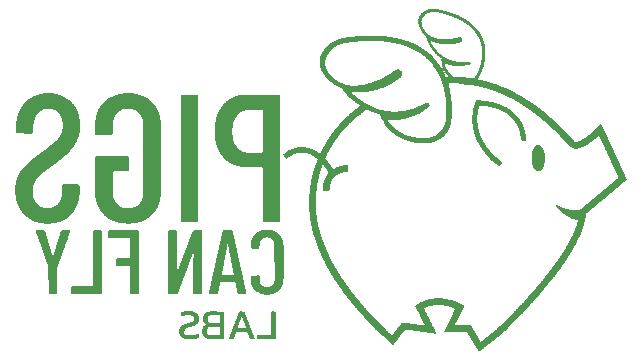
<source format=gbo>
G04 Layer_Color=32896*
%FSLAX25Y25*%
%MOIN*%
G70*
G01*
G75*
G36*
X105740Y182288D02*
X105986Y182200D01*
X106065Y182121D01*
X106095Y182013D01*
X106154Y181718D01*
X106222Y181491D01*
X106262Y181334D01*
X106291Y181088D01*
X106331Y180931D01*
X106380Y180803D01*
X106409Y180675D01*
X106429Y180596D01*
X106449Y180498D01*
X106468Y180341D01*
X106508Y180124D01*
X106576Y179898D01*
X106596Y179820D01*
X106635Y179584D01*
X106655Y179505D01*
X106685Y179318D01*
X106704Y179239D01*
X106754Y179072D01*
X106793Y178934D01*
X106813Y178856D01*
X106862Y178531D01*
X106881Y178433D01*
X106921Y178276D01*
X106990Y178049D01*
X107029Y177774D01*
X107058Y177646D01*
X107078Y177548D01*
X107127Y177381D01*
X107167Y177243D01*
X107186Y177164D01*
X107206Y176968D01*
X107226Y176889D01*
X107245Y176731D01*
X107284Y176633D01*
X107343Y176436D01*
X107363Y176358D01*
X107403Y176082D01*
X107422Y176004D01*
X107452Y175856D01*
X107521Y175630D01*
X107540Y175551D01*
X107570Y175384D01*
X107609Y175128D01*
X107629Y175050D01*
X107658Y174942D01*
X107698Y174804D01*
X107727Y174676D01*
X107747Y174597D01*
X107766Y174440D01*
X107786Y174322D01*
X107796Y174253D01*
X107806Y174243D01*
X107845Y174086D01*
X107875Y173978D01*
X107914Y173820D01*
X107934Y173683D01*
X107953Y173604D01*
X108002Y173358D01*
X108042Y173201D01*
X108071Y173093D01*
X108091Y173014D01*
X108111Y172876D01*
X108130Y172798D01*
X108160Y172630D01*
X108179Y172532D01*
X108199Y172453D01*
X108229Y172345D01*
X108288Y172109D01*
X108317Y171942D01*
X108337Y171824D01*
X108356Y171745D01*
X108376Y171647D01*
X108396Y171568D01*
X108425Y171460D01*
X108445Y171381D01*
X108484Y171145D01*
X108504Y171067D01*
X108573Y170742D01*
X108593Y170663D01*
X108622Y170555D01*
X108661Y170398D01*
X108691Y170211D01*
X108730Y170014D01*
X108750Y169936D01*
X108779Y169827D01*
X108848Y169503D01*
X108868Y169385D01*
X108888Y169287D01*
X108947Y169051D01*
X108976Y168942D01*
X109015Y168706D01*
X109065Y168480D01*
X109104Y168323D01*
X109143Y168126D01*
X109173Y168018D01*
X109202Y167831D01*
X109222Y167733D01*
X109242Y167654D01*
X109271Y167546D01*
X109310Y167408D01*
X109340Y167241D01*
X109360Y167123D01*
X109379Y167044D01*
X109399Y166926D01*
X109458Y166690D01*
X109478Y166592D01*
X109497Y166513D01*
X109537Y166316D01*
X109556Y166199D01*
X109635Y165884D01*
X109674Y165687D01*
X109694Y165608D01*
X109714Y165510D01*
X109753Y165274D01*
X109773Y165195D01*
X109802Y165087D01*
X109842Y164930D01*
X109871Y164822D01*
X109891Y164723D01*
X109910Y164605D01*
X109950Y164389D01*
X109969Y164310D01*
X110019Y164143D01*
X110048Y164015D01*
X110087Y163760D01*
X110107Y163661D01*
X110127Y163543D01*
X110166Y163386D01*
X110235Y163160D01*
X110255Y163081D01*
X110274Y162884D01*
X110294Y162805D01*
X110324Y162678D01*
X110343Y162599D01*
X110373Y162491D01*
X110402Y162363D01*
X110422Y162265D01*
X110442Y162186D01*
X110461Y162029D01*
X110481Y161911D01*
X110501Y161832D01*
X110569Y161606D01*
X110589Y161527D01*
X110569Y161271D01*
X110422Y161124D01*
X110284Y161084D01*
X107825Y161104D01*
X107786Y161144D01*
X107757Y161153D01*
X107737Y161193D01*
X107698Y161232D01*
X107639Y161370D01*
X107599Y161507D01*
X107580Y161586D01*
X107530Y162009D01*
X107511Y162107D01*
X107471Y162265D01*
X107442Y162373D01*
X107422Y162452D01*
X107403Y162648D01*
X107383Y162727D01*
X107353Y162953D01*
X107334Y163051D01*
X107294Y163209D01*
X107275Y163327D01*
X107255Y163425D01*
X107216Y163583D01*
X107196Y163700D01*
X107176Y163917D01*
X107157Y164074D01*
X107137Y164153D01*
X107068Y164379D01*
X107048Y164458D01*
X107019Y164684D01*
X106999Y164763D01*
X106960Y164861D01*
X106881Y164940D01*
X106537Y164950D01*
X106449Y164940D01*
X106390Y164959D01*
X105298Y164950D01*
X104796Y164959D01*
X104737Y164940D01*
X104128Y164959D01*
X103587Y164950D01*
X102357Y164959D01*
X102298Y164940D01*
X102082Y164959D01*
X102023Y164940D01*
X101984Y164920D01*
X101895Y164831D01*
X101856Y164733D01*
X101816Y164595D01*
X101758Y164379D01*
X101738Y164241D01*
X101718Y164163D01*
X101689Y163877D01*
X101669Y163760D01*
X101630Y163661D01*
X101590Y163504D01*
X101571Y163406D01*
X101551Y163287D01*
X101512Y162973D01*
X101492Y162874D01*
X101472Y162796D01*
X101443Y162707D01*
X101423Y162628D01*
X101403Y162491D01*
X101384Y162412D01*
X101315Y161970D01*
X101276Y161812D01*
X101216Y161517D01*
X101157Y161281D01*
X101089Y161173D01*
X101059Y161144D01*
X100961Y161104D01*
X100823Y161084D01*
X98325Y161104D01*
X98217Y161173D01*
X98197Y161212D01*
X98158Y161311D01*
X98178Y161704D01*
X98197Y161763D01*
X98227Y161891D01*
X98305Y162206D01*
X98335Y162314D01*
X98365Y162501D01*
X98384Y162619D01*
X98404Y162697D01*
X98453Y162865D01*
X98512Y163101D01*
X98551Y163337D01*
X98601Y163622D01*
X98669Y163848D01*
X98689Y163927D01*
X98709Y164064D01*
X98728Y164143D01*
X98758Y164310D01*
X98778Y164409D01*
X98807Y164517D01*
X98866Y164714D01*
X98886Y164792D01*
X98925Y165068D01*
X98945Y165146D01*
X98974Y165294D01*
X98994Y165372D01*
X99043Y165500D01*
X99082Y165736D01*
X99102Y165815D01*
X99132Y166002D01*
X99151Y166080D01*
X99220Y166307D01*
X99260Y166444D01*
X99289Y166690D01*
X99328Y166926D01*
X99358Y167034D01*
X99397Y167133D01*
X99456Y167369D01*
X99505Y167693D01*
X99525Y167772D01*
X99574Y167939D01*
X99633Y168136D01*
X99653Y168333D01*
X99673Y168411D01*
X99702Y168579D01*
X99741Y168736D01*
X99781Y168834D01*
X99810Y168942D01*
X99830Y169021D01*
X99849Y169159D01*
X99869Y169355D01*
X99909Y169454D01*
X99948Y169591D01*
X99987Y169749D01*
X100027Y169985D01*
X100076Y170290D01*
X100154Y170486D01*
X100184Y170595D01*
X100204Y170732D01*
X100223Y170811D01*
X100253Y171037D01*
X100272Y171135D01*
X100331Y171293D01*
X100371Y171450D01*
X100390Y171568D01*
X100450Y171942D01*
X100508Y172099D01*
X100558Y172266D01*
X100577Y172404D01*
X100627Y172729D01*
X100666Y172886D01*
X100735Y173112D01*
X100754Y173191D01*
X100803Y173515D01*
X100843Y173673D01*
X100872Y173781D01*
X100931Y173978D01*
X100951Y174056D01*
X100980Y174302D01*
X101000Y174401D01*
X101040Y174558D01*
X101108Y174784D01*
X101128Y174863D01*
X101148Y175059D01*
X101167Y175138D01*
X101197Y175266D01*
X101236Y175423D01*
X101266Y175532D01*
X101285Y175610D01*
X101374Y176112D01*
X101394Y176190D01*
X101462Y176417D01*
X101492Y176545D01*
X101512Y176643D01*
X101551Y176879D01*
X101571Y176977D01*
X101590Y177056D01*
X101620Y177164D01*
X101659Y177302D01*
X101679Y177381D01*
X101708Y177567D01*
X101728Y177685D01*
X101748Y177784D01*
X101787Y177941D01*
X101816Y178049D01*
X101856Y178187D01*
X101875Y178325D01*
X101895Y178403D01*
X101915Y178541D01*
X101964Y178767D01*
X102013Y178934D01*
X102033Y179013D01*
X102052Y179151D01*
X102072Y179229D01*
X102102Y179397D01*
X102121Y179495D01*
X102141Y179574D01*
X102171Y179682D01*
X102210Y179820D01*
X102229Y179898D01*
X102259Y180085D01*
X102318Y180380D01*
X102338Y180459D01*
X102387Y180626D01*
X102426Y180862D01*
X102466Y181019D01*
X102495Y181186D01*
X102515Y181265D01*
X102544Y181373D01*
X102564Y181452D01*
X102623Y181786D01*
X102643Y181865D01*
X102692Y182072D01*
X102741Y182141D01*
X102790Y182190D01*
X102967Y182268D01*
X103095Y182298D01*
X105682Y182308D01*
X105740Y182288D01*
D02*
G37*
G36*
X74466D02*
X74604Y182229D01*
X74702Y182170D01*
X74752Y182121D01*
X74791Y181964D01*
X74771Y161291D01*
X74673Y161153D01*
X74565Y161104D01*
X74427Y161084D01*
X71988Y161104D01*
X71899Y161193D01*
X71860Y161291D01*
X71840Y161370D01*
X71821Y161507D01*
Y168352D01*
Y168372D01*
X71801Y170260D01*
X71713Y170368D01*
X71673Y170408D01*
X71516Y170447D01*
X67425Y170467D01*
X67317Y170555D01*
X67277Y170654D01*
X67297Y172778D01*
X67395Y172916D01*
X67523Y172965D01*
X71634Y172984D01*
X71772Y173083D01*
X71821Y173211D01*
X71831Y179436D01*
X71811Y179515D01*
X71762Y179584D01*
X71693Y179652D01*
X71555Y179692D01*
X64828Y179711D01*
X64720Y179800D01*
X64641Y179977D01*
X64622Y180115D01*
X64641Y182003D01*
X64740Y182180D01*
X64769Y182209D01*
X64907Y182268D01*
X65045Y182308D01*
X74466Y182288D01*
D02*
G37*
G36*
X118053Y182524D02*
X118289Y182485D01*
X118526Y182465D01*
X118585Y182445D01*
X118663Y182426D01*
X118958Y182406D01*
X119017Y182386D01*
X119185Y182357D01*
X119283Y182317D01*
X119391Y182268D01*
X119529Y182229D01*
X119735Y182180D01*
X119834Y182141D01*
X119961Y182072D01*
X120060Y182032D01*
X120188Y181983D01*
X120306Y181904D01*
X120620Y181747D01*
X120669Y181698D01*
X120807Y181619D01*
X121053Y181432D01*
X121122Y181383D01*
X121220Y181285D01*
X121260Y181265D01*
X121761Y180764D01*
X121781Y180724D01*
X121820Y180685D01*
X121840Y180646D01*
X121938Y180547D01*
X121958Y180508D01*
X121997Y180469D01*
X122017Y180429D01*
X122105Y180321D01*
X122194Y180174D01*
X122214Y180134D01*
X122292Y180016D01*
X122312Y179977D01*
X122548Y179485D01*
X122597Y179357D01*
X122686Y179151D01*
X122705Y179072D01*
X122755Y178846D01*
X122813Y178689D01*
X122863Y178521D01*
X122882Y178443D01*
X122932Y177961D01*
X122951Y177803D01*
X122971Y177528D01*
X122991Y177449D01*
X123010Y177351D01*
X123020Y166031D01*
X123000Y165972D01*
X122961Y165815D01*
X122941Y165402D01*
X122922Y165343D01*
X122902Y165087D01*
X122882Y164950D01*
X122853Y164822D01*
X122794Y164664D01*
X122764Y164556D01*
X122725Y164399D01*
X122696Y164271D01*
X122676Y164192D01*
X122568Y163966D01*
X122509Y163769D01*
X122391Y163553D01*
X122253Y163297D01*
X122174Y163179D01*
X122096Y163042D01*
X121860Y162727D01*
X121771Y162619D01*
X121741Y162589D01*
X121722Y162550D01*
X121604Y162432D01*
X121584Y162392D01*
X121358Y162166D01*
X121319Y162147D01*
X121220Y162048D01*
X121181Y162029D01*
X121122Y161970D01*
X121083Y161950D01*
X120984Y161852D01*
X120945Y161832D01*
X120689Y161655D01*
X120650Y161635D01*
X120492Y161537D01*
X120453Y161517D01*
X120237Y161399D01*
X120020Y161301D01*
X119922Y161261D01*
X119647Y161144D01*
X119509Y161104D01*
X119430Y161084D01*
X119322Y161055D01*
X119037Y160967D01*
X118801Y160927D01*
X118575Y160898D01*
X118476Y160878D01*
X118319Y160858D01*
X118044Y160839D01*
X117945Y160819D01*
X117109Y160809D01*
X117050Y160829D01*
X116972Y160848D01*
X116834Y160868D01*
X116500Y160888D01*
X116441Y160907D01*
X116214Y160937D01*
X116096Y160957D01*
X115998Y160976D01*
X115841Y161016D01*
X115673Y161065D01*
X115595Y161084D01*
X115290Y161193D01*
X115024Y161301D01*
X114493Y161576D01*
X114336Y161675D01*
X114297Y161694D01*
X114257Y161734D01*
X114218Y161753D01*
X114179Y161793D01*
X114139Y161812D01*
X114002Y161911D01*
X113893Y161999D01*
X113775Y162098D01*
X113766Y162127D01*
X113726Y162147D01*
X113598Y162275D01*
X113579Y162314D01*
X113549Y162343D01*
X113510Y162363D01*
X113402Y162471D01*
X113382Y162511D01*
X113313Y162560D01*
X113284Y162589D01*
X113264Y162628D01*
X113225Y162668D01*
X113205Y162707D01*
X113087Y162825D01*
X113067Y162865D01*
X112940Y163051D01*
X112910Y163081D01*
X112772Y163337D01*
X112713Y163396D01*
X112674Y163494D01*
X112625Y163622D01*
X112595Y163651D01*
X112576Y163691D01*
X112536Y163730D01*
X112497Y163868D01*
X112477Y163946D01*
X112428Y164074D01*
X112399Y164104D01*
X112379Y164143D01*
X112320Y164281D01*
X112271Y164566D01*
X112212Y164723D01*
X112162Y164891D01*
X112143Y165028D01*
X112123Y165107D01*
X112094Y165471D01*
X112064Y165854D01*
X112084Y165913D01*
X112035Y166277D01*
X112015Y166395D01*
X112005Y166700D01*
X112025Y166759D01*
X112094Y166946D01*
X112162Y167054D01*
X112212Y167103D01*
X112349Y167123D01*
X112605Y167143D01*
X112664Y167162D01*
X113530Y167182D01*
X113589Y167202D01*
X114375Y167221D01*
X114434Y167241D01*
X114769Y167221D01*
X114906Y167143D01*
X114975Y167074D01*
X115015Y166936D01*
X115034Y165677D01*
X115054Y165618D01*
X115083Y165392D01*
X115103Y165313D01*
X115172Y165087D01*
X115211Y164950D01*
X115260Y164822D01*
X115457Y164487D01*
X115536Y164369D01*
X115585Y164300D01*
X115624Y164261D01*
X115644Y164222D01*
X115929Y163936D01*
X115969Y163917D01*
X116077Y163828D01*
X116205Y163740D01*
X116303Y163700D01*
X116441Y163622D01*
X116578Y163563D01*
X116736Y163523D01*
X116981Y163474D01*
X117139Y163455D01*
X117237Y163415D01*
X117345Y163386D01*
X117798Y163406D01*
X117896Y163445D01*
X118132Y163464D01*
X118230Y163504D01*
X118535Y163573D01*
X118653Y163651D01*
X118683Y163681D01*
X118781Y163720D01*
X118958Y163819D01*
X119017Y163877D01*
X119057Y163897D01*
X119165Y163986D01*
X119460Y164281D01*
X119480Y164320D01*
X119519Y164359D01*
X119538Y164399D01*
X119578Y164438D01*
X119597Y164477D01*
X119696Y164655D01*
X119775Y164772D01*
X119814Y164871D01*
X119843Y164999D01*
X119893Y165107D01*
X119932Y165245D01*
X119971Y165402D01*
X120011Y165677D01*
X119991Y177872D01*
X119971Y177931D01*
X119942Y178079D01*
X119863Y178295D01*
X119834Y178403D01*
X119794Y178502D01*
X119696Y178718D01*
X119686Y178728D01*
X119657Y178757D01*
X119578Y178895D01*
X119489Y179003D01*
X119440Y179072D01*
X119244Y179269D01*
X119224Y179308D01*
X119155Y179357D01*
X119116Y179397D01*
X119076Y179416D01*
X118998Y179495D01*
X118958Y179515D01*
X118919Y179554D01*
X118663Y179692D01*
X118526Y179751D01*
X118368Y179790D01*
X118270Y179829D01*
X118162Y179859D01*
X117926Y179918D01*
X117208Y179928D01*
X117149Y179908D01*
X116962Y179878D01*
X116864Y179839D01*
X116696Y179790D01*
X116569Y179761D01*
X116470Y179721D01*
X116303Y179633D01*
X116087Y179515D01*
X116008Y179436D01*
X115969Y179416D01*
X115860Y179328D01*
X115742Y179229D01*
X115624Y179111D01*
X115605Y179072D01*
X115565Y179033D01*
X115546Y178993D01*
X115447Y178856D01*
X115428Y178816D01*
X115329Y178639D01*
X115211Y178384D01*
X115133Y178128D01*
X115093Y177990D01*
X115074Y177853D01*
X115054Y177774D01*
X115015Y177341D01*
X114995Y176299D01*
X114906Y176190D01*
X114808Y176151D01*
X114670Y176131D01*
X113884Y176151D01*
X113421Y176181D01*
X113117Y176190D01*
X113057Y176171D01*
X112920Y176190D01*
X112664Y176210D01*
X112605Y176230D01*
X112231Y176250D01*
X112123Y176338D01*
X112103Y176377D01*
X112045Y176515D01*
X112005Y176672D01*
X112025Y177066D01*
X112045Y177125D01*
X112064Y177204D01*
X112084Y177420D01*
X112064Y177479D01*
X112084Y177538D01*
X112103Y178089D01*
X112123Y178148D01*
X112143Y178443D01*
X112162Y178502D01*
X112212Y178630D01*
X112241Y178718D01*
X112280Y178856D01*
X112310Y179043D01*
X112330Y179121D01*
X112438Y179328D01*
X112477Y179465D01*
X112546Y179652D01*
X112576Y179682D01*
X112595Y179721D01*
X112753Y180016D01*
X112792Y180055D01*
X112812Y180095D01*
X112910Y180272D01*
X112969Y180331D01*
X112989Y180370D01*
X113117Y180557D01*
X113205Y180646D01*
X113225Y180685D01*
X113264Y180724D01*
X113284Y180764D01*
X113421Y180901D01*
X113441Y180941D01*
X113726Y181226D01*
X113766Y181246D01*
X113805Y181285D01*
X113844Y181305D01*
X113943Y181403D01*
X113982Y181423D01*
X114041Y181482D01*
X114139Y181541D01*
X114248Y181629D01*
X114444Y181747D01*
X114493Y181796D01*
X114788Y181954D01*
X114926Y182013D01*
X115113Y182081D01*
X115260Y182170D01*
X115398Y182209D01*
X115605Y182258D01*
X115762Y182317D01*
X115929Y182367D01*
X116008Y182386D01*
X116205Y182406D01*
X116342Y182426D01*
X116509Y182455D01*
X116628Y182475D01*
X116864Y182494D01*
X116981Y182514D01*
X117060Y182534D01*
X117994Y182544D01*
X118053Y182524D01*
D02*
G37*
G36*
X51552Y182288D02*
X51679Y182258D01*
X51778Y182219D01*
X51847Y182170D01*
X51876Y182141D01*
X51896Y182062D01*
X51876Y181845D01*
X51797Y181708D01*
X51758Y181609D01*
X51728Y181482D01*
X51689Y181324D01*
X51650Y181226D01*
X51542Y181000D01*
X51512Y180852D01*
X51453Y180695D01*
X51365Y180488D01*
X51315Y180282D01*
X51217Y180065D01*
X51168Y179898D01*
X51099Y179711D01*
X51030Y179544D01*
X51011Y179465D01*
X50902Y179161D01*
X50853Y179033D01*
X50814Y178934D01*
X50784Y178826D01*
X50706Y178630D01*
X50617Y178344D01*
X50568Y178217D01*
X50499Y178049D01*
X50460Y177951D01*
X50430Y177843D01*
X50371Y177685D01*
X50322Y177558D01*
X50283Y177420D01*
X50194Y177174D01*
X50155Y177076D01*
X50096Y176918D01*
X50067Y176810D01*
X50027Y176712D01*
X49929Y176456D01*
X49870Y176259D01*
X49781Y176014D01*
X49732Y175886D01*
X49644Y175640D01*
X49594Y175512D01*
X49565Y175384D01*
X49506Y175227D01*
X49457Y175138D01*
X49398Y174942D01*
X49368Y174833D01*
X49270Y174617D01*
X49221Y174450D01*
X49181Y174292D01*
X49063Y174037D01*
X49034Y173928D01*
X49014Y173850D01*
X48955Y173693D01*
X48867Y173486D01*
X48808Y173250D01*
X48690Y172994D01*
X48650Y172837D01*
X48601Y172709D01*
X48552Y172601D01*
X48513Y172503D01*
X48454Y172286D01*
X48375Y172109D01*
X48336Y172011D01*
X48316Y171932D01*
X48208Y171627D01*
X48139Y171460D01*
X48099Y171303D01*
X48041Y171145D01*
X47942Y170929D01*
X47893Y170722D01*
X47785Y170516D01*
X47745Y170378D01*
X47696Y170152D01*
X47657Y169995D01*
X47647Y168116D01*
Y168097D01*
X47627Y161350D01*
X47529Y161173D01*
X47480Y161124D01*
X47323Y161084D01*
X44903Y161104D01*
X44766Y161203D01*
X44736Y161232D01*
X44677Y161429D01*
X44657Y170142D01*
X44618Y170241D01*
X44559Y170437D01*
X44451Y170742D01*
X44392Y170899D01*
X44362Y171008D01*
X44313Y171135D01*
X44234Y171332D01*
X44215Y171411D01*
X44136Y171627D01*
X44087Y171755D01*
X43959Y172119D01*
X43900Y172276D01*
X43881Y172355D01*
X43802Y172571D01*
X43762Y172670D01*
X43713Y172798D01*
X43694Y172876D01*
X43605Y173122D01*
X43536Y173289D01*
X43497Y173427D01*
X43408Y173673D01*
X43359Y173801D01*
X43300Y173997D01*
X43261Y174096D01*
X43202Y174233D01*
X43143Y174430D01*
X43025Y174725D01*
X42985Y174863D01*
X42897Y175109D01*
X42848Y175237D01*
X42789Y175433D01*
X42720Y175620D01*
X42612Y175866D01*
X42582Y176014D01*
X42563Y176092D01*
X42474Y176240D01*
X42435Y176377D01*
X42386Y176584D01*
X42258Y176869D01*
X42218Y177026D01*
X42169Y177154D01*
X42061Y177400D01*
X42032Y177528D01*
X42012Y177607D01*
X41973Y177705D01*
X41943Y177735D01*
X41894Y177862D01*
X41835Y178098D01*
X41796Y178197D01*
X41707Y178403D01*
X41668Y178561D01*
X41628Y178659D01*
X41530Y178875D01*
X41510Y178954D01*
X41471Y179092D01*
X41422Y179220D01*
X41333Y179426D01*
X41304Y179554D01*
X41245Y179711D01*
X41137Y179957D01*
X41087Y180164D01*
X41048Y180262D01*
X41019Y180292D01*
X40999Y180331D01*
X40960Y180429D01*
X40940Y180508D01*
X40891Y180714D01*
X40763Y180960D01*
X40733Y181128D01*
X40714Y181206D01*
X40615Y181364D01*
X40586Y181472D01*
X40566Y181550D01*
X40537Y181678D01*
X40429Y181944D01*
X40409Y182062D01*
X40468Y182160D01*
X40517Y182209D01*
X40655Y182268D01*
X40783Y182298D01*
X43035Y182308D01*
X43094Y182288D01*
X43222Y182258D01*
X43300Y182239D01*
X43399Y182200D01*
X43467Y182150D01*
X43517Y182101D01*
X43566Y181973D01*
X43585Y181895D01*
X43625Y181796D01*
X43694Y181570D01*
X43733Y181413D01*
X43861Y181049D01*
X43881Y180970D01*
X43910Y180862D01*
X43949Y180705D01*
X44018Y180518D01*
X44067Y180351D01*
X44107Y180193D01*
X44146Y180055D01*
X44185Y179957D01*
X44264Y179701D01*
X44284Y179623D01*
X44402Y179249D01*
X44441Y179092D01*
X44490Y178964D01*
X44510Y178885D01*
X44549Y178787D01*
X44589Y178630D01*
X44618Y178521D01*
X44775Y178030D01*
X44815Y177872D01*
X44952Y177439D01*
X44972Y177361D01*
X45080Y177056D01*
X45100Y176977D01*
X45129Y176869D01*
X45159Y176741D01*
X45189Y176633D01*
X45248Y176495D01*
X45307Y176299D01*
X45336Y176171D01*
X45356Y176092D01*
X45454Y175817D01*
X45503Y175650D01*
X45533Y175522D01*
X45552Y175443D01*
X45592Y175345D01*
X45651Y175187D01*
X45729Y174873D01*
X45788Y174715D01*
X45838Y174588D01*
X45857Y174509D01*
X45906Y174283D01*
X45946Y174184D01*
X45995Y174056D01*
X46034Y173899D01*
X46083Y173771D01*
X46123Y173732D01*
X46182Y173751D01*
X46211Y173781D01*
X46310Y173997D01*
X46349Y174096D01*
X46388Y174233D01*
X46437Y174460D01*
X46496Y174617D01*
X46546Y174725D01*
X46585Y174863D01*
X46605Y174942D01*
X46634Y175089D01*
X46674Y175187D01*
X46723Y175296D01*
X46762Y175433D01*
X46811Y175659D01*
X46850Y175758D01*
X46939Y175964D01*
X46959Y176102D01*
X46978Y176181D01*
X47008Y176309D01*
X47116Y176535D01*
X47136Y176613D01*
X47205Y176918D01*
X47244Y177017D01*
X47293Y177125D01*
X47332Y177262D01*
X47382Y177489D01*
X47460Y177685D01*
X47510Y177813D01*
X47539Y177980D01*
X47559Y178059D01*
X47637Y178256D01*
X47667Y178344D01*
X47706Y178482D01*
X47736Y178630D01*
X47814Y178846D01*
X47864Y178974D01*
X47903Y179131D01*
X47932Y179259D01*
X47952Y179338D01*
X47991Y179436D01*
X48041Y179544D01*
X48080Y179682D01*
X48129Y179908D01*
X48208Y180105D01*
X48257Y180272D01*
X48286Y180380D01*
X48306Y180459D01*
X48365Y180616D01*
X48414Y180783D01*
X48454Y180941D01*
X48483Y181049D01*
X48542Y181206D01*
X48611Y181432D01*
X48670Y181668D01*
X48739Y181855D01*
X48808Y182023D01*
X48886Y182160D01*
X48935Y182209D01*
X49132Y182268D01*
X49260Y182298D01*
X51493Y182308D01*
X51552Y182288D01*
D02*
G37*
G36*
X95631D02*
X95768Y182229D01*
X95867Y182170D01*
X95916Y182121D01*
X95935Y182042D01*
X95955Y181845D01*
X95935Y161291D01*
X95837Y161153D01*
X95807Y161124D01*
X95670Y161084D01*
X93172Y161104D01*
X93064Y161173D01*
X93044Y161212D01*
X92985Y161350D01*
X92975Y172807D01*
X92995Y173063D01*
X93024Y173329D01*
X93005Y174961D01*
X92975Y174991D01*
X92916Y174971D01*
X92887Y174942D01*
X92729Y174607D01*
X92700Y174479D01*
X92651Y174351D01*
X92592Y174214D01*
X92542Y174086D01*
X92503Y173928D01*
X92405Y173712D01*
X92356Y173584D01*
X92326Y173476D01*
X92267Y173319D01*
X92159Y173053D01*
X92129Y172945D01*
X92051Y172748D01*
X92001Y172620D01*
X91893Y172316D01*
X91825Y172149D01*
X91697Y171785D01*
X91638Y171627D01*
X91520Y171293D01*
X91470Y171185D01*
X91362Y170880D01*
X91313Y170752D01*
X91224Y170506D01*
X91146Y170309D01*
X91126Y170231D01*
X91087Y170132D01*
X90988Y169877D01*
X90949Y169778D01*
X90812Y169385D01*
X90762Y169257D01*
X90723Y169119D01*
X90684Y169021D01*
X90605Y168844D01*
X90566Y168706D01*
X90516Y168579D01*
X90477Y168480D01*
X90408Y168313D01*
X90369Y168175D01*
X90320Y168047D01*
X90231Y167841D01*
X90192Y167703D01*
X90123Y167516D01*
X90035Y167310D01*
X89995Y167172D01*
X89956Y167074D01*
X89877Y166897D01*
X89798Y166621D01*
X89680Y166366D01*
X89641Y166228D01*
X89612Y166120D01*
X89523Y165953D01*
X89484Y165854D01*
X89454Y165726D01*
X89435Y165648D01*
X89287Y165323D01*
X89258Y165215D01*
X89199Y165058D01*
X89149Y164950D01*
X89110Y164851D01*
X89071Y164714D01*
X89041Y164605D01*
X88933Y164379D01*
X88894Y164222D01*
X88825Y164035D01*
X88795Y164005D01*
X88736Y163868D01*
X88717Y163789D01*
X88687Y163661D01*
X88648Y163563D01*
X88559Y163415D01*
X88530Y163287D01*
X88510Y163189D01*
X88471Y163091D01*
X88382Y162943D01*
X88323Y162707D01*
X88274Y162579D01*
X88186Y162432D01*
X88146Y162275D01*
X88117Y162166D01*
X88077Y162068D01*
X87989Y161861D01*
X87950Y161704D01*
X87900Y161576D01*
X87812Y161429D01*
X87733Y161291D01*
X87625Y161183D01*
X87586Y161163D01*
X87448Y161104D01*
X87369Y161084D01*
X84714Y161104D01*
X84576Y161203D01*
X84547Y161232D01*
X84508Y161330D01*
X84488Y161527D01*
X84508Y182042D01*
X84566Y182141D01*
X84635Y182209D01*
X84734Y182249D01*
X84871Y182288D01*
X85009Y182308D01*
X87094Y182288D01*
X87153Y182268D01*
X87232Y182249D01*
X87330Y182209D01*
X87399Y182141D01*
X87419Y181944D01*
Y172699D01*
Y172679D01*
X87409Y168402D01*
X87448Y168303D01*
X87546Y168323D01*
X87595Y168451D01*
X87625Y168559D01*
X87664Y168657D01*
X87694Y168687D01*
X87714Y168765D01*
X87753Y168864D01*
X87792Y169021D01*
X87930Y169316D01*
X87969Y169474D01*
X88018Y169601D01*
X88107Y169749D01*
X88137Y169877D01*
X88156Y169955D01*
X88215Y170113D01*
X88245Y170142D01*
X88284Y170241D01*
X88323Y170378D01*
X88343Y170457D01*
X88392Y170585D01*
X88481Y170732D01*
X88510Y170860D01*
X88530Y170939D01*
X88589Y171096D01*
X88618Y171126D01*
X88658Y171224D01*
X88697Y171362D01*
X88727Y171470D01*
X88766Y171568D01*
X88835Y171696D01*
X88894Y171893D01*
X88923Y172001D01*
X89051Y172286D01*
X89090Y172443D01*
X89228Y172739D01*
X89267Y172896D01*
X89317Y173024D01*
X89425Y173270D01*
X89454Y173398D01*
X89513Y173555D01*
X89562Y173643D01*
X89602Y173742D01*
X89641Y173899D01*
X89680Y173997D01*
X89779Y174214D01*
X89818Y174351D01*
X89848Y174460D01*
X89956Y174686D01*
X90015Y174922D01*
X90153Y175217D01*
X90182Y175345D01*
X90241Y175502D01*
X90290Y175610D01*
X90477Y176131D01*
X90526Y176240D01*
X90546Y176318D01*
X90625Y176535D01*
X90684Y176672D01*
X90792Y176977D01*
X90861Y177145D01*
X90890Y177253D01*
X90930Y177351D01*
X90988Y177508D01*
X91038Y177636D01*
X91077Y177735D01*
X91146Y177921D01*
X91185Y178020D01*
X91323Y178413D01*
X91421Y178669D01*
X91480Y178826D01*
X91559Y179023D01*
X91588Y179131D01*
X91657Y179318D01*
X91746Y179525D01*
X91765Y179603D01*
X91834Y179790D01*
X91923Y179997D01*
X91952Y180105D01*
X92031Y180301D01*
X92090Y180459D01*
X92139Y180587D01*
X92159Y180665D01*
X92208Y180793D01*
X92247Y180892D01*
X92296Y181019D01*
X92336Y181157D01*
X92385Y181285D01*
X92493Y181531D01*
X92523Y181659D01*
X92562Y181757D01*
X92710Y182023D01*
X92798Y182131D01*
X92837Y182170D01*
X92877Y182190D01*
X93054Y182268D01*
X93133Y182288D01*
X93270Y182308D01*
X95631Y182288D01*
D02*
G37*
G36*
X103164Y155203D02*
X103203Y155164D01*
X103243Y155144D01*
X103292Y155036D01*
X103311Y154957D01*
Y153286D01*
Y153266D01*
X103292Y146205D01*
X103243Y146156D01*
X103144Y146116D01*
X102829Y146097D01*
X98384Y146116D01*
X98325Y146136D01*
X97843Y146165D01*
X97745Y146185D01*
X97666Y146205D01*
X97499Y146274D01*
X97361Y146313D01*
X97283Y146333D01*
X97155Y146382D01*
X97037Y146460D01*
X96771Y146608D01*
X96693Y146686D01*
X96653Y146706D01*
X96388Y146972D01*
X96368Y147011D01*
X96309Y147070D01*
X96289Y147109D01*
X96112Y147444D01*
X96053Y147582D01*
X96014Y147739D01*
X95955Y147955D01*
X95916Y148113D01*
X95886Y148378D01*
X95867Y148594D01*
X95857Y148899D01*
X95876Y148958D01*
X95906Y149204D01*
X95945Y149440D01*
X95965Y149519D01*
X96014Y149647D01*
X96043Y149755D01*
X96063Y149834D01*
X96181Y150030D01*
X96260Y150148D01*
X96289Y150178D01*
X96309Y150217D01*
X96476Y150384D01*
X96516Y150404D01*
X96575Y150463D01*
X96614Y150483D01*
X96732Y150561D01*
X96771Y150581D01*
X96889Y150660D01*
X97017Y150709D01*
X97115Y150788D01*
X97037Y150925D01*
X96988Y150975D01*
X96948Y150994D01*
X96889Y151053D01*
X96850Y151073D01*
X96801Y151122D01*
X96781Y151161D01*
X96722Y151220D01*
X96702Y151260D01*
X96663Y151299D01*
X96643Y151338D01*
X96545Y151476D01*
X96525Y151515D01*
X96427Y151673D01*
X96398Y151781D01*
X96329Y152007D01*
X96289Y152145D01*
X96230Y152479D01*
X96250Y153305D01*
X96270Y153364D01*
X96289Y153443D01*
X96319Y153551D01*
X96339Y153649D01*
X96388Y153817D01*
X96427Y153915D01*
X96604Y154249D01*
X96702Y154387D01*
X96722Y154426D01*
X96801Y154505D01*
X96820Y154544D01*
X96909Y154633D01*
X96948Y154653D01*
X97057Y154741D01*
X97086Y154771D01*
X97125Y154790D01*
X97263Y154889D01*
X97342Y154908D01*
X97597Y155026D01*
X97696Y155066D01*
X97804Y155095D01*
X97902Y155115D01*
X97981Y155134D01*
X98079Y155154D01*
X98335Y155193D01*
X98601Y155223D01*
X103164Y155203D01*
D02*
G37*
G36*
X92031Y155341D02*
X92090Y155321D01*
X92346Y155302D01*
X92592Y155272D01*
X92690Y155253D01*
X92847Y155213D01*
X92955Y155184D01*
X93152Y155125D01*
X93260Y155095D01*
X93418Y155036D01*
X93506Y154987D01*
X93840Y154810D01*
X94018Y154672D01*
X94057Y154633D01*
X94096Y154613D01*
X94214Y154495D01*
X94254Y154476D01*
X94342Y154387D01*
X94362Y154348D01*
X94401Y154308D01*
X94421Y154269D01*
X94499Y154190D01*
X94657Y153895D01*
X94716Y153797D01*
X94755Y153659D01*
X94775Y153581D01*
X94804Y153453D01*
X94834Y153345D01*
X94873Y153207D01*
X94893Y153128D01*
X94912Y152813D01*
X94893Y152381D01*
X94854Y152283D01*
X94834Y152204D01*
X94804Y152056D01*
X94755Y151889D01*
X94726Y151761D01*
X94657Y151653D01*
X94578Y151535D01*
X94559Y151456D01*
X94470Y151348D01*
X94401Y151279D01*
X94381Y151240D01*
X94323Y151181D01*
X94303Y151142D01*
X94273Y151112D01*
X94234Y151093D01*
X94195Y151053D01*
X94155Y151033D01*
X94037Y150916D01*
X93998Y150896D01*
X93860Y150817D01*
X93821Y150778D01*
X93782Y150758D01*
X93742Y150719D01*
X93664Y150699D01*
X93447Y150581D01*
X93309Y150522D01*
X93231Y150502D01*
X93103Y150453D01*
X92975Y150384D01*
X92877Y150345D01*
X92670Y150296D01*
X92385Y150207D01*
X92247Y150168D01*
X92169Y150148D01*
X92021Y150119D01*
X91943Y150099D01*
X91834Y150070D01*
X91736Y150030D01*
X91421Y149952D01*
X91313Y149922D01*
X91156Y149863D01*
X91048Y149814D01*
X90910Y149775D01*
X90723Y149706D01*
X90625Y149666D01*
X90477Y149578D01*
X90339Y149499D01*
X90231Y149411D01*
X90054Y149234D01*
X90035Y149194D01*
X89877Y148860D01*
X89858Y148722D01*
X89877Y148211D01*
X89995Y147955D01*
X90074Y147818D01*
X90202Y147690D01*
X90241Y147670D01*
X90615Y147493D01*
X90693Y147473D01*
X90831Y147454D01*
X91166Y147395D01*
X91244Y147375D01*
X91559Y147355D01*
X92660Y147375D01*
X92719Y147395D01*
X92798Y147414D01*
X93064Y147444D01*
X93260Y147464D01*
X93496Y147503D01*
X93575Y147522D01*
X93860Y147611D01*
X93939Y147631D01*
X94126Y147660D01*
X94204Y147680D01*
X94323Y147739D01*
X94450Y147788D01*
X94529Y147808D01*
X94647Y147788D01*
X94696Y147739D01*
X94716Y147660D01*
X94726Y146686D01*
X94696Y146500D01*
X94608Y146391D01*
X94470Y146333D01*
X94342Y146303D01*
X94175Y146234D01*
X93978Y146175D01*
X93840Y146156D01*
X93536Y146106D01*
X93457Y146087D01*
X93221Y146047D01*
X93123Y146028D01*
X93005Y146008D01*
X92847Y145988D01*
X92316Y145969D01*
X91402Y145959D01*
X91343Y145978D01*
X90851Y145998D01*
X90792Y146018D01*
X90664Y146047D01*
X90507Y146087D01*
X90398Y146116D01*
X90261Y146136D01*
X90182Y146156D01*
X90025Y146175D01*
X89730Y146313D01*
X89602Y146342D01*
X89445Y146441D01*
X89415Y146470D01*
X89376Y146490D01*
X89238Y146569D01*
X89199Y146608D01*
X89159Y146627D01*
X89100Y146686D01*
X88963Y146765D01*
X88894Y146834D01*
X88874Y146873D01*
X88845Y146903D01*
X88805Y146923D01*
X88736Y146991D01*
X88717Y147031D01*
X88589Y147218D01*
X88559Y147247D01*
X88481Y147424D01*
X88461Y147464D01*
X88382Y147582D01*
X88343Y147719D01*
X88323Y147798D01*
X88294Y147965D01*
X88274Y148063D01*
X88235Y148221D01*
X88225Y148840D01*
X88245Y148899D01*
X88274Y149086D01*
X88294Y149165D01*
X88314Y149263D01*
X88333Y149381D01*
X88353Y149460D01*
X88402Y149588D01*
X88579Y149922D01*
X88618Y149961D01*
X88638Y150001D01*
X88677Y150040D01*
X88736Y150138D01*
X88795Y150198D01*
X88815Y150237D01*
X88884Y150306D01*
X88923Y150325D01*
X88982Y150384D01*
X89022Y150404D01*
X89140Y150522D01*
X89277Y150601D01*
X89317Y150640D01*
X89651Y150817D01*
X89867Y150916D01*
X89936Y150945D01*
X89946Y150955D01*
X90005Y150975D01*
X90182Y151053D01*
X90339Y151093D01*
X90448Y151122D01*
X90546Y151161D01*
X90713Y151230D01*
X90841Y151260D01*
X91077Y151299D01*
X91234Y151358D01*
X91362Y151407D01*
X91441Y151427D01*
X91677Y151466D01*
X91864Y151535D01*
X91972Y151584D01*
X92110Y151623D01*
X92188Y151643D01*
X92316Y151673D01*
X92474Y151771D01*
X92729Y151869D01*
X92759Y151899D01*
X92798Y151919D01*
X92877Y151997D01*
X92916Y152017D01*
X93044Y152145D01*
X93064Y152184D01*
X93201Y152401D01*
X93241Y152558D01*
X93221Y153148D01*
X93123Y153325D01*
X92995Y153512D01*
X92936Y153571D01*
X92896Y153591D01*
X92837Y153649D01*
X92424Y153846D01*
X92218Y153876D01*
X92119Y153895D01*
X91962Y153935D01*
X91785Y153954D01*
X91529Y153974D01*
X91411Y153994D01*
X91195Y154013D01*
X91146Y154023D01*
X91087Y154004D01*
X90812Y153984D01*
X90753Y153964D01*
X90320Y153945D01*
X90261Y153925D01*
X90035Y153895D01*
X89838Y153856D01*
X89680Y153836D01*
X89562Y153817D01*
X89484Y153797D01*
X89317Y153748D01*
X89189Y153699D01*
X89022Y153649D01*
X88845Y153669D01*
X88795Y153718D01*
X88776Y153797D01*
X88795Y154879D01*
X88894Y155017D01*
X88982Y155066D01*
X89120Y155105D01*
X89199Y155125D01*
X89385Y155154D01*
X89877Y155253D01*
X90035Y155272D01*
X90212Y155292D01*
X90467Y155312D01*
X90733Y155341D01*
X90812Y155361D01*
X92031Y155341D01*
D02*
G37*
G36*
X109851Y155203D02*
X109999Y155095D01*
X110019Y155056D01*
X110078Y154918D01*
X110166Y154672D01*
X110255Y154466D01*
X110274Y154387D01*
X110324Y154259D01*
X110363Y154161D01*
X110412Y154053D01*
X110451Y153915D01*
X110491Y153817D01*
X110510Y153738D01*
X110628Y153482D01*
X110648Y153404D01*
X110717Y153217D01*
X110786Y153089D01*
X110845Y152853D01*
X111002Y152518D01*
X111031Y152371D01*
X111091Y152253D01*
X111179Y152046D01*
X111218Y151909D01*
X111238Y151830D01*
X111317Y151692D01*
X111376Y151555D01*
X111405Y151388D01*
X111445Y151289D01*
X111474Y151260D01*
X111494Y151220D01*
X111553Y151083D01*
X111573Y151004D01*
X111602Y150896D01*
X111632Y150827D01*
X111730Y150611D01*
X111769Y150453D01*
X111926Y150119D01*
X111956Y149991D01*
X111995Y149893D01*
X112103Y149647D01*
X112123Y149568D01*
X112192Y149381D01*
X112280Y149214D01*
X112320Y149057D01*
X112369Y148929D01*
X112458Y148762D01*
X112497Y148624D01*
X112517Y148545D01*
X112566Y148417D01*
X112674Y148172D01*
X112703Y148063D01*
X112743Y147965D01*
X112851Y147739D01*
X112881Y147611D01*
X112900Y147532D01*
X112940Y147434D01*
X113028Y147286D01*
X113087Y147050D01*
X113225Y146755D01*
X113274Y146549D01*
X113303Y146480D01*
X113402Y146342D01*
X113421Y146264D01*
X113382Y146165D01*
X113353Y146136D01*
X113274Y146116D01*
X112782Y146097D01*
X112064Y146106D01*
X111897Y146097D01*
X111759Y146175D01*
X111710Y146283D01*
X111573Y146578D01*
X111533Y146736D01*
X111484Y146864D01*
X111395Y147011D01*
X111366Y147119D01*
X111346Y147218D01*
X111287Y147375D01*
X111258Y147405D01*
X111238Y147444D01*
X111199Y147542D01*
X111179Y147621D01*
X111110Y147808D01*
X111081Y147837D01*
X111022Y147975D01*
X110982Y148132D01*
X110933Y148260D01*
X110815Y148378D01*
X110717Y148417D01*
X107373Y148398D01*
X107265Y148309D01*
X107206Y148172D01*
X107186Y148093D01*
X107137Y147965D01*
X107048Y147818D01*
X107029Y147699D01*
X106990Y147601D01*
X106940Y147473D01*
X106852Y147267D01*
X106832Y147188D01*
X106783Y147060D01*
X106675Y146834D01*
X106655Y146755D01*
X106567Y146510D01*
X106458Y146264D01*
X106419Y146165D01*
X106390Y146136D01*
X106311Y146116D01*
X105701Y146097D01*
X104973D01*
X104964Y146106D01*
X104865Y146126D01*
X104787Y146185D01*
X104767Y146283D01*
X104924Y146618D01*
X104944Y146696D01*
X105013Y146883D01*
X105101Y147031D01*
X105131Y147159D01*
X105150Y147257D01*
X105190Y147355D01*
X105298Y147601D01*
X105337Y147739D01*
X105396Y147896D01*
X105495Y148113D01*
X105514Y148191D01*
X105544Y148299D01*
X105573Y148368D01*
X105652Y148506D01*
X105691Y148644D01*
X105711Y148722D01*
X105760Y148850D01*
X105790Y148880D01*
X105849Y149017D01*
X105908Y149253D01*
X106045Y149548D01*
X106065Y149627D01*
X106134Y149814D01*
X106222Y149961D01*
X106252Y150089D01*
X106272Y150168D01*
X106331Y150325D01*
X106439Y150571D01*
X106468Y150699D01*
X106488Y150778D01*
X106567Y150896D01*
X106616Y151024D01*
X106635Y151102D01*
X106665Y151210D01*
X106704Y151309D01*
X106773Y151437D01*
X106813Y151574D01*
X106901Y151820D01*
X106930Y151850D01*
X106980Y151978D01*
X107039Y152214D01*
X107167Y152499D01*
X107186Y152577D01*
X107255Y152764D01*
X107363Y152991D01*
X107393Y153118D01*
X107452Y153276D01*
X107521Y153404D01*
X107560Y153561D01*
X107629Y153748D01*
X107717Y153954D01*
X107747Y154062D01*
X107825Y154259D01*
X107914Y154466D01*
X107934Y154544D01*
X107983Y154672D01*
X108062Y154869D01*
X108121Y155026D01*
X108199Y155144D01*
X108337Y155203D01*
X108415Y155223D01*
X109851Y155203D01*
D02*
G37*
G36*
X62075Y182288D02*
X62134Y182268D01*
X62261Y182219D01*
X62330Y182170D01*
X62360Y182141D01*
X62399Y181983D01*
X62379Y161291D01*
X62301Y161153D01*
X62271Y161124D01*
X62173Y161084D01*
X52397Y161104D01*
X52358Y161144D01*
X52328Y161153D01*
X52289Y161252D01*
X52269Y161330D01*
X52289Y163514D01*
X52338Y163563D01*
X52437Y163602D01*
X52594Y163642D01*
X59282Y163661D01*
X59419Y163760D01*
X59449Y163848D01*
Y165461D01*
Y165481D01*
X59468Y182121D01*
X59557Y182209D01*
X59813Y182288D01*
X59950Y182308D01*
X62075Y182288D01*
D02*
G37*
G36*
X120414Y155203D02*
X120453Y155164D01*
X120483Y155154D01*
X120502Y155115D01*
X120542Y155017D01*
X120561Y154820D01*
X120552Y146450D01*
X120561Y146264D01*
X120502Y146165D01*
X120473Y146136D01*
X120345Y146106D01*
X120119Y146097D01*
X120060Y146116D01*
X119981Y146097D01*
X114700Y146106D01*
X114474Y146097D01*
X114375Y146156D01*
X114326Y146205D01*
X114306Y146283D01*
X114326Y147227D01*
X114415Y147336D01*
X114572Y147375D01*
X114710Y147355D01*
X118801Y147375D01*
X118870Y147424D01*
X118909Y147522D01*
X118929Y147719D01*
X118909Y147778D01*
Y152322D01*
Y152341D01*
X118929Y155056D01*
X118988Y155154D01*
X119037Y155203D01*
X119175Y155223D01*
X120414Y155203D01*
D02*
G37*
G36*
X45277Y227960D02*
X45336Y227941D01*
X46083Y227921D01*
X46143Y227901D01*
X46457Y227882D01*
X46516Y227862D01*
X46752Y227822D01*
X46831Y227803D01*
X46959Y227773D01*
X47037Y227754D01*
X47352Y227714D01*
X47451Y227695D01*
X47529Y227675D01*
X47627Y227636D01*
X47795Y227587D01*
X47932Y227567D01*
X48011Y227547D01*
X48149Y227527D01*
X48208Y227508D01*
X48385Y227429D01*
X48483Y227390D01*
X48611Y227360D01*
X48690Y227341D01*
X48818Y227291D01*
X48994Y227213D01*
X49132Y227173D01*
X49467Y227016D01*
X49565Y226977D01*
X49742Y226878D01*
X49919Y226800D01*
X50332Y226583D01*
X50470Y226485D01*
X50647Y226387D01*
X50942Y226190D01*
X51079Y226092D01*
X51119Y226072D01*
X51158Y226033D01*
X51197Y226013D01*
X51375Y225875D01*
X51483Y225787D01*
X51552Y225738D01*
X51630Y225659D01*
X51670Y225639D01*
X51709Y225600D01*
X51748Y225580D01*
X51866Y225462D01*
X51896Y225452D01*
X51906Y225423D01*
X51945Y225403D01*
X52102Y225246D01*
X52142Y225226D01*
X52407Y224961D01*
X52427Y224921D01*
X52623Y224725D01*
X52643Y224685D01*
X52801Y224528D01*
X52820Y224488D01*
X52859Y224449D01*
X52879Y224410D01*
X52997Y224292D01*
X53017Y224253D01*
X53105Y224144D01*
X53155Y224095D01*
X53174Y224056D01*
X53312Y223879D01*
X53391Y223761D01*
X53469Y223623D01*
X53528Y223564D01*
X53548Y223525D01*
X53666Y223308D01*
X53705Y223269D01*
X53725Y223230D01*
X53843Y223013D01*
X53882Y222974D01*
X53902Y222935D01*
X53961Y222797D01*
X54079Y222581D01*
X54177Y222364D01*
X54226Y222236D01*
X54315Y222089D01*
X54345Y221981D01*
X54364Y221902D01*
X54404Y221804D01*
X54512Y221558D01*
X54541Y221430D01*
X54600Y221273D01*
X54649Y221164D01*
X54689Y221027D01*
X54738Y220781D01*
X54846Y220437D01*
X54866Y220358D01*
X54935Y219935D01*
X54954Y219837D01*
X54984Y219729D01*
X55003Y219650D01*
X55023Y219512D01*
X55043Y219316D01*
X55063Y219178D01*
X55082Y218922D01*
X55112Y218657D01*
X55131Y218539D01*
X55161Y217801D01*
X55181Y217742D01*
X55200Y217545D01*
X55181Y216778D01*
X55141Y216680D01*
X55121Y215972D01*
X55102Y215913D01*
X55082Y215500D01*
X55063Y215441D01*
X55033Y215136D01*
X55013Y215018D01*
X54974Y214821D01*
X54935Y214664D01*
X54915Y214546D01*
X54895Y214447D01*
X54876Y214329D01*
X54856Y214231D01*
X54836Y214152D01*
X54748Y213867D01*
X54708Y213710D01*
X54659Y213503D01*
X54620Y213405D01*
X54571Y213297D01*
X54512Y213100D01*
X54482Y212992D01*
X54443Y212894D01*
X54354Y212687D01*
X54305Y212559D01*
X54266Y212461D01*
X54236Y212431D01*
X54177Y212294D01*
X54128Y212166D01*
X54089Y212067D01*
X54040Y212018D01*
X53961Y211841D01*
X53922Y211743D01*
X53804Y211566D01*
X53764Y211468D01*
X53705Y211369D01*
X53646Y211310D01*
X53627Y211271D01*
X53489Y211015D01*
X53450Y210976D01*
X53332Y210759D01*
X53273Y210700D01*
X53253Y210661D01*
X53155Y210484D01*
X53076Y210405D01*
X53056Y210366D01*
X52958Y210189D01*
X52879Y210110D01*
X52859Y210071D01*
X52732Y209884D01*
X52663Y209815D01*
X52584Y209678D01*
X52486Y209579D01*
X52407Y209441D01*
X52289Y209324D01*
X52269Y209284D01*
X52230Y209245D01*
X52210Y209206D01*
X52112Y209107D01*
X52092Y209068D01*
X51935Y208910D01*
X51915Y208871D01*
X51876Y208832D01*
X51856Y208792D01*
X51522Y208458D01*
X51502Y208419D01*
X51443Y208360D01*
X51424Y208320D01*
X51197Y208094D01*
X51158Y208074D01*
X51079Y207996D01*
X51040Y207976D01*
X50725Y207661D01*
X50686Y207642D01*
X50529Y207484D01*
X50489Y207465D01*
X50371Y207347D01*
X50332Y207327D01*
X50175Y207170D01*
X50135Y207150D01*
X50076Y207091D01*
X50037Y207071D01*
X49899Y206934D01*
X49860Y206914D01*
X49762Y206816D01*
X49722Y206796D01*
X49644Y206717D01*
X49604Y206698D01*
X49506Y206599D01*
X49467Y206580D01*
X49349Y206462D01*
X49309Y206442D01*
X49250Y206383D01*
X49211Y206363D01*
X49172Y206324D01*
X49132Y206304D01*
X49053Y206226D01*
X49014Y206206D01*
X48906Y206117D01*
X48857Y206068D01*
X48818Y206049D01*
X48778Y206009D01*
X48739Y205990D01*
X48601Y205852D01*
X48562Y205832D01*
X48385Y205695D01*
X48345Y205655D01*
X48306Y205635D01*
X48129Y205498D01*
X48090Y205458D01*
X48050Y205439D01*
X47942Y205350D01*
X47854Y205262D01*
X47716Y205183D01*
X47618Y205085D01*
X47578Y205065D01*
X47470Y204977D01*
X47421Y204927D01*
X47382Y204908D01*
X47195Y204780D01*
X47106Y204691D01*
X47008Y204632D01*
X46910Y204534D01*
X46870Y204514D01*
X46693Y204377D01*
X46654Y204337D01*
X46615Y204318D01*
X46477Y204219D01*
X46418Y204160D01*
X46378Y204141D01*
X46241Y204042D01*
X46162Y203964D01*
X45985Y203865D01*
X45906Y203787D01*
X45867Y203767D01*
X45621Y203580D01*
X45503Y203501D01*
X45434Y203432D01*
X45395Y203413D01*
X45356Y203374D01*
X45316Y203354D01*
X45208Y203265D01*
X45139Y203216D01*
X44894Y203029D01*
X44775Y202951D01*
X44707Y202902D01*
X44648Y202842D01*
X44608Y202823D01*
X44362Y202636D01*
X44293Y202587D01*
X44185Y202498D01*
X44117Y202449D01*
X44077Y202410D01*
X44038Y202390D01*
X43999Y202351D01*
X43959Y202331D01*
X43900Y202272D01*
X43861Y202252D01*
X43684Y202115D01*
X43644Y202075D01*
X43605Y202056D01*
X43566Y202016D01*
X43526Y201997D01*
X43487Y201957D01*
X43448Y201938D01*
X43389Y201879D01*
X43349Y201859D01*
X43241Y201770D01*
X43212Y201741D01*
X43172Y201721D01*
X43113Y201662D01*
X43074Y201643D01*
X43035Y201603D01*
X42995Y201584D01*
X42936Y201525D01*
X42897Y201505D01*
X42838Y201446D01*
X42799Y201426D01*
X42759Y201387D01*
X42720Y201367D01*
X42622Y201269D01*
X42582Y201249D01*
X42543Y201210D01*
X42504Y201190D01*
X42405Y201092D01*
X42366Y201072D01*
X42327Y201033D01*
X42297Y201023D01*
X42277Y200984D01*
X42228Y200935D01*
X42189Y200915D01*
X42150Y200875D01*
X42110Y200856D01*
X42051Y200797D01*
X42012Y200777D01*
X41117Y199882D01*
X41097Y199843D01*
X40960Y199705D01*
X40940Y199666D01*
X40783Y199509D01*
X40704Y199371D01*
X40606Y199273D01*
X40488Y199056D01*
X40409Y198977D01*
X40310Y198800D01*
X40271Y198761D01*
X40251Y198722D01*
X40114Y198466D01*
X40055Y198407D01*
X40015Y198309D01*
X39966Y198181D01*
X39888Y198063D01*
X39838Y197935D01*
X39770Y197748D01*
X39661Y197502D01*
X39612Y197276D01*
X39583Y197168D01*
X39543Y197070D01*
X39514Y196961D01*
X39494Y196883D01*
X39474Y196765D01*
X39406Y196204D01*
X39386Y196125D01*
X39366Y195988D01*
X39347Y195909D01*
X39366Y194729D01*
X39386Y194670D01*
X39406Y194473D01*
X39435Y194267D01*
X39455Y194090D01*
X39474Y193893D01*
X39494Y193775D01*
X39602Y193431D01*
X39642Y193293D01*
X39671Y193106D01*
X39711Y193008D01*
X39799Y192860D01*
X39829Y192732D01*
X39848Y192654D01*
X39947Y192496D01*
X40035Y192290D01*
X40114Y192152D01*
X40192Y192034D01*
X40242Y191906D01*
X40291Y191857D01*
X40310Y191818D01*
X40350Y191779D01*
X40369Y191739D01*
X40497Y191552D01*
X40547Y191503D01*
X40566Y191464D01*
X40694Y191297D01*
X40733Y191277D01*
X40783Y191228D01*
X40802Y191188D01*
X40871Y191120D01*
X40910Y191100D01*
X40960Y191051D01*
X40979Y191011D01*
X41028Y190962D01*
X41068Y190943D01*
X41196Y190815D01*
X41215Y190775D01*
X41333Y190677D01*
X41383Y190628D01*
X41422Y190608D01*
X41461Y190569D01*
X41500Y190549D01*
X41677Y190411D01*
X41796Y190333D01*
X41835Y190313D01*
X42091Y190175D01*
X42582Y189939D01*
X42720Y189900D01*
X42907Y189831D01*
X42985Y189812D01*
X43094Y189782D01*
X43172Y189762D01*
X43408Y189723D01*
X43487Y189703D01*
X43753Y189674D01*
X44008Y189635D01*
X44648Y189625D01*
X44707Y189644D01*
X44903Y189664D01*
X45228Y189713D01*
X45346Y189733D01*
X45444Y189752D01*
X45680Y189812D01*
X45965Y189900D01*
X46093Y189949D01*
X46192Y189989D01*
X46536Y190156D01*
X46654Y190234D01*
X46870Y190352D01*
X47185Y190588D01*
X47293Y190677D01*
X47323Y190707D01*
X47362Y190726D01*
X47421Y190785D01*
X47460Y190805D01*
X47706Y191051D01*
X47726Y191090D01*
X47785Y191149D01*
X47804Y191188D01*
X47903Y191287D01*
X47923Y191326D01*
X48001Y191405D01*
X48021Y191444D01*
X48080Y191503D01*
X48139Y191601D01*
X48227Y191710D01*
X48345Y191906D01*
X48424Y192024D01*
X48493Y192172D01*
X48591Y192309D01*
X48631Y192408D01*
X48700Y192595D01*
X48808Y192821D01*
X48837Y192949D01*
X48857Y193027D01*
X48896Y193126D01*
X48945Y193234D01*
X49004Y193431D01*
X49034Y193559D01*
X49053Y193676D01*
X49073Y193755D01*
X49093Y193854D01*
X49152Y194090D01*
X49172Y194188D01*
X49191Y194365D01*
X49211Y194562D01*
X49231Y194739D01*
X49250Y194975D01*
X49260Y195103D01*
X49240Y195162D01*
X49260Y195240D01*
X49280Y195476D01*
X49299Y195535D01*
X49319Y197247D01*
X49398Y197384D01*
X49486Y197492D01*
X49526Y197512D01*
X49663Y197571D01*
X49939Y197610D01*
X54600Y197591D01*
X54659Y197571D01*
X54787Y197522D01*
X54895Y197453D01*
X54925Y197424D01*
X55043Y197168D01*
X55063Y197030D01*
X55043Y194493D01*
X55023Y194434D01*
X55003Y193962D01*
X54984Y193903D01*
X54964Y193824D01*
X54944Y193549D01*
X54925Y193490D01*
X54905Y193411D01*
X54886Y193077D01*
X54866Y193018D01*
X54836Y192831D01*
X54817Y192752D01*
X54797Y192654D01*
X54718Y192339D01*
X54699Y192241D01*
X54679Y192123D01*
X54659Y192024D01*
X54531Y191621D01*
X54512Y191542D01*
X54482Y191434D01*
X54443Y191336D01*
X54374Y191169D01*
X54335Y191031D01*
X54315Y190952D01*
X54266Y190824D01*
X54158Y190579D01*
X54109Y190451D01*
X54079Y190382D01*
X54000Y190264D01*
X53951Y190136D01*
X53912Y190038D01*
X53863Y189969D01*
X53764Y189752D01*
X53686Y189615D01*
X53646Y189576D01*
X53528Y189359D01*
X53430Y189222D01*
X53410Y189143D01*
X53273Y188966D01*
X53194Y188828D01*
X53115Y188749D01*
X53096Y188710D01*
X53056Y188671D01*
X52978Y188533D01*
X52899Y188454D01*
X52879Y188415D01*
X52840Y188376D01*
X52820Y188336D01*
X52751Y188248D01*
X52712Y188228D01*
X52633Y188110D01*
X52525Y188002D01*
X52505Y187963D01*
X52289Y187746D01*
X52269Y187707D01*
X52181Y187599D01*
X52112Y187530D01*
X52092Y187491D01*
X52063Y187461D01*
X52024Y187441D01*
X51847Y187264D01*
X51807Y187245D01*
X51670Y187107D01*
X51630Y187087D01*
X51522Y186979D01*
X51502Y186940D01*
X51433Y186891D01*
X51325Y186802D01*
X51276Y186753D01*
X51237Y186733D01*
X51197Y186694D01*
X51158Y186674D01*
X51060Y186576D01*
X51020Y186556D01*
X50489Y186182D01*
X50450Y186163D01*
X50194Y185986D01*
X50057Y185907D01*
X49939Y185828D01*
X49860Y185809D01*
X49683Y185711D01*
X49112Y185435D01*
X49014Y185396D01*
X48759Y185278D01*
X48513Y185189D01*
X48404Y185140D01*
X48208Y185081D01*
X48099Y185052D01*
X47942Y185012D01*
X47854Y184983D01*
X47755Y184943D01*
X47598Y184904D01*
X47372Y184855D01*
X47264Y184825D01*
X47067Y184766D01*
X46929Y184747D01*
X46850Y184727D01*
X46467Y184678D01*
X46369Y184658D01*
X46172Y184639D01*
X46074Y184619D01*
X45995Y184599D01*
X45720Y184580D01*
X45621Y184560D01*
X45031Y184540D01*
X44874Y184520D01*
X43861Y184511D01*
X43802Y184530D01*
X42956Y184570D01*
X42897Y184589D01*
X42622Y184609D01*
X42563Y184629D01*
X42425Y184648D01*
X42346Y184668D01*
X42110Y184688D01*
X42051Y184707D01*
X41973Y184727D01*
X41727Y184757D01*
X41618Y184786D01*
X41540Y184806D01*
X41314Y184855D01*
X41156Y184894D01*
X40832Y184983D01*
X40733Y185022D01*
X40478Y185101D01*
X40369Y185130D01*
X40261Y185179D01*
X39897Y185307D01*
X39799Y185347D01*
X39770Y185376D01*
X39514Y185475D01*
X39415Y185514D01*
X39002Y185730D01*
X38707Y185888D01*
X38589Y185966D01*
X38412Y186065D01*
X38216Y186202D01*
X38176Y186222D01*
X37793Y186507D01*
X37675Y186586D01*
X37645Y186615D01*
X37606Y186635D01*
X37527Y186714D01*
X37488Y186733D01*
X37340Y186841D01*
X37321Y186881D01*
X37252Y186930D01*
X37213Y186969D01*
X37173Y186989D01*
X37036Y187127D01*
X36996Y187146D01*
X36947Y187196D01*
X36927Y187235D01*
X36878Y187284D01*
X36839Y187304D01*
X36770Y187373D01*
X36750Y187412D01*
X36682Y187481D01*
X36642Y187500D01*
X36593Y187550D01*
X36573Y187589D01*
X36485Y187677D01*
X36446Y187697D01*
X36396Y187746D01*
X36377Y187786D01*
X36219Y187943D01*
X36200Y187982D01*
X36160Y188022D01*
X36141Y188061D01*
X36072Y188110D01*
X36023Y188179D01*
X35885Y188356D01*
X35846Y188395D01*
X35767Y188533D01*
X35688Y188612D01*
X35669Y188651D01*
X35629Y188690D01*
X35609Y188730D01*
X35521Y188838D01*
X35491Y188867D01*
X35472Y188907D01*
X35393Y189044D01*
X35256Y189241D01*
X35177Y189379D01*
X35078Y189516D01*
X35039Y189615D01*
X34941Y189752D01*
X34882Y189890D01*
X34764Y190107D01*
X34705Y190244D01*
X34656Y190372D01*
X34547Y190579D01*
X34459Y190824D01*
X34370Y190992D01*
X34331Y191149D01*
X34262Y191336D01*
X34174Y191542D01*
X34134Y191779D01*
X34065Y191965D01*
X34016Y192074D01*
X33977Y192231D01*
X33957Y192368D01*
X33928Y192536D01*
X33908Y192614D01*
X33859Y192782D01*
X33820Y192939D01*
X33800Y193077D01*
X33780Y193273D01*
X33751Y193440D01*
X33731Y193559D01*
X33711Y193716D01*
X33692Y193834D01*
X33672Y194031D01*
X33652Y194109D01*
X33633Y194267D01*
X33613Y194503D01*
X33603Y196479D01*
Y196499D01*
X33623Y197187D01*
X33643Y197247D01*
X33672Y197453D01*
X33692Y197610D01*
X33711Y197689D01*
X33741Y197797D01*
X33790Y198259D01*
X33830Y198456D01*
X33849Y198535D01*
X33918Y198761D01*
X33957Y198918D01*
X33987Y199105D01*
X34007Y199184D01*
X34115Y199430D01*
X34164Y199656D01*
X34183Y199735D01*
X34262Y199853D01*
X34311Y199961D01*
X34341Y200089D01*
X34380Y200187D01*
X34459Y200305D01*
X34508Y200433D01*
X34538Y200541D01*
X34656Y200738D01*
X34754Y200954D01*
X34833Y201072D01*
X34862Y201102D01*
X34911Y201230D01*
X34990Y201348D01*
X35019Y201377D01*
X35157Y201633D01*
X35197Y201672D01*
X35216Y201712D01*
X35315Y201888D01*
X35354Y201928D01*
X35373Y201967D01*
X35413Y202007D01*
X35432Y202046D01*
X35531Y202184D01*
X35550Y202223D01*
X35609Y202282D01*
X35629Y202321D01*
X35816Y202567D01*
X35865Y202636D01*
X35954Y202744D01*
X35983Y202774D01*
X36003Y202813D01*
X36042Y202852D01*
X36062Y202892D01*
X36180Y203010D01*
X36200Y203049D01*
X36337Y203187D01*
X36357Y203226D01*
X36495Y203403D01*
X36554Y203442D01*
X36573Y203482D01*
X36682Y203590D01*
X36721Y203610D01*
X36750Y203639D01*
X36770Y203678D01*
X36878Y203787D01*
X36917Y203806D01*
X36967Y203875D01*
X37055Y203964D01*
X37095Y203983D01*
X37124Y204013D01*
X37144Y204052D01*
X37252Y204160D01*
X37281Y204170D01*
X37291Y204200D01*
X37321Y204209D01*
X37340Y204249D01*
X37449Y204357D01*
X37478Y204367D01*
X37498Y204406D01*
X37586Y204495D01*
X37626Y204514D01*
X37734Y204603D01*
X37842Y204711D01*
X37881Y204731D01*
X38019Y204868D01*
X38058Y204888D01*
X38196Y205026D01*
X38235Y205045D01*
X38393Y205203D01*
X38432Y205222D01*
X38511Y205301D01*
X38550Y205321D01*
X38648Y205419D01*
X38688Y205439D01*
X38747Y205498D01*
X38786Y205518D01*
X38865Y205596D01*
X38904Y205616D01*
X38943Y205655D01*
X38983Y205675D01*
X39121Y205813D01*
X39160Y205832D01*
X39219Y205891D01*
X39248Y205901D01*
X39258Y205930D01*
X39298Y205950D01*
X39356Y206009D01*
X39396Y206029D01*
X39514Y206147D01*
X39553Y206167D01*
X39593Y206206D01*
X39632Y206226D01*
X39730Y206324D01*
X39770Y206344D01*
X39947Y206481D01*
X40006Y206540D01*
X40045Y206560D01*
X40153Y206648D01*
X40222Y206698D01*
X40261Y206737D01*
X40301Y206757D01*
X40409Y206845D01*
X40478Y206914D01*
X40517Y206934D01*
X40625Y207022D01*
X40792Y207150D01*
X40832Y207170D01*
X40891Y207229D01*
X40930Y207248D01*
X40969Y207288D01*
X41009Y207307D01*
X41186Y207445D01*
X41225Y207484D01*
X41265Y207504D01*
X41304Y207543D01*
X41343Y207563D01*
X41402Y207622D01*
X41442Y207642D01*
X41481Y207681D01*
X41520Y207701D01*
X41559Y207740D01*
X41599Y207760D01*
X41638Y207799D01*
X41677Y207819D01*
X41737Y207878D01*
X41776Y207897D01*
X41884Y207986D01*
X42209Y208232D01*
X42248Y208252D01*
X42287Y208291D01*
X42327Y208311D01*
X42435Y208399D01*
X42504Y208448D01*
X42887Y208733D01*
X42956Y208783D01*
X42995Y208822D01*
X43035Y208842D01*
X43074Y208881D01*
X43113Y208901D01*
X43428Y209137D01*
X43467Y209176D01*
X43507Y209196D01*
X43753Y209383D01*
X43900Y209491D01*
X43940Y209510D01*
X44018Y209589D01*
X44058Y209609D01*
X44412Y209884D01*
X44451Y209923D01*
X44490Y209943D01*
X44530Y209982D01*
X44569Y210002D01*
X44677Y210091D01*
X44707Y210120D01*
X44746Y210140D01*
X44785Y210179D01*
X44825Y210199D01*
X44923Y210297D01*
X44962Y210317D01*
X45002Y210356D01*
X45041Y210376D01*
X45080Y210415D01*
X45120Y210435D01*
X45139Y210474D01*
X45179Y210494D01*
X45218Y210533D01*
X45257Y210553D01*
X45297Y210592D01*
X45336Y210612D01*
X45415Y210690D01*
X45454Y210710D01*
X45513Y210769D01*
X45552Y210789D01*
X45690Y210927D01*
X45729Y210946D01*
X45808Y211025D01*
X45847Y211045D01*
X45906Y211104D01*
X46005Y211163D01*
X46034Y211192D01*
X46054Y211231D01*
X46103Y211281D01*
X46143Y211300D01*
X46251Y211389D01*
X46359Y211497D01*
X46398Y211517D01*
X46447Y211585D01*
X46516Y211654D01*
X46556Y211674D01*
X46664Y211762D01*
X46713Y211812D01*
X46752Y211831D01*
X46860Y211940D01*
X46880Y211979D01*
X46949Y212028D01*
X47037Y212117D01*
X47057Y212156D01*
X47087Y212185D01*
X47126Y212205D01*
X47706Y212785D01*
X47726Y212825D01*
X47824Y212923D01*
X47844Y212962D01*
X47942Y213061D01*
X47962Y213100D01*
X48080Y213218D01*
X48099Y213257D01*
X48188Y213366D01*
X48218Y213395D01*
X48237Y213434D01*
X48277Y213474D01*
X48355Y213611D01*
X48395Y213651D01*
X48414Y213690D01*
X48493Y213808D01*
X48572Y213946D01*
X48768Y214319D01*
X48847Y214496D01*
X48965Y214752D01*
X49044Y215008D01*
X49083Y215106D01*
X49132Y215234D01*
X49162Y215342D01*
X49201Y215578D01*
X49280Y215893D01*
X49309Y216080D01*
X49329Y216178D01*
X49349Y216257D01*
X49368Y216532D01*
X49388Y216650D01*
X49398Y217939D01*
X49378Y217998D01*
X49349Y218361D01*
X49329Y218519D01*
X49290Y218735D01*
X49231Y218971D01*
X49211Y219070D01*
X49191Y219188D01*
X49172Y219266D01*
X49152Y219384D01*
X48935Y220014D01*
X48827Y220240D01*
X48591Y220692D01*
X48493Y220830D01*
X48414Y220968D01*
X48178Y221283D01*
X48119Y221341D01*
X48099Y221381D01*
X47637Y221843D01*
X47598Y221863D01*
X47460Y221961D01*
X47401Y222020D01*
X47362Y222040D01*
X47175Y222168D01*
X47126Y222217D01*
X46998Y222266D01*
X46890Y222335D01*
X46850Y222374D01*
X46752Y222413D01*
X46565Y222482D01*
X46536Y222512D01*
X46496Y222531D01*
X46319Y222610D01*
X46152Y222640D01*
X46074Y222659D01*
X45808Y222767D01*
X45670Y222787D01*
X45592Y222807D01*
X45169Y222836D01*
X44972Y222856D01*
X44874Y222876D01*
X44490Y222885D01*
X44431Y222866D01*
X43999Y222827D01*
X43694Y222797D01*
X43458Y222758D01*
X43359Y222718D01*
X43231Y222669D01*
X43094Y222630D01*
X42985Y222600D01*
X42858Y222551D01*
X42759Y222492D01*
X42661Y222453D01*
X42474Y222384D01*
X42425Y222335D01*
X42386Y222315D01*
X42130Y222177D01*
X42071Y222118D01*
X42032Y222099D01*
X41845Y221971D01*
X41835Y221941D01*
X41796Y221922D01*
X41756Y221882D01*
X41717Y221863D01*
X41609Y221774D01*
X41019Y221184D01*
X40999Y221145D01*
X40960Y221105D01*
X40940Y221066D01*
X40851Y220958D01*
X40802Y220909D01*
X40783Y220869D01*
X40655Y220683D01*
X40625Y220653D01*
X40606Y220614D01*
X40488Y220397D01*
X40409Y220279D01*
X40360Y220151D01*
X40330Y220083D01*
X40232Y219925D01*
X40212Y219847D01*
X40173Y219748D01*
X40055Y219493D01*
X40015Y219335D01*
X39986Y219207D01*
X39858Y218804D01*
X39838Y218666D01*
X39809Y218480D01*
X39770Y218322D01*
X39750Y218224D01*
X39730Y218106D01*
X39701Y217840D01*
X39681Y217703D01*
X39661Y217624D01*
X39642Y215028D01*
X39622Y214969D01*
X39583Y214870D01*
X39563Y214831D01*
X39474Y214723D01*
X39337Y214624D01*
X39199Y214565D01*
X38943Y214546D01*
X34321Y214565D01*
X34144Y214664D01*
X34036Y214752D01*
X33977Y214811D01*
X33938Y214910D01*
X33898Y215047D01*
X33879Y215185D01*
X33898Y217604D01*
X33918Y217663D01*
X33938Y217919D01*
X33957Y218411D01*
X33977Y218470D01*
X33997Y218843D01*
X34016Y218902D01*
X34046Y219050D01*
X34075Y219158D01*
X34105Y219365D01*
X34124Y219463D01*
X34203Y219935D01*
X34223Y220014D01*
X34272Y220142D01*
X34311Y220299D01*
X34380Y220623D01*
X34439Y220742D01*
X34488Y220869D01*
X34508Y220948D01*
X34557Y221174D01*
X34665Y221400D01*
X34705Y221538D01*
X34724Y221617D01*
X34823Y221794D01*
X34882Y221932D01*
X34901Y222010D01*
X34951Y222138D01*
X35000Y222187D01*
X35019Y222227D01*
X35078Y222364D01*
X35128Y222492D01*
X35177Y222541D01*
X35197Y222581D01*
X35236Y222620D01*
X35265Y222728D01*
X35305Y222827D01*
X35334Y222856D01*
X35354Y222895D01*
X35413Y222954D01*
X35452Y223053D01*
X35531Y223190D01*
X35570Y223230D01*
X35590Y223269D01*
X35649Y223367D01*
X35669Y223407D01*
X35846Y223662D01*
X35905Y223761D01*
X35983Y223839D01*
X36062Y223977D01*
X36101Y224016D01*
X36121Y224056D01*
X36200Y224134D01*
X36219Y224174D01*
X36308Y224282D01*
X36357Y224331D01*
X36377Y224371D01*
X36416Y224410D01*
X36436Y224449D01*
X36475Y224488D01*
X36495Y224528D01*
X37586Y225620D01*
X37626Y225639D01*
X37665Y225678D01*
X37704Y225698D01*
X37783Y225777D01*
X37822Y225797D01*
X37999Y225934D01*
X38039Y225974D01*
X38078Y225993D01*
X38117Y226033D01*
X38157Y226052D01*
X38196Y226092D01*
X38235Y226111D01*
X38373Y226210D01*
X38412Y226229D01*
X38599Y226357D01*
X38717Y226436D01*
X38875Y226534D01*
X39022Y226623D01*
X39101Y226642D01*
X39219Y226721D01*
X39258Y226741D01*
X39435Y226819D01*
X39652Y226937D01*
X39829Y227016D01*
X40124Y227154D01*
X40261Y227193D01*
X40389Y227242D01*
X40615Y227350D01*
X40842Y227400D01*
X40920Y227419D01*
X41166Y227527D01*
X41304Y227547D01*
X41383Y227567D01*
X41540Y227587D01*
X41737Y227665D01*
X41973Y227724D01*
X42376Y227773D01*
X42494Y227793D01*
X42573Y227813D01*
X42740Y227862D01*
X42877Y227882D01*
X43408Y227921D01*
X43487Y227941D01*
X44175Y227960D01*
X44234Y227980D01*
X45277Y227960D01*
D02*
G37*
G36*
X173836Y256146D02*
X173895Y256127D01*
X174200Y256097D01*
X174377Y256078D01*
X174573Y256038D01*
X174731Y255999D01*
X174898Y255950D01*
X174977Y255930D01*
X175203Y255881D01*
X175301Y255861D01*
X175380Y255841D01*
X175606Y255773D01*
X175685Y255753D01*
X176009Y255684D01*
X176108Y255664D01*
X176334Y255596D01*
X176648Y255517D01*
X176786Y255478D01*
X176914Y255428D01*
X177071Y255389D01*
X177170Y255369D01*
X177248Y255350D01*
X177710Y255202D01*
X177789Y255183D01*
X177888Y255143D01*
X178143Y255065D01*
X178242Y255025D01*
X178320Y255006D01*
X178871Y254829D01*
X179166Y254711D01*
X179245Y254691D01*
X179491Y254602D01*
X179589Y254563D01*
X179717Y254514D01*
X179904Y254445D01*
X180002Y254406D01*
X180209Y254317D01*
X180317Y254288D01*
X180435Y254229D01*
X180543Y254179D01*
X180641Y254140D01*
X180769Y254091D01*
X180995Y253983D01*
X181182Y253914D01*
X181251Y253884D01*
X181743Y253629D01*
X181880Y253570D01*
X181979Y253530D01*
X182116Y253432D01*
X182303Y253363D01*
X182372Y253334D01*
X182412Y253294D01*
X182451Y253275D01*
X182589Y253216D01*
X182766Y253117D01*
X182805Y253078D01*
X182943Y253019D01*
X183120Y252921D01*
X183375Y252783D01*
X183484Y252694D01*
X183680Y252596D01*
X183749Y252547D01*
X183788Y252507D01*
X183828Y252488D01*
X184005Y252390D01*
X184064Y252330D01*
X184280Y252213D01*
X184359Y252134D01*
X184398Y252114D01*
X184575Y252016D01*
X184654Y251937D01*
X184693Y251917D01*
X185146Y251583D01*
X185391Y251396D01*
X185441Y251347D01*
X185480Y251327D01*
X185588Y251239D01*
X185637Y251190D01*
X185677Y251170D01*
X185716Y251131D01*
X185755Y251111D01*
X185873Y250993D01*
X185913Y250973D01*
X186011Y250875D01*
X186050Y250855D01*
X186129Y250777D01*
X186168Y250757D01*
X187240Y249685D01*
X187260Y249646D01*
X187319Y249587D01*
X187339Y249547D01*
X187457Y249429D01*
X187476Y249390D01*
X187535Y249331D01*
X187555Y249292D01*
X187653Y249193D01*
X187673Y249154D01*
X187732Y249095D01*
X187752Y249056D01*
X187811Y248996D01*
X187830Y248957D01*
X187870Y248918D01*
X187889Y248879D01*
X187968Y248800D01*
X187988Y248761D01*
X188086Y248623D01*
X188106Y248584D01*
X188184Y248505D01*
X188283Y248328D01*
X188362Y248249D01*
X188499Y247993D01*
X188558Y247934D01*
X188676Y247718D01*
X188735Y247659D01*
X188775Y247561D01*
X188873Y247384D01*
X188912Y247344D01*
X188932Y247305D01*
X188971Y247207D01*
X189020Y247079D01*
X189050Y247049D01*
X189070Y247010D01*
X189109Y246971D01*
X189148Y246872D01*
X189197Y246744D01*
X189345Y246420D01*
X189414Y246233D01*
X189502Y246086D01*
X189542Y245948D01*
X189571Y245820D01*
X189670Y245604D01*
X189699Y245495D01*
X189738Y245338D01*
X189807Y245151D01*
X189856Y245023D01*
X189896Y244866D01*
X189945Y244640D01*
X189964Y244561D01*
X190014Y244394D01*
X190053Y244256D01*
X190073Y244118D01*
X190092Y244040D01*
X190122Y243774D01*
X190142Y243656D01*
X190161Y243578D01*
X190181Y243479D01*
X190220Y243243D01*
X190260Y242929D01*
X190279Y242555D01*
X190299Y242338D01*
X190309Y240775D01*
X190289Y240716D01*
X190269Y240342D01*
X190250Y240008D01*
X190230Y239949D01*
X190210Y239654D01*
X190171Y239555D01*
X190142Y239368D01*
X190122Y239211D01*
X190092Y238946D01*
X190073Y238749D01*
X190043Y238621D01*
X190024Y238542D01*
X189974Y238375D01*
X189935Y238218D01*
X189915Y238080D01*
X189896Y238001D01*
X189866Y237814D01*
X189847Y237736D01*
X189797Y237608D01*
X189758Y237470D01*
X189738Y237392D01*
X189719Y237254D01*
X189679Y237097D01*
X189581Y236841D01*
X189542Y236703D01*
X189492Y236497D01*
X189453Y236398D01*
X189404Y236290D01*
X189345Y236093D01*
X189315Y235966D01*
X189256Y235808D01*
X189168Y235602D01*
X189138Y235474D01*
X189099Y235375D01*
X188991Y235169D01*
X188961Y235041D01*
X188942Y234963D01*
X188902Y234864D01*
X188873Y234835D01*
X188853Y234795D01*
X188794Y234658D01*
X188765Y234530D01*
X188696Y234421D01*
X188656Y234382D01*
X188617Y234284D01*
X188588Y234156D01*
X188548Y234058D01*
X188499Y233989D01*
X188460Y233949D01*
X188420Y233812D01*
X188401Y233733D01*
X188303Y233556D01*
X188165Y233300D01*
X188126Y233261D01*
X188106Y233222D01*
X188066Y233182D01*
X187968Y233005D01*
X187889Y232927D01*
X187870Y232887D01*
X187811Y232750D01*
X187830Y232651D01*
X187860Y232622D01*
X187988Y232573D01*
X188096Y232543D01*
X188175Y232523D01*
X188312Y232504D01*
X188499Y232474D01*
X188598Y232455D01*
X188676Y232435D01*
X188902Y232366D01*
X189040Y232327D01*
X189266Y232297D01*
X189365Y232278D01*
X189473Y232248D01*
X189551Y232228D01*
X189748Y232169D01*
X189827Y232150D01*
X190132Y232081D01*
X190210Y232061D01*
X190319Y232032D01*
X190515Y231973D01*
X190751Y231914D01*
X190859Y231884D01*
X191027Y231835D01*
X191164Y231796D01*
X191243Y231776D01*
X191518Y231697D01*
X191715Y231638D01*
X191794Y231619D01*
X191931Y231579D01*
X192030Y231540D01*
X192227Y231481D01*
X192463Y231422D01*
X192659Y231343D01*
X192856Y231284D01*
X192994Y231245D01*
X193181Y231176D01*
X193279Y231137D01*
X193387Y231107D01*
X193544Y231068D01*
X193672Y231019D01*
X193761Y230970D01*
X193859Y230930D01*
X194016Y230891D01*
X194144Y230842D01*
X194223Y230822D01*
X194390Y230753D01*
X194489Y230714D01*
X194567Y230694D01*
X194695Y230645D01*
X194764Y230615D01*
X194941Y230537D01*
X195069Y230507D01*
X195197Y230458D01*
X195413Y230360D01*
X195492Y230340D01*
X195787Y230203D01*
X195865Y230183D01*
X196111Y230094D01*
X196259Y230006D01*
X196367Y229976D01*
X196524Y229917D01*
X196672Y229829D01*
X196809Y229789D01*
X196937Y229740D01*
X197262Y229593D01*
X197360Y229553D01*
X197478Y229475D01*
X197783Y229366D01*
X197813Y229337D01*
X197852Y229317D01*
X198029Y229239D01*
X198157Y229189D01*
X198275Y229111D01*
X198403Y229062D01*
X198501Y229022D01*
X198599Y228963D01*
X198639Y228924D01*
X198737Y228885D01*
X198865Y228836D01*
X198973Y228767D01*
X199189Y228668D01*
X199288Y228629D01*
X199327Y228590D01*
X199366Y228570D01*
X199583Y228472D01*
X199721Y228393D01*
X199760Y228354D01*
X199858Y228314D01*
X199966Y228285D01*
X200075Y228216D01*
X200193Y228137D01*
X200301Y228108D01*
X200399Y228068D01*
X200488Y227980D01*
X200527Y227960D01*
X200625Y227921D01*
X200842Y227803D01*
X201019Y227724D01*
X201117Y227665D01*
X201156Y227626D01*
X201196Y227606D01*
X201333Y227547D01*
X201471Y227468D01*
X201510Y227429D01*
X201805Y227272D01*
X201923Y227193D01*
X202002Y227173D01*
X202189Y227046D01*
X202386Y226947D01*
X202494Y226878D01*
X202671Y226780D01*
X202986Y226583D01*
X203163Y226485D01*
X203300Y226406D01*
X203438Y226308D01*
X203477Y226288D01*
X203615Y226210D01*
X204451Y225669D01*
X204648Y225551D01*
X204962Y225354D01*
X204992Y225325D01*
X205031Y225305D01*
X205149Y225226D01*
X205189Y225206D01*
X205228Y225167D01*
X205267Y225148D01*
X205385Y225069D01*
X205425Y225049D01*
X205700Y224852D01*
X205739Y224833D01*
X205798Y224774D01*
X205838Y224754D01*
X205877Y224715D01*
X206093Y224597D01*
X206152Y224538D01*
X206192Y224518D01*
X206329Y224420D01*
X206388Y224361D01*
X206428Y224341D01*
X206565Y224262D01*
X206605Y224223D01*
X206644Y224203D01*
X206703Y224144D01*
X206841Y224066D01*
X206900Y224007D01*
X206939Y223987D01*
X206979Y223948D01*
X207018Y223928D01*
X207126Y223839D01*
X207155Y223810D01*
X207195Y223790D01*
X207332Y223712D01*
X207441Y223623D01*
X207470Y223594D01*
X207510Y223574D01*
X207687Y223436D01*
X207726Y223397D01*
X207765Y223377D01*
X207942Y223239D01*
X208080Y223141D01*
X208119Y223122D01*
X208178Y223062D01*
X208218Y223043D01*
X208257Y223004D01*
X208296Y222984D01*
X208404Y222895D01*
X208473Y222827D01*
X208513Y222807D01*
X208621Y222718D01*
X208670Y222669D01*
X208709Y222650D01*
X208955Y222463D01*
X209024Y222413D01*
X209063Y222374D01*
X209103Y222354D01*
X209201Y222256D01*
X209241Y222236D01*
X209280Y222197D01*
X209319Y222177D01*
X209418Y222079D01*
X209457Y222059D01*
X209565Y221971D01*
X209634Y221902D01*
X209673Y221882D01*
X209781Y221794D01*
X209811Y221764D01*
X209850Y221745D01*
X209890Y221705D01*
X209929Y221686D01*
X210047Y221568D01*
X210086Y221548D01*
X210145Y221489D01*
X210185Y221469D01*
X210263Y221391D01*
X210303Y221371D01*
X210342Y221332D01*
X210381Y221312D01*
X210421Y221273D01*
X210460Y221253D01*
X210558Y221155D01*
X210598Y221135D01*
X210657Y221076D01*
X210696Y221056D01*
X210735Y220997D01*
X210775Y220978D01*
X210834Y220919D01*
X210873Y220899D01*
X210971Y220801D01*
X211011Y220781D01*
X211089Y220702D01*
X211129Y220683D01*
X211227Y220584D01*
X211266Y220565D01*
X211404Y220427D01*
X211443Y220407D01*
X211542Y220309D01*
X211581Y220289D01*
X211660Y220211D01*
X211699Y220191D01*
X211817Y220073D01*
X211857Y220053D01*
X211955Y219955D01*
X211994Y219935D01*
X212092Y219837D01*
X212132Y219817D01*
X212210Y219738D01*
X212250Y219719D01*
X212348Y219620D01*
X212388Y219601D01*
X212663Y219325D01*
X212702Y219306D01*
X212761Y219247D01*
X212801Y219227D01*
X212840Y219188D01*
X212879Y219168D01*
X212929Y219119D01*
X212948Y219079D01*
X212997Y219030D01*
X213037Y219011D01*
X213145Y218902D01*
X213164Y218863D01*
X213233Y218814D01*
X213273Y218775D01*
X213312Y218755D01*
X213371Y218696D01*
X213410Y218676D01*
X213981Y218106D01*
X214020Y218086D01*
X214128Y217998D01*
X214158Y217968D01*
X214187Y217958D01*
X214197Y217929D01*
X214236Y217909D01*
X214286Y217860D01*
X214305Y217821D01*
X214413Y217712D01*
X214453Y217693D01*
X214482Y217663D01*
X214502Y217624D01*
X215820Y216306D01*
X215840Y216267D01*
X215908Y216218D01*
X216017Y216109D01*
X216026Y216080D01*
X216066Y216060D01*
X216194Y215932D01*
X216213Y215893D01*
X216243Y215863D01*
X216282Y215844D01*
X216371Y215755D01*
X216390Y215716D01*
X216439Y215667D01*
X216479Y215647D01*
X216548Y215578D01*
X216567Y215539D01*
X216636Y215470D01*
X216675Y215451D01*
X216764Y215362D01*
X216784Y215323D01*
X216833Y215273D01*
X216872Y215254D01*
X216941Y215185D01*
X216961Y215146D01*
X217010Y215096D01*
X217049Y215077D01*
X217138Y214988D01*
X217157Y214949D01*
X217207Y214900D01*
X217246Y214880D01*
X217275Y214851D01*
X217295Y214811D01*
X217433Y214673D01*
X217452Y214634D01*
X217511Y214575D01*
X217531Y214536D01*
X218170Y213897D01*
X218210Y213877D01*
X218259Y213808D01*
X218416Y213651D01*
X218436Y213611D01*
X218495Y213552D01*
X218515Y213513D01*
X218701Y213326D01*
X218741Y213306D01*
X218790Y213238D01*
X218878Y213149D01*
X218918Y213129D01*
X218967Y213080D01*
X218987Y213041D01*
X219056Y212972D01*
X219095Y212952D01*
X219203Y212844D01*
X219213Y212815D01*
X219252Y212795D01*
X219360Y212687D01*
X219380Y212648D01*
X219409Y212618D01*
X219449Y212598D01*
X219557Y212490D01*
X219567Y212461D01*
X219606Y212441D01*
X219734Y212313D01*
X219754Y212274D01*
X219803Y212225D01*
X219842Y212205D01*
X219950Y212097D01*
X219960Y212067D01*
X220000Y212048D01*
X220196Y211851D01*
X220295Y211812D01*
X220432Y211772D01*
X220668Y211792D01*
X220727Y211812D01*
X220806Y211831D01*
X221111Y211880D01*
X221268Y211940D01*
X221475Y212028D01*
X221553Y212048D01*
X221681Y212097D01*
X221888Y212205D01*
X222016Y212254D01*
X222212Y212372D01*
X222429Y212471D01*
X222547Y212549D01*
X222852Y212717D01*
X222989Y212795D01*
X223393Y213061D01*
X223511Y213139D01*
X223707Y213257D01*
X223737Y213287D01*
X223776Y213306D01*
X223963Y213434D01*
X223992Y213464D01*
X224032Y213484D01*
X224307Y213680D01*
X224346Y213700D01*
X224523Y213838D01*
X224563Y213877D01*
X224602Y213897D01*
X224642Y213936D01*
X224681Y213956D01*
X224789Y214044D01*
X225064Y214261D01*
X225094Y214290D01*
X225133Y214310D01*
X225173Y214349D01*
X225212Y214369D01*
X225291Y214447D01*
X225330Y214467D01*
X225389Y214526D01*
X225428Y214546D01*
X225586Y214703D01*
X225625Y214723D01*
X225723Y214821D01*
X225763Y214841D01*
X225822Y214900D01*
X225861Y214919D01*
X226176Y215234D01*
X226215Y215254D01*
X226274Y215313D01*
X226313Y215333D01*
X228094Y217113D01*
X228103Y217142D01*
X228143Y217162D01*
X228271Y217290D01*
X228280Y217319D01*
X228320Y217339D01*
X228448Y217467D01*
X228467Y217506D01*
X228497Y217535D01*
X228536Y217555D01*
X228605Y217624D01*
X228625Y217663D01*
X228693Y217732D01*
X228792Y217772D01*
X228929Y217752D01*
X228979Y217703D01*
X229047Y217516D01*
X229166Y217319D01*
X229195Y217211D01*
X229264Y217024D01*
X229313Y216975D01*
X229333Y216935D01*
X229392Y216798D01*
X229421Y216690D01*
X229451Y216621D01*
X229529Y216503D01*
X229569Y216404D01*
X229628Y216247D01*
X229726Y216109D01*
X229765Y215972D01*
X229785Y215893D01*
X229805Y215854D01*
X229923Y215677D01*
X229962Y215539D01*
X230011Y215411D01*
X230041Y215382D01*
X230060Y215342D01*
X230159Y215126D01*
X230238Y214988D01*
X230316Y214811D01*
X230385Y214624D01*
X230415Y214595D01*
X230434Y214556D01*
X230513Y214378D01*
X230562Y214251D01*
X230690Y214005D01*
X230729Y213906D01*
X230828Y213729D01*
X230867Y213631D01*
X230936Y213444D01*
X231014Y213326D01*
X231064Y213198D01*
X231093Y213090D01*
X231191Y212933D01*
X231241Y212825D01*
X231280Y212726D01*
X231418Y212431D01*
X231457Y212333D01*
X231614Y211999D01*
X231663Y211871D01*
X231811Y211585D01*
X231860Y211458D01*
X232008Y211133D01*
X232165Y210799D01*
X232214Y210671D01*
X232362Y210386D01*
X232440Y210209D01*
X232558Y209933D01*
X232716Y209599D01*
X232765Y209471D01*
X232932Y209127D01*
X233031Y208910D01*
X233188Y208576D01*
X233267Y208379D01*
X233542Y207809D01*
X233591Y207681D01*
X233630Y207583D01*
X233719Y207435D01*
X233768Y207307D01*
X233827Y207150D01*
X233916Y207002D01*
X233955Y206904D01*
X234024Y206717D01*
X234132Y206491D01*
X234309Y206117D01*
X234368Y205960D01*
X234447Y205842D01*
X234486Y205744D01*
X234555Y205557D01*
X234643Y205409D01*
X234693Y205281D01*
X234732Y205183D01*
X234840Y204977D01*
X234929Y204731D01*
X235037Y204583D01*
X235066Y204475D01*
X235125Y204318D01*
X235214Y204170D01*
X235263Y204042D01*
X235302Y203944D01*
X235332Y203914D01*
X235351Y203875D01*
X235410Y203737D01*
X235430Y203659D01*
X235548Y203442D01*
X235627Y203265D01*
X235676Y203137D01*
X235755Y203019D01*
X235794Y202921D01*
X235853Y202764D01*
X235981Y202518D01*
X236050Y202331D01*
X236099Y202262D01*
X236197Y202046D01*
X236217Y201967D01*
X236315Y201810D01*
X236394Y201613D01*
X236551Y201279D01*
X236600Y201151D01*
X236689Y201023D01*
X236728Y200925D01*
X236797Y200738D01*
X236886Y200590D01*
X236925Y200492D01*
X236994Y200305D01*
X237102Y200099D01*
X237151Y199971D01*
X237259Y199784D01*
X237299Y199646D01*
X237348Y199518D01*
X237377Y199489D01*
X237397Y199450D01*
X237436Y199410D01*
X237456Y199331D01*
X237436Y199154D01*
X237328Y199046D01*
X237289Y199027D01*
X237161Y198938D01*
X237141Y198899D01*
X237112Y198869D01*
X237073Y198850D01*
X237033Y198810D01*
X236994Y198791D01*
X236856Y198653D01*
X236817Y198633D01*
X236758Y198574D01*
X236728Y198564D01*
X236719Y198535D01*
X236679Y198515D01*
X236640Y198476D01*
X236600Y198456D01*
X236443Y198299D01*
X236404Y198279D01*
X236365Y198240D01*
X236325Y198220D01*
X236207Y198102D01*
X236069Y198023D01*
X235932Y197886D01*
X235892Y197866D01*
X235804Y197797D01*
X235784Y197758D01*
X235755Y197728D01*
X235715Y197709D01*
X235676Y197669D01*
X235637Y197650D01*
X235558Y197571D01*
X235519Y197551D01*
X235460Y197492D01*
X235420Y197473D01*
X235283Y197335D01*
X235243Y197315D01*
X235125Y197197D01*
X235086Y197178D01*
X234948Y197079D01*
X234909Y197060D01*
X234771Y196922D01*
X234732Y196902D01*
X234594Y196765D01*
X234555Y196745D01*
X234447Y196657D01*
X234398Y196607D01*
X234358Y196588D01*
X234240Y196470D01*
X234201Y196450D01*
X234142Y196391D01*
X234103Y196371D01*
X234024Y196293D01*
X233984Y196273D01*
X233926Y196214D01*
X233886Y196194D01*
X233847Y196155D01*
X233807Y196135D01*
X233709Y196037D01*
X233670Y196017D01*
X233591Y195939D01*
X233552Y195919D01*
X233453Y195820D01*
X233414Y195801D01*
X233355Y195742D01*
X233316Y195722D01*
X233237Y195643D01*
X233198Y195624D01*
X233060Y195486D01*
X233021Y195466D01*
X232981Y195427D01*
X232942Y195407D01*
X232903Y195368D01*
X232863Y195349D01*
X232785Y195270D01*
X232745Y195250D01*
X232686Y195191D01*
X232647Y195171D01*
X232529Y195053D01*
X232490Y195034D01*
X232391Y194935D01*
X232352Y194916D01*
X232313Y194876D01*
X232273Y194857D01*
X232136Y194719D01*
X232096Y194699D01*
X232037Y194640D01*
X231998Y194621D01*
X231899Y194522D01*
X231860Y194503D01*
X231683Y194365D01*
X231624Y194306D01*
X231585Y194286D01*
X231545Y194247D01*
X231506Y194227D01*
X231457Y194178D01*
X231447Y194149D01*
X231408Y194129D01*
X231349Y194070D01*
X231310Y194050D01*
X231211Y193952D01*
X231172Y193932D01*
X231064Y193844D01*
X230975Y193755D01*
X230936Y193736D01*
X230798Y193598D01*
X230759Y193578D01*
X230621Y193480D01*
X230582Y193460D01*
X230464Y193342D01*
X230424Y193323D01*
X230267Y193165D01*
X230228Y193146D01*
X230119Y193057D01*
X230051Y192988D01*
X230011Y192968D01*
X229854Y192811D01*
X229815Y192791D01*
X229706Y192703D01*
X229618Y192614D01*
X229480Y192536D01*
X229362Y192418D01*
X229323Y192398D01*
X229283Y192359D01*
X229244Y192339D01*
X229195Y192290D01*
X229175Y192251D01*
X229106Y192201D01*
X228998Y192113D01*
X228969Y192083D01*
X228929Y192064D01*
X228890Y192024D01*
X228851Y192005D01*
X228693Y191847D01*
X228654Y191828D01*
X228536Y191710D01*
X228497Y191690D01*
X228320Y191552D01*
X228261Y191493D01*
X228221Y191474D01*
X228162Y191415D01*
X228123Y191395D01*
X227985Y191257D01*
X227946Y191238D01*
X227828Y191120D01*
X227789Y191100D01*
X227710Y191021D01*
X227671Y191001D01*
X227592Y190923D01*
X227553Y190903D01*
X227513Y190864D01*
X227474Y190844D01*
X227376Y190746D01*
X227336Y190726D01*
X227277Y190667D01*
X227238Y190647D01*
X227140Y190549D01*
X227100Y190530D01*
X227041Y190471D01*
X227002Y190451D01*
X226884Y190333D01*
X226845Y190313D01*
X226805Y190274D01*
X226766Y190254D01*
X226648Y190136D01*
X226608Y190116D01*
X226530Y190038D01*
X226490Y190018D01*
X226431Y189959D01*
X226392Y189939D01*
X226353Y189900D01*
X226313Y189880D01*
X226215Y189782D01*
X226176Y189762D01*
X226117Y189703D01*
X226077Y189684D01*
X225959Y189566D01*
X225920Y189546D01*
X225812Y189457D01*
X225743Y189389D01*
X225704Y189369D01*
X225664Y189330D01*
X225625Y189310D01*
X225507Y189192D01*
X225468Y189172D01*
X225389Y189094D01*
X225350Y189074D01*
X225291Y189015D01*
X225251Y188995D01*
X225212Y188956D01*
X225173Y188936D01*
X225055Y188818D01*
X225015Y188799D01*
X224976Y188759D01*
X224937Y188740D01*
X224838Y188641D01*
X224799Y188621D01*
X224760Y188582D01*
X224720Y188563D01*
X224602Y188444D01*
X224563Y188425D01*
X224425Y188287D01*
X224386Y188268D01*
X224278Y188179D01*
X224209Y188110D01*
X224169Y188091D01*
X224130Y188051D01*
X224091Y188031D01*
X223983Y187943D01*
X223806Y187766D01*
X223766Y187628D01*
X223747Y187313D01*
X223727Y187255D01*
X223707Y186841D01*
X223688Y186783D01*
X223668Y186527D01*
X223629Y186428D01*
X223570Y186192D01*
X223550Y185996D01*
X223501Y185691D01*
X223481Y185612D01*
X223393Y185327D01*
X223353Y185091D01*
X223334Y185012D01*
X223304Y184865D01*
X223245Y184707D01*
X223196Y184540D01*
X223127Y184235D01*
X223068Y184078D01*
X222999Y183852D01*
X222950Y183625D01*
X222911Y183527D01*
X222822Y183321D01*
X222802Y183242D01*
X222773Y183114D01*
X222753Y183035D01*
X222645Y182790D01*
X222625Y182711D01*
X222596Y182603D01*
X222557Y182504D01*
X222468Y182298D01*
X222340Y181934D01*
X222252Y181727D01*
X222232Y181649D01*
X222183Y181521D01*
X222094Y181373D01*
X222065Y181246D01*
X222006Y181088D01*
X221878Y180803D01*
X221829Y180675D01*
X221681Y180351D01*
X221603Y180174D01*
X221583Y180134D01*
X221504Y179957D01*
X221308Y179544D01*
X221249Y179406D01*
X220796Y178482D01*
X220580Y178069D01*
X220423Y177774D01*
X220226Y177400D01*
X220147Y177282D01*
X220088Y177145D01*
X219990Y176968D01*
X219911Y176849D01*
X219891Y176771D01*
X219852Y176731D01*
X219832Y176692D01*
X219734Y176535D01*
X219616Y176318D01*
X219478Y176063D01*
X219439Y176023D01*
X219419Y175984D01*
X219262Y175689D01*
X219223Y175650D01*
X219105Y175433D01*
X219046Y175374D01*
X219026Y175335D01*
X218967Y175197D01*
X218947Y175158D01*
X218859Y175050D01*
X218711Y174784D01*
X218633Y174666D01*
X218534Y174489D01*
X218475Y174430D01*
X218357Y174214D01*
X218259Y174076D01*
X218161Y173899D01*
X218121Y173860D01*
X218102Y173820D01*
X218003Y173643D01*
X217915Y173535D01*
X217826Y173388D01*
X217807Y173348D01*
X217747Y173289D01*
X217728Y173250D01*
X217629Y173073D01*
X217492Y172876D01*
X217433Y172778D01*
X217344Y172670D01*
X217226Y172473D01*
X217197Y172443D01*
X217177Y172404D01*
X217010Y172158D01*
X216980Y172129D01*
X216882Y171952D01*
X216744Y171755D01*
X216725Y171716D01*
X216351Y171185D01*
X216331Y171145D01*
X216164Y170899D01*
X216154Y170890D01*
X216095Y170831D01*
X216076Y170791D01*
X215977Y170654D01*
X215957Y170614D01*
X215820Y170418D01*
X215800Y170378D01*
X215761Y170339D01*
X215741Y170300D01*
X215554Y170054D01*
X215397Y169818D01*
X215348Y169749D01*
X215161Y169503D01*
X215082Y169385D01*
X215053Y169355D01*
X215033Y169316D01*
X214551Y168657D01*
X214404Y168451D01*
X214384Y168411D01*
X214325Y168352D01*
X214305Y168313D01*
X214266Y168274D01*
X214246Y168234D01*
X214158Y168126D01*
X214109Y168057D01*
X213971Y167880D01*
X213686Y167497D01*
X213637Y167428D01*
X213578Y167369D01*
X213558Y167330D01*
X213499Y167271D01*
X213479Y167231D01*
X213391Y167123D01*
X213361Y167094D01*
X213341Y167054D01*
X213066Y166700D01*
X213027Y166661D01*
X213007Y166621D01*
X212968Y166582D01*
X212948Y166543D01*
X212889Y166484D01*
X212870Y166444D01*
X212791Y166366D01*
X212771Y166326D01*
X212633Y166149D01*
X212594Y166110D01*
X212574Y166071D01*
X212535Y166031D01*
X212515Y165992D01*
X212437Y165913D01*
X212417Y165874D01*
X212329Y165766D01*
X212260Y165697D01*
X212240Y165658D01*
X212201Y165618D01*
X212181Y165579D01*
X212092Y165471D01*
X212063Y165441D01*
X212043Y165402D01*
X212004Y165363D01*
X211984Y165323D01*
X211925Y165264D01*
X211906Y165225D01*
X211827Y165146D01*
X211807Y165107D01*
X211719Y164999D01*
X211650Y164930D01*
X211630Y164891D01*
X211512Y164772D01*
X211493Y164733D01*
X211404Y164625D01*
X211335Y164556D01*
X211316Y164517D01*
X211276Y164477D01*
X211257Y164438D01*
X211168Y164330D01*
X211119Y164281D01*
X211099Y164241D01*
X211060Y164202D01*
X211040Y164163D01*
X210942Y164064D01*
X210922Y164025D01*
X210883Y163986D01*
X210863Y163946D01*
X210745Y163828D01*
X210725Y163789D01*
X210637Y163681D01*
X210548Y163592D01*
X210529Y163553D01*
X210391Y163376D01*
X210352Y163337D01*
X210332Y163297D01*
X210273Y163238D01*
X210253Y163199D01*
X210135Y163081D01*
X210116Y163042D01*
X210027Y162933D01*
X209978Y162884D01*
X209958Y162845D01*
X209880Y162766D01*
X209860Y162727D01*
X209781Y162648D01*
X209762Y162609D01*
X209663Y162511D01*
X209644Y162471D01*
X209585Y162412D01*
X209565Y162373D01*
X209526Y162334D01*
X209506Y162294D01*
X209368Y162156D01*
X209349Y162117D01*
X209250Y162019D01*
X209231Y161979D01*
X209172Y161920D01*
X209152Y161881D01*
X209113Y161842D01*
X209093Y161802D01*
X209014Y161724D01*
X208995Y161684D01*
X208818Y161507D01*
X208798Y161468D01*
X208759Y161429D01*
X208739Y161389D01*
X208582Y161232D01*
X208562Y161193D01*
X208483Y161114D01*
X208464Y161075D01*
X208365Y160976D01*
X208346Y160937D01*
X208227Y160819D01*
X208208Y160780D01*
X208090Y160662D01*
X208070Y160622D01*
X208011Y160563D01*
X207992Y160524D01*
X207854Y160386D01*
X207834Y160347D01*
X207677Y160189D01*
X207657Y160150D01*
X207559Y160052D01*
X207539Y160012D01*
X207342Y159816D01*
X207323Y159776D01*
X207264Y159718D01*
X207244Y159678D01*
X206988Y159422D01*
X206969Y159383D01*
X206929Y159344D01*
X206910Y159304D01*
X206870Y159265D01*
X206851Y159226D01*
X206821Y159196D01*
X206782Y159177D01*
X206713Y159108D01*
X206693Y159068D01*
X206575Y158950D01*
X206556Y158911D01*
X206467Y158803D01*
X206428Y158783D01*
X206339Y158695D01*
X206320Y158655D01*
X206290Y158626D01*
X206251Y158606D01*
X206182Y158537D01*
X206123Y158439D01*
X205808Y158124D01*
X205788Y158085D01*
X205700Y157977D01*
X205670Y157947D01*
X205651Y157908D01*
X205336Y157593D01*
X205316Y157554D01*
X205238Y157475D01*
X205218Y157436D01*
X205130Y157328D01*
X205071Y157269D01*
X205041Y157259D01*
X205021Y157220D01*
X204825Y157023D01*
X204805Y156983D01*
X204707Y156885D01*
X204687Y156846D01*
X204294Y156452D01*
X204274Y156413D01*
X204235Y156374D01*
X204215Y156334D01*
X204117Y156236D01*
X204097Y156197D01*
X204048Y156148D01*
X204008Y156128D01*
X203920Y156039D01*
X203900Y156000D01*
X203831Y155931D01*
X203792Y155911D01*
X203743Y155862D01*
X203723Y155823D01*
X203605Y155705D01*
X203586Y155666D01*
X203526Y155607D01*
X203507Y155567D01*
X202917Y154977D01*
X202897Y154938D01*
X202818Y154859D01*
X202799Y154820D01*
X202504Y154525D01*
X202494Y154495D01*
X202454Y154476D01*
X202346Y154367D01*
X202327Y154328D01*
X202297Y154299D01*
X202258Y154279D01*
X201953Y153974D01*
X201943Y153945D01*
X201914Y153935D01*
X201894Y153895D01*
X201835Y153836D01*
X201815Y153797D01*
X201776Y153758D01*
X201766Y153728D01*
X201727Y153709D01*
X201619Y153600D01*
X201599Y153561D01*
X201569Y153532D01*
X201530Y153512D01*
X201442Y153423D01*
X201422Y153384D01*
X201373Y153335D01*
X201333Y153315D01*
X201245Y153227D01*
X201225Y153187D01*
X201196Y153158D01*
X201156Y153138D01*
X201048Y153030D01*
X201028Y152991D01*
X200960Y152941D01*
X200851Y152833D01*
X200832Y152794D01*
X200763Y152745D01*
X200655Y152637D01*
X200645Y152607D01*
X200606Y152587D01*
X200104Y152086D01*
X200084Y152046D01*
X200055Y151997D01*
X200016Y151978D01*
X199966Y151928D01*
X199947Y151889D01*
X199357Y151299D01*
X199337Y151260D01*
X199268Y151210D01*
X199160Y151102D01*
X199140Y151063D01*
X199071Y151014D01*
X198983Y150925D01*
X198963Y150886D01*
X198914Y150837D01*
X198875Y150817D01*
X198826Y150768D01*
X198806Y150729D01*
X198717Y150640D01*
X198678Y150620D01*
X198629Y150571D01*
X198609Y150532D01*
X198540Y150463D01*
X198501Y150443D01*
X198363Y150306D01*
X198324Y150286D01*
X198285Y150247D01*
X198245Y150227D01*
X198216Y150198D01*
X198196Y150158D01*
X198127Y150089D01*
X198088Y150070D01*
X198058Y150040D01*
X198039Y150001D01*
X197931Y149893D01*
X197891Y149873D01*
X197862Y149844D01*
X197842Y149804D01*
X197518Y149480D01*
X197488Y149470D01*
X197468Y149430D01*
X197183Y149145D01*
X197144Y149126D01*
X197095Y149057D01*
X196790Y148752D01*
X196750Y148732D01*
X196632Y148614D01*
X196593Y148594D01*
X196436Y148437D01*
X196396Y148417D01*
X196288Y148309D01*
X196278Y148280D01*
X196239Y148260D01*
X195934Y147955D01*
X195924Y147926D01*
X195895Y147916D01*
X195885Y147886D01*
X195846Y147867D01*
X195787Y147808D01*
X195747Y147788D01*
X195610Y147650D01*
X195570Y147631D01*
X195393Y147454D01*
X195354Y147434D01*
X195177Y147257D01*
X195138Y147237D01*
X195039Y147139D01*
X195000Y147119D01*
X194823Y146982D01*
X194744Y146903D01*
X194606Y146824D01*
X194528Y146746D01*
X194489Y146726D01*
X194311Y146588D01*
X194066Y146401D01*
X193997Y146333D01*
X193898Y146274D01*
X193820Y146195D01*
X193780Y146175D01*
X193603Y146037D01*
X193564Y145998D01*
X193525Y145978D01*
X193348Y145841D01*
X193289Y145782D01*
X193249Y145762D01*
X193141Y145674D01*
X193092Y145624D01*
X193053Y145605D01*
X193013Y145565D01*
X192974Y145546D01*
X192895Y145467D01*
X192856Y145447D01*
X192817Y145408D01*
X192777Y145388D01*
X192600Y145251D01*
X192541Y145192D01*
X192502Y145172D01*
X192394Y145083D01*
X192364Y145054D01*
X192325Y145034D01*
X192148Y144897D01*
X192109Y144857D01*
X192069Y144838D01*
X192030Y144798D01*
X191990Y144779D01*
X191912Y144700D01*
X191873Y144680D01*
X191833Y144641D01*
X191794Y144621D01*
X191754Y144582D01*
X191715Y144562D01*
X191656Y144503D01*
X191617Y144484D01*
X191577Y144444D01*
X191538Y144425D01*
X191499Y144385D01*
X191459Y144366D01*
X191381Y144287D01*
X191341Y144267D01*
X191302Y144228D01*
X191263Y144208D01*
X191184Y144130D01*
X191145Y144110D01*
X190968Y143972D01*
X190928Y143933D01*
X190889Y143913D01*
X190830Y143854D01*
X190791Y143834D01*
X190751Y143795D01*
X190712Y143775D01*
X190673Y143736D01*
X190633Y143717D01*
X190594Y143677D01*
X190555Y143658D01*
X190446Y143569D01*
X190328Y143490D01*
X190260Y143421D01*
X190220Y143402D01*
X190181Y143362D01*
X190142Y143343D01*
X190102Y143303D01*
X190063Y143284D01*
X190004Y143225D01*
X189964Y143205D01*
X189886Y143126D01*
X189847Y143107D01*
X189807Y143067D01*
X189768Y143048D01*
X189728Y143008D01*
X189689Y142989D01*
X189512Y142851D01*
X189473Y142812D01*
X189434Y142792D01*
X189394Y142753D01*
X189355Y142733D01*
X189315Y142694D01*
X189276Y142674D01*
X189237Y142635D01*
X189197Y142615D01*
X189119Y142536D01*
X189079Y142517D01*
X189040Y142477D01*
X189001Y142458D01*
X188942Y142399D01*
X188902Y142379D01*
X188519Y142094D01*
X188470Y142045D01*
X188430Y142025D01*
X188371Y141966D01*
X188273Y141927D01*
X188175Y141907D01*
X188066Y141976D01*
X187929Y142231D01*
X187889Y142271D01*
X187752Y142526D01*
X187712Y142566D01*
X187693Y142605D01*
X187594Y142782D01*
X187496Y142920D01*
X187378Y143136D01*
X187299Y143254D01*
X187201Y143431D01*
X187122Y143549D01*
X187004Y143766D01*
X186965Y143805D01*
X186847Y144021D01*
X186768Y144139D01*
X186650Y144356D01*
X186572Y144474D01*
X186473Y144651D01*
X186375Y144788D01*
X186257Y145005D01*
X186159Y145162D01*
X186080Y145300D01*
X185962Y145516D01*
X185863Y145654D01*
X185844Y145693D01*
X185765Y145831D01*
X185667Y145988D01*
X185568Y146165D01*
X185470Y146323D01*
X185372Y146500D01*
X185273Y146657D01*
X185254Y146696D01*
X185175Y146814D01*
X185057Y147031D01*
X184978Y147149D01*
X184959Y147188D01*
X184880Y147326D01*
X184782Y147483D01*
X184762Y147522D01*
X184624Y147739D01*
X184605Y147778D01*
X184506Y147955D01*
X184428Y148073D01*
X184349Y148211D01*
X184241Y148319D01*
X184142Y148358D01*
X183946Y148378D01*
X176639Y148368D01*
X176570Y148398D01*
X176540Y148427D01*
X176521Y148565D01*
X176816Y149135D01*
X176894Y149312D01*
X176993Y149489D01*
X177091Y149706D01*
X177111Y149745D01*
X177209Y149902D01*
X177288Y150099D01*
X177307Y150138D01*
X177386Y150257D01*
X177425Y150355D01*
X177583Y150650D01*
X177661Y150847D01*
X177681Y150886D01*
X177779Y151024D01*
X177848Y151210D01*
X177947Y151368D01*
X177996Y151496D01*
X178035Y151594D01*
X178133Y151732D01*
X178183Y151860D01*
X178222Y151958D01*
X178320Y152115D01*
X178399Y152312D01*
X178547Y152597D01*
X178763Y153050D01*
X180258Y156059D01*
X180199Y156157D01*
X179913Y156305D01*
X179815Y156344D01*
X179707Y156374D01*
X179628Y156393D01*
X179304Y156541D01*
X179156Y156570D01*
X178999Y156629D01*
X178891Y156679D01*
X178753Y156718D01*
X178527Y156767D01*
X178448Y156787D01*
X178281Y156856D01*
X178143Y156895D01*
X178065Y156915D01*
X177878Y156944D01*
X177799Y156964D01*
X177691Y156993D01*
X177416Y157072D01*
X177337Y157092D01*
X176953Y157141D01*
X176875Y157160D01*
X176580Y157220D01*
X176501Y157239D01*
X176402Y157259D01*
X176225Y157279D01*
X175872Y157298D01*
X175694Y157318D01*
X175222Y157337D01*
X175144Y157357D01*
X174986Y157377D01*
X174308Y157387D01*
X174249Y157367D01*
X174042Y157337D01*
X173688Y157318D01*
X173433Y157298D01*
X173098Y157279D01*
X172941Y157259D01*
X172823Y157239D01*
X172724Y157220D01*
X172616Y157190D01*
X172459Y157151D01*
X172223Y157111D01*
X172036Y157082D01*
X171957Y157062D01*
X171613Y156954D01*
X171534Y156934D01*
X171387Y156905D01*
X171308Y156885D01*
X171151Y156826D01*
X171043Y156777D01*
X170807Y156718D01*
X170679Y156669D01*
X170433Y156561D01*
X170354Y156541D01*
X170226Y156492D01*
X170079Y156403D01*
X169941Y156325D01*
X169892Y156275D01*
X169912Y156118D01*
X170030Y155902D01*
X170128Y155685D01*
X170207Y155548D01*
X170325Y155292D01*
X170384Y155193D01*
X170502Y154938D01*
X170521Y154899D01*
X170620Y154761D01*
X170689Y154574D01*
X170718Y154505D01*
X170817Y154367D01*
X170836Y154289D01*
X170954Y154072D01*
X171053Y153856D01*
X171131Y153718D01*
X171190Y153620D01*
X171239Y153492D01*
X171279Y153394D01*
X171328Y153345D01*
X171347Y153305D01*
X171406Y153168D01*
X171456Y153040D01*
X171485Y153010D01*
X171505Y152971D01*
X171544Y152931D01*
X171583Y152833D01*
X171633Y152705D01*
X171702Y152597D01*
X171780Y152420D01*
X171898Y152204D01*
X171977Y152027D01*
X172075Y151850D01*
X172154Y151673D01*
X172272Y151456D01*
X172351Y151279D01*
X172449Y151102D01*
X172528Y150925D01*
X172646Y150709D01*
X172724Y150532D01*
X172823Y150355D01*
X172901Y150178D01*
X173039Y149922D01*
X173098Y149785D01*
X173963Y148073D01*
X174003Y147975D01*
X173983Y147896D01*
X173934Y147847D01*
X173777Y147808D01*
X173639Y147827D01*
X173403Y147867D01*
X172970Y147945D01*
X172892Y147965D01*
X172626Y147995D01*
X172390Y148014D01*
X172311Y148034D01*
X171997Y148073D01*
X171918Y148093D01*
X171820Y148113D01*
X171259Y148181D01*
X171043Y148201D01*
X170984Y148221D01*
X170846Y148240D01*
X170649Y148260D01*
X170590Y148280D01*
X170453Y148299D01*
X170374Y148319D01*
X169754Y148388D01*
X169676Y148408D01*
X169558Y148427D01*
X169381Y148447D01*
X169184Y148486D01*
X169007Y148506D01*
X168692Y148545D01*
X168515Y148565D01*
X168279Y148604D01*
X168122Y148624D01*
X167886Y148663D01*
X167728Y148683D01*
X167610Y148703D01*
X167414Y148722D01*
X167178Y148762D01*
X167020Y148781D01*
X166765Y148821D01*
X166647Y148840D01*
X166174Y148899D01*
X165998Y148919D01*
X165919Y148939D01*
X165820Y148958D01*
X165624Y148978D01*
X165525Y148998D01*
X165260Y149027D01*
X165181Y149047D01*
X164955Y149076D01*
X164719Y149096D01*
X164640Y149116D01*
X164532Y149145D01*
X164335Y149165D01*
X164168Y149194D01*
X164011Y149214D01*
X163814Y149234D01*
X163568Y149244D01*
X163391Y149106D01*
X163362Y149076D01*
X163342Y149037D01*
X163155Y148791D01*
X163126Y148762D01*
X163106Y148722D01*
X162870Y148408D01*
X162683Y148162D01*
X162634Y148093D01*
X162575Y148034D01*
X162555Y147995D01*
X162418Y147818D01*
X162231Y147572D01*
X162152Y147454D01*
X162123Y147424D01*
X162103Y147385D01*
X162044Y147326D01*
X162024Y147286D01*
X161985Y147247D01*
X161965Y147208D01*
X161828Y147031D01*
X161729Y146893D01*
X161709Y146854D01*
X161651Y146795D01*
X161631Y146755D01*
X161591Y146716D01*
X161572Y146677D01*
X161483Y146569D01*
X161415Y146480D01*
X161395Y146441D01*
X161306Y146333D01*
X161277Y146303D01*
X161257Y146264D01*
X161218Y146224D01*
X161159Y146126D01*
X160923Y145811D01*
X160883Y145772D01*
X160864Y145733D01*
X160824Y145693D01*
X160805Y145654D01*
X160716Y145546D01*
X160687Y145516D01*
X160667Y145477D01*
X160539Y145290D01*
X160490Y145241D01*
X160470Y145202D01*
X160431Y145162D01*
X160411Y145123D01*
X160323Y145015D01*
X160274Y144966D01*
X160254Y144926D01*
X160166Y144818D01*
X160116Y144769D01*
X160097Y144729D01*
X159998Y144592D01*
X159959Y144552D01*
X159939Y144513D01*
X159900Y144474D01*
X159880Y144434D01*
X159743Y144257D01*
X159615Y144090D01*
X159536Y144070D01*
X159398Y144149D01*
X159280Y144267D01*
X159241Y144287D01*
X159143Y144385D01*
X159103Y144405D01*
X159044Y144464D01*
X159005Y144484D01*
X158956Y144533D01*
X158936Y144572D01*
X158867Y144641D01*
X158828Y144661D01*
X158671Y144818D01*
X158631Y144838D01*
X158572Y144897D01*
X158543Y144906D01*
X158523Y144946D01*
X158494Y144975D01*
X158454Y144995D01*
X158346Y145103D01*
X158326Y145142D01*
X158297Y145172D01*
X158258Y145192D01*
X158149Y145280D01*
X158061Y145369D01*
X158022Y145388D01*
X157943Y145467D01*
X157904Y145487D01*
X157874Y145516D01*
X157854Y145556D01*
X157766Y145644D01*
X157727Y145664D01*
X157628Y145762D01*
X157589Y145782D01*
X157550Y145821D01*
X157510Y145841D01*
X157441Y145910D01*
X157422Y145949D01*
X157392Y145978D01*
X157353Y145998D01*
X157264Y146087D01*
X157254Y146116D01*
X157215Y146136D01*
X157136Y146214D01*
X157097Y146234D01*
X156979Y146352D01*
X156940Y146372D01*
X156871Y146441D01*
X156851Y146480D01*
X156802Y146529D01*
X156763Y146549D01*
X156694Y146618D01*
X156674Y146657D01*
X156605Y146706D01*
X156497Y146795D01*
X156428Y146864D01*
X156389Y146883D01*
X156281Y146991D01*
X156261Y147031D01*
X156232Y147060D01*
X156192Y147080D01*
X155917Y147355D01*
X155878Y147375D01*
X155819Y147434D01*
X155779Y147454D01*
X155169Y148063D01*
X155130Y148083D01*
X155052Y148162D01*
X155012Y148181D01*
X154520Y148673D01*
X154491Y148683D01*
X154471Y148722D01*
X154363Y148830D01*
X154324Y148850D01*
X154274Y148899D01*
X154255Y148939D01*
X154206Y148988D01*
X154166Y149007D01*
X154078Y149096D01*
X154058Y149135D01*
X154029Y149165D01*
X153989Y149185D01*
X153635Y149539D01*
X153596Y149558D01*
X153557Y149598D01*
X153517Y149617D01*
X152436Y150699D01*
X152396Y150719D01*
X152367Y150748D01*
X152347Y150788D01*
X152308Y150827D01*
X152288Y150866D01*
X152190Y150965D01*
X152170Y151004D01*
X152062Y151112D01*
X152022Y151132D01*
X151973Y151201D01*
X150911Y152263D01*
X150891Y152302D01*
X150852Y152341D01*
X150832Y152381D01*
X150793Y152420D01*
X150773Y152460D01*
X150164Y153069D01*
X150144Y153109D01*
X150085Y153168D01*
X150065Y153207D01*
X149849Y153423D01*
X149829Y153463D01*
X149800Y153492D01*
X149760Y153512D01*
X149731Y153541D01*
X149711Y153581D01*
X149574Y153718D01*
X149554Y153758D01*
X149416Y153895D01*
X149397Y153935D01*
X149121Y154210D01*
X149101Y154249D01*
X149003Y154348D01*
X148984Y154387D01*
X148708Y154662D01*
X148688Y154702D01*
X148629Y154761D01*
X148610Y154800D01*
X148374Y155036D01*
X148354Y155076D01*
X148315Y155115D01*
X148295Y155154D01*
X148157Y155292D01*
X148138Y155331D01*
X148000Y155469D01*
X147980Y155508D01*
X147892Y155616D01*
X147666Y155843D01*
X147646Y155882D01*
X147607Y155921D01*
X147587Y155961D01*
X147538Y156010D01*
X147499Y156029D01*
X147341Y156226D01*
X147253Y156315D01*
X147233Y156354D01*
X147076Y156511D01*
X146997Y156649D01*
X146839Y156806D01*
X146820Y156846D01*
X146682Y156983D01*
X146662Y157023D01*
X146525Y157160D01*
X146505Y157200D01*
X146417Y157308D01*
X146309Y157416D01*
X146249Y157515D01*
X146151Y157613D01*
X146131Y157652D01*
X145994Y157829D01*
X145915Y157908D01*
X145895Y157947D01*
X145856Y157987D01*
X145846Y158016D01*
X145807Y158036D01*
X145758Y158105D01*
X145620Y158282D01*
X145581Y158321D01*
X145561Y158360D01*
X145404Y158518D01*
X145384Y158557D01*
X145246Y158734D01*
X145187Y158793D01*
X145168Y158832D01*
X145128Y158872D01*
X145109Y158911D01*
X145050Y158970D01*
X145030Y159009D01*
X144991Y159049D01*
X144971Y159088D01*
X144882Y159196D01*
X144814Y159265D01*
X144794Y159304D01*
X144705Y159413D01*
X144656Y159481D01*
X144519Y159659D01*
X144479Y159698D01*
X144460Y159737D01*
X144401Y159796D01*
X144381Y159836D01*
X144292Y159944D01*
X144243Y160012D01*
X144155Y160121D01*
X144056Y160239D01*
X143978Y160357D01*
X143948Y160386D01*
X143929Y160426D01*
X143889Y160465D01*
X143869Y160504D01*
X143732Y160681D01*
X143545Y160927D01*
X143496Y160996D01*
X143358Y161173D01*
X143260Y161311D01*
X143240Y161350D01*
X143151Y161458D01*
X143122Y161488D01*
X143102Y161527D01*
X142965Y161704D01*
X142866Y161842D01*
X142847Y161881D01*
X142807Y161920D01*
X142788Y161960D01*
X142748Y161999D01*
X142729Y162038D01*
X142591Y162215D01*
X142552Y162255D01*
X142453Y162432D01*
X142414Y162471D01*
X142394Y162511D01*
X142355Y162550D01*
X142335Y162589D01*
X142198Y162766D01*
X142119Y162884D01*
X142099Y162924D01*
X142001Y163022D01*
X141981Y163061D01*
X141902Y163199D01*
X141814Y163307D01*
X141726Y163455D01*
X141706Y163494D01*
X141607Y163592D01*
X141509Y163769D01*
X141430Y163848D01*
X141411Y163887D01*
X141332Y164025D01*
X141253Y164104D01*
X141234Y164143D01*
X141155Y164281D01*
X141067Y164389D01*
X141037Y164418D01*
X140919Y164635D01*
X140840Y164714D01*
X140742Y164891D01*
X140683Y164950D01*
X140663Y164989D01*
X140565Y165166D01*
X140486Y165245D01*
X140388Y165422D01*
X140329Y165481D01*
X140309Y165520D01*
X140191Y165736D01*
X140132Y165795D01*
X140113Y165835D01*
X139945Y166080D01*
X139778Y166366D01*
X139739Y166405D01*
X139641Y166582D01*
X139542Y166720D01*
X139444Y166897D01*
X139346Y167034D01*
X139208Y167290D01*
X139110Y167447D01*
X139090Y167487D01*
X138991Y167624D01*
X138854Y167880D01*
X138775Y167998D01*
X138657Y168215D01*
X138578Y168333D01*
X138480Y168510D01*
X138362Y168726D01*
X138264Y168883D01*
X138244Y168923D01*
X138146Y169080D01*
X137890Y169572D01*
X137811Y169690D01*
X137654Y169985D01*
X137457Y170359D01*
X137300Y170654D01*
X137221Y170772D01*
X137172Y170899D01*
X137133Y170998D01*
X137103Y171027D01*
X137084Y171067D01*
X136867Y171480D01*
X136749Y171696D01*
X136434Y172345D01*
X136277Y172679D01*
X136228Y172807D01*
X136149Y172925D01*
X136100Y173034D01*
X136051Y173161D01*
X135972Y173280D01*
X135923Y173388D01*
X135903Y173466D01*
X135854Y173594D01*
X135805Y173663D01*
X135746Y173761D01*
X135667Y173978D01*
X135569Y174135D01*
X135480Y174381D01*
X135372Y174588D01*
X135323Y174715D01*
X135303Y174794D01*
X135156Y175079D01*
X135136Y175158D01*
X135087Y175286D01*
X135038Y175355D01*
X134979Y175492D01*
X134949Y175601D01*
X134910Y175699D01*
X134881Y175728D01*
X134822Y175866D01*
X134713Y176171D01*
X134684Y176200D01*
X134664Y176240D01*
X134605Y176377D01*
X134576Y176505D01*
X134536Y176604D01*
X134448Y176771D01*
X134389Y177007D01*
X134231Y177341D01*
X134202Y177469D01*
X134163Y177567D01*
X134055Y177813D01*
X134025Y177941D01*
X134005Y178020D01*
X133966Y178118D01*
X133878Y178325D01*
X133858Y178403D01*
X133818Y178541D01*
X133740Y178718D01*
X133681Y178915D01*
X133641Y179072D01*
X133592Y179200D01*
X133543Y179308D01*
X133484Y179505D01*
X133455Y179613D01*
X133435Y179692D01*
X133346Y179898D01*
X133307Y180036D01*
X133277Y180144D01*
X133238Y180301D01*
X133179Y180459D01*
X133140Y180557D01*
X133120Y180656D01*
X133081Y180813D01*
X132992Y181098D01*
X132894Y181491D01*
X132796Y181806D01*
X132776Y181885D01*
X132747Y182013D01*
X132697Y182180D01*
X132658Y182317D01*
X132599Y182554D01*
X132579Y182691D01*
X132560Y182770D01*
X132530Y182898D01*
X132471Y183134D01*
X132442Y183242D01*
X132373Y183566D01*
X132314Y183802D01*
X132294Y183921D01*
X132274Y184019D01*
X132235Y184255D01*
X132215Y184353D01*
X132176Y184511D01*
X132156Y184629D01*
X132137Y184727D01*
X132097Y184983D01*
X132078Y185061D01*
X132058Y185179D01*
X131979Y185671D01*
X131940Y185927D01*
X131920Y186025D01*
X131901Y186182D01*
X131881Y186399D01*
X131861Y186596D01*
X131832Y186861D01*
X131812Y186940D01*
X131753Y187353D01*
X131734Y187550D01*
X131714Y187884D01*
X131694Y187943D01*
X131675Y188395D01*
X131655Y188454D01*
X131635Y188592D01*
X131615Y189025D01*
X131596Y189084D01*
X131576Y189399D01*
X131556Y189969D01*
X131537Y190028D01*
X131556Y193096D01*
X131576Y193155D01*
X131586Y193401D01*
X131576Y193785D01*
X131596Y193844D01*
X131625Y193952D01*
X131645Y194070D01*
X131655Y194139D01*
X131635Y194198D01*
X131655Y194512D01*
X131675Y194571D01*
X131694Y194827D01*
X131724Y195230D01*
X131743Y195486D01*
X131763Y195683D01*
X131822Y196076D01*
X131851Y196342D01*
X131871Y196420D01*
X131901Y196745D01*
X131920Y196922D01*
X131960Y197138D01*
X131979Y197256D01*
X131999Y197414D01*
X132019Y197512D01*
X132038Y197591D01*
X132068Y197856D01*
X132097Y198043D01*
X132117Y198142D01*
X132156Y198299D01*
X132176Y198417D01*
X132215Y198673D01*
X132294Y199066D01*
X132314Y199184D01*
X132333Y199282D01*
X132353Y199361D01*
X132383Y199469D01*
X132451Y199794D01*
X132491Y199990D01*
X132589Y200384D01*
X132609Y200482D01*
X132629Y200561D01*
X132648Y200659D01*
X132678Y200767D01*
X132697Y200846D01*
X132737Y200984D01*
X132766Y201112D01*
X132786Y201210D01*
X132806Y201289D01*
X132894Y201574D01*
X132933Y201731D01*
X132963Y201859D01*
X133002Y202016D01*
X133091Y202302D01*
X133130Y202459D01*
X133238Y202764D01*
X133287Y202931D01*
X133307Y203010D01*
X133337Y203118D01*
X133376Y203216D01*
X133425Y203344D01*
X133504Y203659D01*
X133553Y203787D01*
X133641Y203993D01*
X133700Y204229D01*
X133779Y204406D01*
X133818Y204504D01*
X133838Y204583D01*
X133907Y204770D01*
X133946Y204868D01*
X134015Y205036D01*
X134055Y205173D01*
X134084Y205281D01*
X134172Y205449D01*
X134212Y205547D01*
X134241Y205655D01*
X134291Y205783D01*
X134350Y205921D01*
X134330Y206058D01*
X134182Y206206D01*
X134143Y206226D01*
X134084Y206285D01*
X134045Y206304D01*
X133986Y206363D01*
X133946Y206383D01*
X133838Y206471D01*
X133563Y206688D01*
X133346Y206825D01*
X133199Y206934D01*
X133061Y207012D01*
X132943Y207091D01*
X132727Y207209D01*
X132609Y207288D01*
X131999Y207583D01*
X131861Y207642D01*
X131684Y207720D01*
X131547Y207780D01*
X131468Y207799D01*
X131271Y207878D01*
X131075Y207937D01*
X130760Y208015D01*
X130622Y208055D01*
X130465Y208094D01*
X130229Y208134D01*
X130150Y208153D01*
X129845Y208183D01*
X129412Y208202D01*
X129314Y208222D01*
X129196Y208242D01*
X129147Y208252D01*
X129088Y208232D01*
X128901Y208202D01*
X128449Y208183D01*
X128350Y208163D01*
X128085Y208134D01*
X127918Y208104D01*
X127603Y208025D01*
X127505Y208006D01*
X127269Y207947D01*
X126698Y207750D01*
X126502Y207671D01*
X126334Y207602D01*
X126118Y207504D01*
X125980Y207445D01*
X125488Y207189D01*
X125233Y207052D01*
X125095Y206953D01*
X124918Y206855D01*
X124780Y206757D01*
X124643Y206678D01*
X124446Y206540D01*
X124407Y206521D01*
X124348Y206462D01*
X124308Y206442D01*
X124269Y206403D01*
X124230Y206383D01*
X124092Y206285D01*
X123994Y206186D01*
X123856Y206206D01*
X123767Y206294D01*
X123748Y206334D01*
X123649Y206432D01*
X123630Y206471D01*
X123541Y206580D01*
X123472Y206648D01*
X123413Y206747D01*
X123325Y206855D01*
X123276Y206924D01*
X123138Y207101D01*
X123099Y207140D01*
X123079Y207179D01*
X123040Y207219D01*
X123020Y207258D01*
X122961Y207317D01*
X122941Y207357D01*
X122902Y207396D01*
X122863Y207494D01*
X122882Y207652D01*
X122971Y207760D01*
X123010Y207780D01*
X123541Y208153D01*
X123581Y208173D01*
X123856Y208369D01*
X123994Y208448D01*
X124171Y208547D01*
X124308Y208645D01*
X124898Y208960D01*
X125016Y209038D01*
X125115Y209078D01*
X125243Y209127D01*
X125469Y209235D01*
X125567Y209274D01*
X125695Y209324D01*
X125941Y209432D01*
X126020Y209451D01*
X126147Y209501D01*
X126354Y209589D01*
X126511Y209628D01*
X126639Y209658D01*
X126836Y209736D01*
X126944Y209766D01*
X127023Y209786D01*
X127160Y209805D01*
X127239Y209825D01*
X127446Y209874D01*
X127524Y209894D01*
X127632Y209923D01*
X127711Y209943D01*
X128045Y209982D01*
X128242Y210002D01*
X128616Y210022D01*
X128675Y210041D01*
X129816Y210022D01*
X129875Y210002D01*
X130347Y209982D01*
X130406Y209963D01*
X130661Y209943D01*
X130858Y209864D01*
X130937Y209845D01*
X131212Y209805D01*
X131291Y209786D01*
X131419Y209756D01*
X131645Y209668D01*
X131960Y209589D01*
X132215Y209471D01*
X132294Y209451D01*
X132481Y209383D01*
X132648Y209294D01*
X132747Y209255D01*
X132874Y209206D01*
X133268Y209009D01*
X133415Y208920D01*
X133710Y208763D01*
X133828Y208684D01*
X134005Y208586D01*
X134143Y208507D01*
X134281Y208409D01*
X134320Y208389D01*
X134359Y208350D01*
X134399Y208330D01*
X134536Y208232D01*
X134576Y208212D01*
X134890Y207976D01*
X134940Y207947D01*
X134959Y207907D01*
X135048Y207858D01*
X135097Y207848D01*
X135166Y207878D01*
X135274Y207986D01*
X135333Y208124D01*
X135382Y208252D01*
X135510Y208497D01*
X135559Y208625D01*
X135658Y208783D01*
X135707Y208891D01*
X135756Y209019D01*
X135835Y209137D01*
X135923Y209343D01*
X135943Y209383D01*
X136041Y209520D01*
X136100Y209658D01*
X136179Y209796D01*
X136218Y209835D01*
X136257Y209933D01*
X136307Y210061D01*
X136336Y210091D01*
X136356Y210130D01*
X136415Y210189D01*
X136454Y210287D01*
X136503Y210415D01*
X136572Y210504D01*
X136592Y210543D01*
X136749Y210838D01*
X136788Y210877D01*
X136926Y211133D01*
X137005Y211251D01*
X137123Y211468D01*
X137202Y211585D01*
X137221Y211645D01*
X137349Y211831D01*
X137477Y212057D01*
X137615Y212274D01*
X137634Y212313D01*
X137713Y212431D01*
X137733Y212471D01*
X137811Y212608D01*
X137851Y212648D01*
X137870Y212687D01*
X137910Y212726D01*
X137929Y212766D01*
X138008Y212884D01*
X138028Y212923D01*
X138126Y213061D01*
X138146Y213100D01*
X138274Y213287D01*
X138323Y213356D01*
X138628Y213818D01*
X138775Y214024D01*
X138795Y214064D01*
X138991Y214339D01*
X139011Y214378D01*
X139070Y214438D01*
X139090Y214477D01*
X139188Y214615D01*
X139208Y214654D01*
X139286Y214733D01*
X139306Y214772D01*
X139395Y214880D01*
X139424Y214910D01*
X139444Y214949D01*
X139483Y214988D01*
X139503Y215028D01*
X139690Y215273D01*
X139759Y215362D01*
X139778Y215401D01*
X139857Y215480D01*
X139877Y215519D01*
X139965Y215628D01*
X139995Y215657D01*
X140014Y215696D01*
X140054Y215736D01*
X140073Y215775D01*
X140113Y215814D01*
X140132Y215854D01*
X140231Y215952D01*
X140250Y215991D01*
X140339Y216100D01*
X140388Y216168D01*
X140447Y216227D01*
X140467Y216267D01*
X140555Y216375D01*
X140624Y216444D01*
X140644Y216483D01*
X140732Y216591D01*
X140762Y216601D01*
X140781Y216640D01*
X140821Y216680D01*
X140840Y216719D01*
X141017Y216896D01*
X141037Y216935D01*
X141126Y217044D01*
X141175Y217093D01*
X141194Y217132D01*
X141352Y217290D01*
X141372Y217329D01*
X141460Y217457D01*
X141499Y217476D01*
X141647Y217624D01*
X141666Y217663D01*
X141745Y217742D01*
X141765Y217781D01*
X141853Y217889D01*
X141893Y217909D01*
X141981Y217998D01*
X142001Y218037D01*
X142070Y218106D01*
X142099Y218116D01*
X142119Y218155D01*
X142158Y218194D01*
X142178Y218234D01*
X142355Y218411D01*
X142375Y218450D01*
X142404Y218480D01*
X142444Y218499D01*
X142532Y218588D01*
X142552Y218627D01*
X142601Y218676D01*
X142640Y218696D01*
X142709Y218765D01*
X142729Y218804D01*
X142778Y218853D01*
X142817Y218873D01*
X142886Y218942D01*
X142906Y218981D01*
X142994Y219070D01*
X143034Y219089D01*
X143083Y219139D01*
X143102Y219178D01*
X143132Y219207D01*
X143171Y219227D01*
X143279Y219335D01*
X143299Y219374D01*
X143348Y219424D01*
X143388Y219443D01*
X143496Y219551D01*
X143506Y219581D01*
X143545Y219601D01*
X143653Y219709D01*
X143673Y219748D01*
X143722Y219797D01*
X143761Y219817D01*
X143850Y219906D01*
X143869Y219945D01*
X143919Y219994D01*
X143958Y220014D01*
X144007Y220063D01*
X144027Y220102D01*
X144096Y220171D01*
X144135Y220191D01*
X144233Y220289D01*
X144273Y220309D01*
X144351Y220388D01*
X144391Y220407D01*
X144440Y220456D01*
X144450Y220486D01*
X144489Y220505D01*
X144705Y220722D01*
X144745Y220742D01*
X144882Y220879D01*
X144922Y220899D01*
X145079Y221056D01*
X145118Y221076D01*
X145177Y221135D01*
X145217Y221155D01*
X145276Y221214D01*
X145315Y221233D01*
X145413Y221332D01*
X145453Y221351D01*
X145590Y221489D01*
X145630Y221509D01*
X145768Y221646D01*
X145807Y221666D01*
X145915Y221755D01*
X146023Y221863D01*
X146063Y221882D01*
X146171Y221971D01*
X146220Y222020D01*
X146259Y222040D01*
X146436Y222177D01*
X146476Y222217D01*
X146515Y222236D01*
X146643Y222325D01*
X146662Y222364D01*
X146712Y222413D01*
X146849Y222492D01*
X146967Y222610D01*
X147007Y222630D01*
X147115Y222718D01*
X147184Y222787D01*
X147361Y222885D01*
X147479Y223004D01*
X147577Y223062D01*
X147676Y223161D01*
X147813Y223239D01*
X147892Y223318D01*
X147931Y223338D01*
X148069Y223417D01*
X148177Y223505D01*
X148226Y223554D01*
X148364Y223633D01*
X148443Y223712D01*
X148482Y223731D01*
X148570Y223820D01*
X148551Y223899D01*
X148462Y223987D01*
X148423Y224007D01*
X148384Y224046D01*
X148344Y224066D01*
X148157Y224194D01*
X148128Y224223D01*
X148089Y224243D01*
X147951Y224321D01*
X147567Y224607D01*
X147400Y224715D01*
X147361Y224754D01*
X147321Y224774D01*
X147262Y224833D01*
X147223Y224852D01*
X146839Y225138D01*
X146771Y225187D01*
X146731Y225226D01*
X146692Y225246D01*
X146633Y225305D01*
X146594Y225325D01*
X146515Y225403D01*
X146476Y225423D01*
X146436Y225462D01*
X146397Y225482D01*
X146358Y225521D01*
X146318Y225541D01*
X146279Y225580D01*
X146240Y225600D01*
X146200Y225639D01*
X146161Y225659D01*
X146043Y225777D01*
X146004Y225797D01*
X145925Y225875D01*
X145886Y225895D01*
X145787Y225993D01*
X145748Y226013D01*
X145689Y226072D01*
X145650Y226092D01*
X145374Y226367D01*
X145335Y226387D01*
X145256Y226465D01*
X145217Y226485D01*
X144282Y227419D01*
X144263Y227459D01*
X144184Y227537D01*
X144165Y227577D01*
X144046Y227695D01*
X144027Y227734D01*
X143968Y227793D01*
X143948Y227832D01*
X143850Y227931D01*
X143830Y227970D01*
X143653Y228147D01*
X143633Y228186D01*
X143594Y228226D01*
X143574Y228265D01*
X143456Y228383D01*
X143437Y228422D01*
X143378Y228481D01*
X143358Y228521D01*
X143279Y228599D01*
X143260Y228639D01*
X143083Y228816D01*
X143063Y228855D01*
X142974Y228963D01*
X142866Y229071D01*
X142847Y229111D01*
X142748Y229209D01*
X142729Y229248D01*
X142689Y229288D01*
X142670Y229327D01*
X142493Y229504D01*
X142473Y229544D01*
X142424Y229612D01*
X142394Y229622D01*
X142375Y229662D01*
X142286Y229750D01*
X142247Y229770D01*
X142070Y229848D01*
X142030Y229868D01*
X141932Y229927D01*
X141794Y229966D01*
X141637Y230026D01*
X141519Y230104D01*
X141411Y230134D01*
X141313Y230173D01*
X141155Y230271D01*
X140988Y230340D01*
X140811Y230438D01*
X140634Y230517D01*
X140457Y230615D01*
X140418Y230655D01*
X140162Y230793D01*
X140044Y230871D01*
X139867Y230970D01*
X139591Y231166D01*
X139552Y231186D01*
X139493Y231245D01*
X139454Y231265D01*
X139267Y231393D01*
X139218Y231442D01*
X139178Y231461D01*
X139119Y231520D01*
X139080Y231540D01*
X139021Y231599D01*
X138982Y231619D01*
X138923Y231678D01*
X138883Y231697D01*
X138844Y231737D01*
X138805Y231756D01*
X138687Y231874D01*
X138647Y231894D01*
X138539Y231983D01*
X138470Y232051D01*
X138431Y232071D01*
X138362Y232140D01*
X138342Y232179D01*
X138293Y232228D01*
X138254Y232248D01*
X138175Y232327D01*
X138136Y232346D01*
X138057Y232425D01*
X138018Y232445D01*
X137929Y232533D01*
X137919Y232563D01*
X137880Y232582D01*
X137752Y232710D01*
X137733Y232750D01*
X137664Y232799D01*
X137595Y232868D01*
X137575Y232907D01*
X137418Y233064D01*
X137398Y233104D01*
X137241Y233261D01*
X137221Y233300D01*
X137044Y233477D01*
X137024Y233517D01*
X136985Y233556D01*
X136966Y233595D01*
X136926Y233615D01*
X136907Y233654D01*
X136867Y233694D01*
X136847Y233733D01*
X136710Y233910D01*
X136611Y234048D01*
X136592Y234087D01*
X136494Y234186D01*
X136474Y234225D01*
X136277Y234500D01*
X136198Y234638D01*
X136159Y234677D01*
X136139Y234717D01*
X136021Y234933D01*
X135962Y234992D01*
X135903Y235130D01*
X135854Y235258D01*
X135805Y235326D01*
X135707Y235543D01*
X135628Y235680D01*
X135569Y235779D01*
X135530Y235916D01*
X135480Y236044D01*
X135412Y236172D01*
X135372Y236270D01*
X135343Y236398D01*
X135323Y236497D01*
X135284Y236654D01*
X135215Y236821D01*
X135176Y236979D01*
X135156Y237175D01*
X135136Y237254D01*
X135107Y237480D01*
X135067Y237736D01*
X135058Y239004D01*
X135077Y239064D01*
X135097Y239142D01*
X135156Y239614D01*
X135186Y239801D01*
X135284Y240076D01*
X135333Y240244D01*
X135353Y240322D01*
X135382Y240430D01*
X135422Y240529D01*
X135451Y240558D01*
X135490Y240657D01*
X135530Y240794D01*
X135549Y240873D01*
X135608Y240971D01*
X135648Y241011D01*
X135667Y241050D01*
X135707Y241148D01*
X135756Y241276D01*
X135835Y241394D01*
X135864Y241424D01*
X135913Y241552D01*
X135953Y241650D01*
X135982Y241680D01*
X136002Y241719D01*
X136061Y241778D01*
X136100Y241876D01*
X136120Y241916D01*
X136218Y242053D01*
X136297Y242171D01*
X136317Y242211D01*
X136405Y242319D01*
X136434Y242348D01*
X136454Y242388D01*
X136641Y242634D01*
X136720Y242752D01*
X136808Y242840D01*
X136828Y242879D01*
X136867Y242919D01*
X136887Y242958D01*
X137064Y243135D01*
X137084Y243174D01*
X137202Y243292D01*
X137221Y243332D01*
X137703Y243814D01*
X137742Y243833D01*
X137821Y243912D01*
X137861Y243932D01*
X138057Y244128D01*
X138096Y244148D01*
X138136Y244187D01*
X138175Y244207D01*
X138254Y244286D01*
X138293Y244305D01*
X138333Y244345D01*
X138372Y244364D01*
X138411Y244404D01*
X138451Y244423D01*
X138490Y244463D01*
X138529Y244482D01*
X138588Y244541D01*
X138628Y244561D01*
X138903Y244758D01*
X139001Y244817D01*
X139139Y244915D01*
X139277Y244994D01*
X139316Y245033D01*
X139355Y245053D01*
X139572Y245171D01*
X139709Y245269D01*
X139837Y245318D01*
X140034Y245436D01*
X140162Y245486D01*
X140260Y245525D01*
X140299Y245545D01*
X140437Y245643D01*
X140545Y245672D01*
X140624Y245692D01*
X140949Y245840D01*
X141106Y245879D01*
X141283Y245977D01*
X141381Y246017D01*
X141460Y246036D01*
X141627Y246066D01*
X141726Y246105D01*
X141853Y246174D01*
X141991Y246213D01*
X142316Y246263D01*
X142532Y246341D01*
X142640Y246371D01*
X142876Y246410D01*
X142955Y246430D01*
X143240Y246459D01*
X143456Y246498D01*
X143565Y246528D01*
X143643Y246548D01*
X143840Y246567D01*
X143919Y246587D01*
X144558Y246636D01*
X144735Y246656D01*
X144833Y246675D01*
X144951Y246695D01*
X145148Y246734D01*
X145413Y246764D01*
X145669Y246784D01*
X145866Y246803D01*
X146240Y246823D01*
X146377Y246843D01*
X146525Y246872D01*
X146761Y246892D01*
X146997Y246931D01*
X147331Y246951D01*
X147528Y246971D01*
X148059Y246990D01*
X148216Y247010D01*
X148728Y247030D01*
X148846Y247049D01*
X149111Y247079D01*
X149623Y247098D01*
X149682Y247118D01*
X149878Y247138D01*
X151078Y247157D01*
X151137Y247177D01*
X153793Y247157D01*
X153852Y247138D01*
X154894Y247118D01*
X154953Y247098D01*
X155032Y247079D01*
X155622Y247059D01*
X155681Y247039D01*
X155819Y247020D01*
X156310Y247000D01*
X156369Y246980D01*
X156940Y246961D01*
X156999Y246941D01*
X157294Y246921D01*
X157353Y246902D01*
X157579Y246872D01*
X157658Y246853D01*
X157815Y246833D01*
X157992Y246813D01*
X158189Y246794D01*
X158425Y246774D01*
X158543Y246754D01*
X158622Y246734D01*
X158818Y246715D01*
X158897Y246695D01*
X158995Y246656D01*
X159113Y246636D01*
X159349Y246617D01*
X159526Y246597D01*
X159625Y246577D01*
X159861Y246538D01*
X159969Y246508D01*
X160107Y246469D01*
X160244Y246449D01*
X160323Y246430D01*
X160608Y246400D01*
X160706Y246380D01*
X160785Y246361D01*
X160913Y246312D01*
X161149Y246253D01*
X161454Y246203D01*
X161532Y246184D01*
X161818Y246095D01*
X161896Y246076D01*
X162034Y246056D01*
X162113Y246036D01*
X162280Y246007D01*
X162378Y245968D01*
X162487Y245918D01*
X162624Y245879D01*
X162811Y245849D01*
X162890Y245830D01*
X163086Y245751D01*
X163175Y245722D01*
X163332Y245682D01*
X163539Y245633D01*
X163637Y245594D01*
X163745Y245545D01*
X163883Y245505D01*
X164021Y245486D01*
X164178Y245427D01*
X164296Y245348D01*
X164404Y245318D01*
X164503Y245299D01*
X164581Y245279D01*
X164680Y245240D01*
X164886Y245151D01*
X164994Y245122D01*
X165211Y245043D01*
X165299Y244994D01*
X165398Y244954D01*
X165476Y244935D01*
X165604Y244886D01*
X165830Y244777D01*
X165938Y244748D01*
X166037Y244709D01*
X166361Y244561D01*
X166489Y244512D01*
X166637Y244423D01*
X166833Y244345D01*
X166873Y244325D01*
X167030Y244227D01*
X167158Y244178D01*
X167542Y243991D01*
X168073Y243715D01*
X168210Y243637D01*
X168427Y243519D01*
X168741Y243322D01*
X168781Y243302D01*
X168918Y243224D01*
X169076Y243125D01*
X169115Y243106D01*
X169154Y243066D01*
X169331Y242968D01*
X169607Y242771D01*
X169646Y242752D01*
X169784Y242653D01*
X169823Y242634D01*
X170010Y242506D01*
X170128Y242427D01*
X170197Y242378D01*
X170305Y242289D01*
X170462Y242191D01*
X170551Y242102D01*
X170689Y242024D01*
X170748Y241965D01*
X170787Y241945D01*
X170846Y241886D01*
X170885Y241866D01*
X170993Y241778D01*
X171062Y241709D01*
X171102Y241689D01*
X171210Y241601D01*
X171298Y241512D01*
X171338Y241493D01*
X171446Y241404D01*
X171534Y241316D01*
X171574Y241296D01*
X171731Y241139D01*
X171770Y241119D01*
X171879Y241031D01*
X171987Y240922D01*
X172026Y240903D01*
X172498Y240430D01*
X172538Y240411D01*
X172577Y240371D01*
X172616Y240352D01*
X172724Y240244D01*
X172744Y240204D01*
X172882Y240067D01*
X172901Y240027D01*
X172980Y239949D01*
X173000Y239909D01*
X173029Y239880D01*
X173059Y239870D01*
X173078Y239831D01*
X173452Y239457D01*
X173472Y239418D01*
X173511Y239378D01*
X173531Y239339D01*
X173688Y239181D01*
X173708Y239142D01*
X173767Y239083D01*
X173786Y239044D01*
X173865Y238965D01*
X173885Y238926D01*
X173924Y238886D01*
X173944Y238847D01*
X174042Y238749D01*
X174062Y238709D01*
X174180Y238591D01*
X174200Y238552D01*
X174239Y238513D01*
X174259Y238473D01*
X174298Y238434D01*
X174318Y238395D01*
X174504Y238149D01*
X174554Y238080D01*
X174593Y238041D01*
X174613Y238001D01*
X175045Y237392D01*
X175065Y237352D01*
X175104Y237313D01*
X175124Y237274D01*
X175203Y237156D01*
X175281Y237018D01*
X175380Y236880D01*
X175458Y236742D01*
X175557Y236605D01*
X175655Y236428D01*
X175734Y236310D01*
X175793Y236172D01*
X175812Y236133D01*
X175950Y235936D01*
X175970Y235857D01*
X176098Y235671D01*
X176147Y235562D01*
X176196Y235435D01*
X176225Y235405D01*
X176245Y235366D01*
X176324Y235248D01*
X176344Y235130D01*
X176471Y234943D01*
X176570Y234687D01*
X176599Y234658D01*
X176619Y234618D01*
X176698Y234441D01*
X176727Y234333D01*
X176825Y234176D01*
X176875Y234068D01*
X176894Y233989D01*
X176963Y233802D01*
X176993Y233772D01*
X177130Y233517D01*
X177180Y233468D01*
X177258Y233448D01*
X177396Y233468D01*
X177652Y233487D01*
X177710Y233507D01*
X177848Y233527D01*
X177966Y233546D01*
X177996Y233576D01*
X178006Y233625D01*
X177966Y233723D01*
X177907Y233782D01*
X177868Y233802D01*
X177838Y233832D01*
X177819Y233871D01*
X177720Y233969D01*
X177701Y234009D01*
X177642Y234068D01*
X177622Y234107D01*
X177504Y234225D01*
X177484Y234264D01*
X177445Y234303D01*
X177425Y234343D01*
X177337Y234451D01*
X177307Y234481D01*
X177288Y234520D01*
X177209Y234658D01*
X177091Y234776D01*
X176993Y234953D01*
X176914Y235031D01*
X176855Y235169D01*
X176835Y235208D01*
X176747Y235316D01*
X176717Y235346D01*
X176678Y235444D01*
X176580Y235621D01*
X176540Y235661D01*
X176501Y235759D01*
X176324Y236133D01*
X176275Y236261D01*
X176186Y236428D01*
X176147Y236526D01*
X176117Y236654D01*
X176098Y236733D01*
X175989Y236939D01*
X175950Y237097D01*
X175931Y237234D01*
X175862Y237421D01*
X175812Y237588D01*
X175793Y237667D01*
X175773Y237864D01*
X175753Y238119D01*
X175734Y238257D01*
X175714Y238513D01*
X175694Y238572D01*
X175655Y238906D01*
X175635Y238965D01*
X175606Y239309D01*
X175645Y239388D01*
X175685Y239408D01*
X175714Y239437D01*
X175694Y239555D01*
X175626Y239624D01*
X175586Y239644D01*
X175203Y239929D01*
X175134Y239998D01*
X175036Y240057D01*
X174917Y240175D01*
X174878Y240195D01*
X174741Y240332D01*
X174701Y240352D01*
X174524Y240490D01*
X174150Y240863D01*
X174111Y240883D01*
X174072Y240922D01*
X174032Y240942D01*
X173905Y241070D01*
X173885Y241109D01*
X173846Y241148D01*
X173826Y241188D01*
X173609Y241404D01*
X173590Y241443D01*
X173521Y241493D01*
X173472Y241542D01*
X173452Y241581D01*
X173393Y241640D01*
X173373Y241680D01*
X173275Y241778D01*
X173255Y241817D01*
X173118Y241955D01*
X173098Y241994D01*
X173059Y242034D01*
X173039Y242073D01*
X172980Y242132D01*
X172960Y242171D01*
X172921Y242211D01*
X172901Y242250D01*
X172842Y242309D01*
X172823Y242348D01*
X172783Y242388D01*
X172764Y242427D01*
X172724Y242466D01*
X172705Y242506D01*
X172665Y242545D01*
X172646Y242584D01*
X172587Y242643D01*
X172567Y242683D01*
X172528Y242722D01*
X172469Y242820D01*
X172370Y242958D01*
X172351Y242997D01*
X172223Y243184D01*
X172193Y243214D01*
X172174Y243253D01*
X172046Y243440D01*
X171879Y243725D01*
X171839Y243764D01*
X171820Y243804D01*
X171702Y244020D01*
X171623Y244138D01*
X171583Y244236D01*
X171485Y244414D01*
X171406Y244532D01*
X171387Y244610D01*
X171308Y244748D01*
X171210Y244964D01*
X171190Y245043D01*
X171053Y245259D01*
X171003Y245486D01*
X170934Y245633D01*
X170856Y245810D01*
X170817Y245968D01*
X170767Y246095D01*
X170738Y246125D01*
X170679Y246263D01*
X170639Y246420D01*
X170571Y246607D01*
X170541Y246636D01*
X170502Y246734D01*
X170462Y246872D01*
X170413Y247000D01*
X170364Y247069D01*
X170285Y247148D01*
X170266Y247187D01*
X169676Y247777D01*
X169656Y247816D01*
X169558Y247915D01*
X169538Y247954D01*
X169499Y247993D01*
X169479Y248033D01*
X169390Y248141D01*
X169361Y248170D01*
X169341Y248210D01*
X169145Y248485D01*
X169066Y248623D01*
X168967Y248761D01*
X168869Y248938D01*
X168712Y249233D01*
X168633Y249351D01*
X168584Y249478D01*
X168476Y249705D01*
X168437Y249803D01*
X168368Y249990D01*
X168259Y250236D01*
X168230Y250363D01*
X168102Y250767D01*
X168082Y250845D01*
X168053Y251013D01*
X168033Y251111D01*
X168004Y251219D01*
X167984Y251416D01*
X167955Y251563D01*
X167945Y252399D01*
X167964Y252458D01*
X168004Y252596D01*
X168033Y252783D01*
X168053Y252861D01*
X168073Y252960D01*
X168132Y253196D01*
X168171Y253294D01*
X168299Y253579D01*
X168496Y253934D01*
X168574Y254051D01*
X168594Y254091D01*
X168682Y254199D01*
X168712Y254229D01*
X168731Y254268D01*
X168830Y254366D01*
X168850Y254406D01*
X168967Y254524D01*
X168987Y254563D01*
X169115Y254691D01*
X169154Y254711D01*
X169253Y254809D01*
X169292Y254829D01*
X169410Y254946D01*
X169449Y254966D01*
X169489Y255006D01*
X169528Y255025D01*
X169568Y255065D01*
X169607Y255084D01*
X169646Y255123D01*
X169685Y255143D01*
X169823Y255241D01*
X169862Y255261D01*
X170039Y255360D01*
X170158Y255438D01*
X170728Y255714D01*
X170974Y255802D01*
X171180Y255891D01*
X171406Y255940D01*
X171692Y256028D01*
X171849Y256068D01*
X172125Y256107D01*
X172361Y256127D01*
X172420Y256146D01*
X172734Y256166D01*
X173836Y256146D01*
D02*
G37*
G36*
X71693Y227960D02*
X72126Y227941D01*
X72676Y227921D01*
X72735Y227901D01*
X73089Y227882D01*
X73148Y227862D01*
X73296Y227832D01*
X73453Y227793D01*
X73552Y227773D01*
X73729Y227754D01*
X73886Y227734D01*
X74122Y227695D01*
X74407Y227606D01*
X74535Y227577D01*
X74653Y227557D01*
X74752Y227537D01*
X74909Y227498D01*
X75066Y227439D01*
X75194Y227390D01*
X75322Y227360D01*
X75401Y227341D01*
X75499Y227301D01*
X75705Y227213D01*
X75863Y227173D01*
X75991Y227124D01*
X76020Y227095D01*
X76060Y227075D01*
X76197Y227016D01*
X76305Y226987D01*
X76463Y226888D01*
X76571Y226839D01*
X76699Y226790D01*
X76856Y226692D01*
X77023Y226623D01*
X77161Y226544D01*
X77279Y226465D01*
X77495Y226347D01*
X77633Y226249D01*
X77672Y226229D01*
X77869Y226092D01*
X77908Y226072D01*
X78046Y225974D01*
X78085Y225954D01*
X78144Y225895D01*
X78184Y225875D01*
X78361Y225738D01*
X78400Y225698D01*
X78439Y225678D01*
X78479Y225639D01*
X78518Y225620D01*
X78656Y225482D01*
X78695Y225462D01*
X78774Y225383D01*
X78813Y225364D01*
X78912Y225266D01*
X78951Y225246D01*
X79452Y224744D01*
X79472Y224705D01*
X79649Y224528D01*
X79669Y224488D01*
X79728Y224429D01*
X79747Y224390D01*
X79885Y224253D01*
X79905Y224213D01*
X79944Y224174D01*
X79964Y224134D01*
X80023Y224076D01*
X80042Y224036D01*
X80180Y223859D01*
X80279Y223721D01*
X80298Y223682D01*
X80338Y223643D01*
X80357Y223603D01*
X80397Y223564D01*
X80416Y223525D01*
X80544Y223338D01*
X80633Y223190D01*
X80731Y223013D01*
X80770Y222974D01*
X80819Y222846D01*
X80859Y222748D01*
X80967Y222600D01*
X81016Y222472D01*
X81055Y222374D01*
X81085Y222345D01*
X81164Y222168D01*
X81252Y221922D01*
X81282Y221892D01*
X81301Y221853D01*
X81360Y221715D01*
X81400Y221558D01*
X81439Y221460D01*
X81518Y221283D01*
X81537Y221204D01*
X81567Y221076D01*
X81587Y220997D01*
X81626Y220899D01*
X81714Y220692D01*
X81744Y220505D01*
X81764Y220388D01*
X81803Y220230D01*
X81852Y220102D01*
X81882Y219974D01*
X81901Y219856D01*
X81921Y219679D01*
X81941Y219522D01*
X81960Y219345D01*
X81980Y219247D01*
X82000Y219168D01*
X82039Y218932D01*
X82059Y218834D01*
X82078Y218716D01*
X82098Y218263D01*
X82108Y194276D01*
X82088Y194218D01*
X82069Y193726D01*
X82049Y193667D01*
X82029Y193549D01*
X82049Y193490D01*
X82029Y193431D01*
X81990Y193332D01*
X81970Y193254D01*
X81941Y192968D01*
X81901Y192654D01*
X81882Y192536D01*
X81862Y192437D01*
X81773Y192152D01*
X81754Y192074D01*
X81705Y191788D01*
X81646Y191631D01*
X81596Y191523D01*
X81557Y191365D01*
X81528Y191218D01*
X81488Y191120D01*
X81419Y190992D01*
X81380Y190854D01*
X81360Y190775D01*
X81321Y190677D01*
X81183Y190382D01*
X81134Y190254D01*
X81105Y190185D01*
X80908Y189812D01*
X80829Y189693D01*
X80780Y189566D01*
X80751Y189536D01*
X80652Y189359D01*
X80574Y189222D01*
X80475Y189084D01*
X80456Y189044D01*
X80357Y188907D01*
X80338Y188867D01*
X80239Y188730D01*
X80220Y188690D01*
X80131Y188582D01*
X80082Y188513D01*
X79993Y188405D01*
X79964Y188376D01*
X79944Y188336D01*
X79885Y188277D01*
X79865Y188238D01*
X79787Y188159D01*
X79767Y188120D01*
X79689Y188041D01*
X79669Y188002D01*
X79629Y187963D01*
X79610Y187923D01*
X79561Y187874D01*
X79521Y187854D01*
X79492Y187825D01*
X79472Y187786D01*
X79344Y187658D01*
X79305Y187638D01*
X79207Y187520D01*
X78971Y187284D01*
X78941Y187274D01*
X78921Y187235D01*
X78833Y187146D01*
X78794Y187127D01*
X78754Y187087D01*
X78715Y187068D01*
X78577Y186930D01*
X78538Y186910D01*
X78439Y186812D01*
X78400Y186792D01*
X78361Y186753D01*
X78321Y186733D01*
X78243Y186655D01*
X78203Y186635D01*
X78164Y186596D01*
X78125Y186576D01*
X77948Y186438D01*
X77830Y186360D01*
X77790Y186340D01*
X77731Y186281D01*
X77692Y186261D01*
X77653Y186222D01*
X77397Y186084D01*
X77358Y186045D01*
X77220Y185986D01*
X77181Y185966D01*
X77141Y185927D01*
X77102Y185907D01*
X77063Y185868D01*
X76964Y185828D01*
X76836Y185779D01*
X76679Y185681D01*
X76551Y185632D01*
X76335Y185514D01*
X76158Y185435D01*
X76050Y185406D01*
X75823Y185297D01*
X75519Y185189D01*
X75420Y185150D01*
X75253Y185101D01*
X75174Y185081D01*
X74978Y185022D01*
X74840Y184983D01*
X74643Y184924D01*
X74397Y184874D01*
X74240Y184835D01*
X74132Y184806D01*
X74004Y184776D01*
X73925Y184757D01*
X73807Y184737D01*
X73542Y184707D01*
X73306Y184668D01*
X73227Y184648D01*
X73011Y184629D01*
X72952Y184609D01*
X72667Y184580D01*
X72509Y184560D01*
X71919Y184540D01*
X71722Y184520D01*
X70611Y184511D01*
X70552Y184530D01*
X70473Y184550D01*
X69805Y184570D01*
X69746Y184589D01*
X69392Y184609D01*
X69333Y184629D01*
X68929Y184678D01*
X68811Y184697D01*
X68713Y184717D01*
X68448Y184747D01*
X68369Y184766D01*
X68261Y184796D01*
X68103Y184835D01*
X67995Y184865D01*
X67916Y184884D01*
X67611Y184953D01*
X67326Y185042D01*
X67090Y185101D01*
X66982Y185130D01*
X66736Y185238D01*
X66658Y185258D01*
X66471Y185327D01*
X66225Y185435D01*
X66038Y185504D01*
X66009Y185533D01*
X65969Y185553D01*
X65753Y185652D01*
X65576Y185750D01*
X65399Y185828D01*
X65222Y185927D01*
X64966Y186065D01*
X64887Y186143D01*
X64789Y186182D01*
X64750Y186202D01*
X64474Y186399D01*
X64376Y186458D01*
X64317Y186517D01*
X64278Y186537D01*
X64100Y186674D01*
X64061Y186714D01*
X63924Y186792D01*
X63855Y186841D01*
X63845Y186871D01*
X63806Y186891D01*
X63727Y186969D01*
X63687Y186989D01*
X63530Y187146D01*
X63491Y187166D01*
X63333Y187323D01*
X63294Y187343D01*
X63206Y187412D01*
X63186Y187451D01*
X63117Y187520D01*
X63078Y187540D01*
X63029Y187589D01*
X63009Y187628D01*
X62940Y187697D01*
X62901Y187717D01*
X62852Y187766D01*
X62832Y187805D01*
X62792Y187845D01*
X62773Y187884D01*
X62694Y187963D01*
X62674Y188002D01*
X62478Y188199D01*
X62458Y188238D01*
X62419Y188277D01*
X62399Y188317D01*
X62340Y188376D01*
X62321Y188415D01*
X62281Y188454D01*
X62261Y188494D01*
X62222Y188533D01*
X62202Y188572D01*
X62124Y188651D01*
X62104Y188690D01*
X61927Y188946D01*
X61907Y188985D01*
X61711Y189261D01*
X61612Y189438D01*
X61514Y189595D01*
X61081Y190480D01*
X61022Y190618D01*
X60944Y190795D01*
X60885Y190992D01*
X60786Y191208D01*
X60747Y191306D01*
X60717Y191434D01*
X60698Y191533D01*
X60678Y191611D01*
X60619Y191769D01*
X60590Y191877D01*
X60550Y192034D01*
X60531Y192172D01*
X60511Y192251D01*
X60481Y192359D01*
X60432Y192526D01*
X60393Y192683D01*
X60373Y192919D01*
X60353Y192978D01*
X60334Y193175D01*
X60314Y193391D01*
X60295Y193450D01*
X60275Y193647D01*
X60236Y193804D01*
X60216Y194237D01*
X60196Y194296D01*
X60176Y194571D01*
X60196Y194631D01*
X60186Y206344D01*
X60206Y206580D01*
X60226Y206658D01*
X60295Y206767D01*
X60383Y206875D01*
X60442Y206934D01*
X60540Y206973D01*
X60698Y207012D01*
X71142Y206993D01*
X71319Y206894D01*
X71368Y206845D01*
X71388Y206806D01*
X71467Y206727D01*
X71506Y206629D01*
X71526Y206432D01*
X71506Y202341D01*
X71447Y202242D01*
X71408Y202203D01*
X71398Y202174D01*
X71359Y202154D01*
X71260Y202056D01*
X71221Y202036D01*
X71122Y201997D01*
X71044Y201977D01*
X66343Y201957D01*
X66205Y201859D01*
X66156Y201810D01*
X66136Y201770D01*
X66077Y201633D01*
X66097Y194493D01*
X66117Y194434D01*
X66136Y194119D01*
X66176Y194021D01*
X66195Y193883D01*
X66215Y193686D01*
X66235Y193608D01*
X66264Y193460D01*
X66284Y193382D01*
X66363Y193165D01*
X66392Y193057D01*
X66422Y192929D01*
X66441Y192850D01*
X66480Y192752D01*
X66569Y192585D01*
X66608Y192447D01*
X66726Y192231D01*
X66884Y191936D01*
X66923Y191896D01*
X66943Y191857D01*
X67110Y191611D01*
X67189Y191493D01*
X67238Y191424D01*
X67277Y191385D01*
X67297Y191346D01*
X67395Y191247D01*
X67415Y191208D01*
X67739Y190884D01*
X67779Y190864D01*
X67936Y190707D01*
X67975Y190687D01*
X68034Y190628D01*
X68074Y190608D01*
X68133Y190549D01*
X68172Y190530D01*
X68310Y190431D01*
X68349Y190411D01*
X68467Y190333D01*
X68506Y190313D01*
X68625Y190234D01*
X68959Y190077D01*
X69175Y189979D01*
X69274Y189939D01*
X69510Y189880D01*
X69638Y189831D01*
X69746Y189802D01*
X69824Y189782D01*
X70051Y189733D01*
X70169Y189713D01*
X70365Y189693D01*
X70719Y189654D01*
X70798Y189635D01*
X71555Y189625D01*
X71614Y189644D01*
X71801Y189674D01*
X72037Y189693D01*
X72136Y189713D01*
X72509Y189772D01*
X72588Y189792D01*
X72696Y189821D01*
X72952Y189900D01*
X73198Y189989D01*
X73444Y190097D01*
X73857Y190313D01*
X74152Y190510D01*
X74397Y190697D01*
X74515Y190795D01*
X74860Y191139D01*
X74889Y191149D01*
X74909Y191188D01*
X75106Y191385D01*
X75125Y191424D01*
X75214Y191533D01*
X75243Y191562D01*
X75263Y191601D01*
X75342Y191719D01*
X75361Y191759D01*
X75420Y191818D01*
X75440Y191857D01*
X75558Y192074D01*
X75656Y192211D01*
X75676Y192290D01*
X75794Y192506D01*
X75853Y192644D01*
X75873Y192723D01*
X75902Y192831D01*
X75941Y192929D01*
X75991Y193037D01*
X76030Y193136D01*
X76050Y193214D01*
X76079Y193401D01*
X76099Y193500D01*
X76187Y193785D01*
X76227Y194060D01*
X76246Y194257D01*
X76266Y194925D01*
Y204996D01*
Y205016D01*
X76246Y218352D01*
X76227Y218411D01*
X76197Y218657D01*
X76178Y218755D01*
X76158Y218834D01*
X76089Y219060D01*
X76069Y219139D01*
X76040Y219325D01*
X76020Y219404D01*
X75892Y219689D01*
X75863Y219817D01*
X75843Y219896D01*
X75745Y220053D01*
X75666Y220250D01*
X75597Y220358D01*
X75519Y220476D01*
X75401Y220692D01*
X75361Y220732D01*
X75342Y220771D01*
X75204Y220948D01*
X75017Y221194D01*
X74928Y221283D01*
X74919Y221312D01*
X74879Y221332D01*
X74388Y221823D01*
X74348Y221843D01*
X74309Y221882D01*
X74270Y221902D01*
X74230Y221941D01*
X74191Y221961D01*
X74132Y222020D01*
X73955Y222118D01*
X73817Y222217D01*
X73601Y222335D01*
X73502Y222394D01*
X73306Y222453D01*
X73168Y222531D01*
X72991Y222610D01*
X72824Y222640D01*
X72725Y222659D01*
X72509Y222738D01*
X72401Y222767D01*
X72322Y222787D01*
X72067Y222807D01*
X71929Y222827D01*
X71535Y222846D01*
X71477Y222866D01*
X71398Y222885D01*
X70827Y222866D01*
X70768Y222846D01*
X70631Y222827D01*
X70070Y222797D01*
X69972Y222777D01*
X69756Y222699D01*
X69657Y222659D01*
X69578Y222640D01*
X69460Y222620D01*
X69362Y222600D01*
X69283Y222581D01*
X69165Y222502D01*
X69057Y222453D01*
X68979Y222433D01*
X68792Y222364D01*
X68743Y222315D01*
X68703Y222295D01*
X68487Y222177D01*
X68349Y222079D01*
X68310Y222059D01*
X68123Y221932D01*
X68054Y221863D01*
X67956Y221804D01*
X67857Y221705D01*
X67818Y221686D01*
X67336Y221204D01*
X67317Y221164D01*
X67277Y221125D01*
X67257Y221086D01*
X67218Y221046D01*
X67198Y221007D01*
X67159Y220968D01*
X67139Y220928D01*
X67080Y220869D01*
X67002Y220732D01*
X66903Y220594D01*
X66884Y220555D01*
X66844Y220515D01*
X66785Y220378D01*
X66569Y219925D01*
X66451Y219670D01*
X66412Y219532D01*
X66382Y219404D01*
X66303Y219188D01*
X66274Y219079D01*
X66235Y218922D01*
X66185Y218539D01*
X66166Y218460D01*
X66136Y218352D01*
X66117Y218096D01*
X66077Y217821D01*
X66058Y214496D01*
X66018Y214398D01*
X65959Y214300D01*
X65851Y214192D01*
X65713Y214133D01*
X65635Y214113D01*
X65497Y214093D01*
X60580Y214113D01*
X60403Y214211D01*
X60314Y214300D01*
X60295Y214339D01*
X60255Y214378D01*
X60196Y214575D01*
X60186Y214782D01*
X60206Y218244D01*
X60226Y218342D01*
X60245Y218716D01*
X60285Y218912D01*
X60353Y219453D01*
X60383Y219679D01*
X60403Y219797D01*
X60422Y219896D01*
X60452Y220004D01*
X60491Y220142D01*
X60511Y220220D01*
X60540Y220407D01*
X60560Y220505D01*
X60580Y220584D01*
X60688Y220928D01*
X60708Y221007D01*
X60816Y221312D01*
X60865Y221440D01*
X60904Y221578D01*
X60973Y221764D01*
X61003Y221833D01*
X61101Y222049D01*
X61150Y222177D01*
X61239Y222345D01*
X61553Y222954D01*
X61652Y223112D01*
X61750Y223289D01*
X61848Y223426D01*
X61868Y223466D01*
X61947Y223584D01*
X61966Y223623D01*
X62153Y223869D01*
X62202Y223938D01*
X62242Y223977D01*
X62261Y224016D01*
X62350Y224125D01*
X62507Y224321D01*
X62606Y224439D01*
X62792Y224626D01*
X62812Y224666D01*
X62891Y224744D01*
X62910Y224784D01*
X63068Y224941D01*
X63088Y224980D01*
X63137Y225029D01*
X63176Y225049D01*
X63215Y225089D01*
X63255Y225108D01*
X63353Y225206D01*
X63392Y225226D01*
X63648Y225482D01*
X63687Y225501D01*
X63747Y225560D01*
X63786Y225580D01*
X63864Y225659D01*
X63904Y225678D01*
X64012Y225767D01*
X64042Y225797D01*
X64081Y225816D01*
X64327Y226003D01*
X64681Y226239D01*
X64877Y226357D01*
X64946Y226406D01*
X65163Y226524D01*
X65320Y226623D01*
X65448Y226672D01*
X65733Y226819D01*
X66146Y227016D01*
X66274Y227065D01*
X66500Y227173D01*
X66628Y227203D01*
X66785Y227262D01*
X66874Y227311D01*
X66972Y227350D01*
X67198Y227400D01*
X67277Y227419D01*
X67375Y227459D01*
X67503Y227508D01*
X67661Y227547D01*
X67848Y227577D01*
X67946Y227596D01*
X68103Y227655D01*
X68270Y227705D01*
X68408Y227724D01*
X68605Y227744D01*
X68772Y227773D01*
X69067Y227832D01*
X69185Y227852D01*
X69283Y227872D01*
X69441Y227891D01*
X69716Y227911D01*
X69893Y227931D01*
X70542Y227950D01*
X70660Y227970D01*
X71634Y227980D01*
X71693Y227960D01*
D02*
G37*
G36*
X94195Y227468D02*
X94450Y227331D01*
X94519Y227262D01*
X94578Y227124D01*
X94598Y226927D01*
X94578Y185366D01*
X94480Y185189D01*
X94411Y185120D01*
X94372Y185101D01*
X94195Y185022D01*
X94057Y185002D01*
X89140Y185022D01*
X89100Y185042D01*
X89081D01*
X88903Y185140D01*
X88825Y185258D01*
X88795Y185288D01*
X88756Y185386D01*
X88736Y185465D01*
X88717Y185661D01*
X88736Y227085D01*
X88815Y227223D01*
X88903Y227350D01*
X88943Y227370D01*
X89159Y227468D01*
X89238Y227488D01*
X94195Y227468D01*
D02*
G37*
G36*
X121515Y227527D02*
X121673Y227508D01*
X121781Y227419D01*
X121850Y227350D01*
X121879Y227341D01*
X121899Y227301D01*
X121938Y227262D01*
X121968Y227154D01*
X121987Y226996D01*
X121997Y194552D01*
Y194532D01*
X121977Y185425D01*
X121938Y185327D01*
X121860Y185189D01*
X121791Y185120D01*
X121751Y185101D01*
X121614Y185042D01*
X121456Y185002D01*
X116500Y185022D01*
X116283Y185140D01*
X116175Y185248D01*
X116136Y185347D01*
X116116Y185484D01*
X116096Y185563D01*
X116077Y185878D01*
X116057Y203167D01*
X115959Y203305D01*
X115890Y203374D01*
X115752Y203413D01*
X115614Y203432D01*
X109104Y203452D01*
X109045Y203472D01*
X108799Y203501D01*
X108543Y203541D01*
X108366Y203560D01*
X108170Y203580D01*
X107983Y203610D01*
X107924Y203629D01*
X107648Y203708D01*
X107570Y203728D01*
X107432Y203747D01*
X107275Y203787D01*
X107147Y203836D01*
X107039Y203885D01*
X106901Y203924D01*
X106773Y203954D01*
X106694Y203973D01*
X106596Y204013D01*
X106567Y204042D01*
X106429Y204101D01*
X106301Y204131D01*
X106203Y204170D01*
X106134Y204219D01*
X106035Y204278D01*
X105878Y204318D01*
X105750Y204367D01*
X105701Y204416D01*
X105662Y204436D01*
X105406Y204573D01*
X105367Y204613D01*
X105327Y204632D01*
X105072Y204770D01*
X105032Y204809D01*
X104993Y204829D01*
X104855Y204908D01*
X104747Y204996D01*
X104600Y205085D01*
X104560Y205104D01*
X104501Y205163D01*
X104462Y205183D01*
X104403Y205242D01*
X104265Y205321D01*
X104147Y205439D01*
X104108Y205458D01*
X104000Y205547D01*
X103911Y205635D01*
X103872Y205655D01*
X103734Y205793D01*
X103695Y205813D01*
X103056Y206452D01*
X103036Y206491D01*
X102957Y206570D01*
X102938Y206609D01*
X102761Y206786D01*
X102741Y206825D01*
X102682Y206885D01*
X102662Y206924D01*
X102603Y206983D01*
X102584Y207022D01*
X102525Y207081D01*
X102505Y207120D01*
X102466Y207160D01*
X102446Y207199D01*
X102111Y207671D01*
X102092Y207711D01*
X101895Y207986D01*
X101699Y208340D01*
X101600Y208497D01*
X101580Y208537D01*
X101502Y208714D01*
X101403Y208891D01*
X101325Y209068D01*
X101167Y209402D01*
X101099Y209589D01*
X100990Y209796D01*
X100971Y209874D01*
X100941Y209982D01*
X100863Y210179D01*
X100813Y210287D01*
X100764Y210513D01*
X100705Y210671D01*
X100636Y210838D01*
X100617Y210917D01*
X100597Y211054D01*
X100558Y211212D01*
X100489Y211399D01*
X100440Y211566D01*
X100420Y211703D01*
X100351Y212146D01*
X100292Y212303D01*
X100253Y212500D01*
X100233Y212677D01*
X100213Y212933D01*
X100194Y213169D01*
X100174Y213346D01*
X100154Y213464D01*
X100135Y213543D01*
X100115Y213641D01*
X100095Y213916D01*
X100076Y214015D01*
X100056Y214270D01*
X100046Y214339D01*
X100066Y214398D01*
X100056Y216454D01*
X100076Y216650D01*
X100095Y216749D01*
X100115Y217063D01*
X100154Y217260D01*
X100174Y217378D01*
X100194Y217595D01*
X100213Y217752D01*
X100233Y218027D01*
X100253Y218184D01*
X100272Y218283D01*
X100351Y218598D01*
X100371Y218696D01*
X100450Y219168D01*
X100469Y219247D01*
X100528Y219404D01*
X100558Y219512D01*
X100597Y219748D01*
X100617Y219827D01*
X100666Y219955D01*
X100715Y220063D01*
X100754Y220201D01*
X100774Y220279D01*
X100803Y220427D01*
X100843Y220525D01*
X100912Y220653D01*
X100951Y220751D01*
X101000Y220958D01*
X101108Y221164D01*
X101148Y221302D01*
X101197Y221430D01*
X101285Y221578D01*
X101325Y221676D01*
X101374Y221804D01*
X101423Y221872D01*
X101521Y222089D01*
X101620Y222266D01*
X101679Y222364D01*
X101797Y222581D01*
X101895Y222738D01*
X101954Y222836D01*
X102052Y222974D01*
X102102Y223102D01*
X102131Y223131D01*
X102151Y223171D01*
X102210Y223230D01*
X102229Y223269D01*
X102416Y223515D01*
X102495Y223633D01*
X102770Y223987D01*
X102820Y224056D01*
X102859Y224095D01*
X102879Y224134D01*
X102977Y224233D01*
X102997Y224272D01*
X103095Y224371D01*
X103115Y224410D01*
X103272Y224567D01*
X103292Y224607D01*
X103360Y224675D01*
X103400Y224695D01*
X103449Y224744D01*
X103469Y224784D01*
X103734Y225049D01*
X103774Y225069D01*
X103852Y225148D01*
X103892Y225167D01*
X103990Y225266D01*
X104029Y225285D01*
X104167Y225423D01*
X104206Y225443D01*
X104265Y225501D01*
X104305Y225521D01*
X104364Y225580D01*
X104403Y225600D01*
X104442Y225639D01*
X104482Y225659D01*
X104521Y225698D01*
X104560Y225718D01*
X104600Y225757D01*
X104639Y225777D01*
X104777Y225875D01*
X104816Y225895D01*
X104855Y225934D01*
X104895Y225954D01*
X104934Y225993D01*
X104973Y226013D01*
X105091Y226092D01*
X105229Y226170D01*
X105347Y226249D01*
X106468Y226800D01*
X106547Y226819D01*
X106645Y226859D01*
X106685Y226878D01*
X106822Y226937D01*
X106960Y226977D01*
X107117Y227016D01*
X107245Y227065D01*
X107452Y227154D01*
X107688Y227193D01*
X107845Y227232D01*
X108121Y227311D01*
X108278Y227350D01*
X108681Y227400D01*
X108917Y227439D01*
X108996Y227459D01*
X109094Y227478D01*
X109271Y227498D01*
X109468Y227518D01*
X109723Y227537D01*
X121456Y227547D01*
X121515Y227527D01*
D02*
G37*
%LPC*%
G36*
X104462Y177764D02*
X104383Y177744D01*
X104334Y177636D01*
X104275Y177439D01*
X104255Y177361D01*
X104226Y177135D01*
X104187Y176879D01*
X104167Y176781D01*
X104137Y176672D01*
X104098Y176535D01*
X104078Y176397D01*
X104059Y176318D01*
X104029Y176073D01*
X104010Y175954D01*
X103970Y175797D01*
X103941Y175689D01*
X103921Y175610D01*
X103833Y175050D01*
X103803Y174942D01*
X103774Y174814D01*
X103734Y174578D01*
X103715Y174479D01*
X103695Y174361D01*
X103675Y174263D01*
X103636Y174027D01*
X103616Y173928D01*
X103596Y173850D01*
X103577Y173751D01*
X103557Y173673D01*
X103537Y173555D01*
X103518Y173457D01*
X103479Y173201D01*
X103459Y173102D01*
X103439Y172984D01*
X103419Y172906D01*
X103400Y172807D01*
X103380Y172729D01*
X103341Y172532D01*
X103321Y172414D01*
X103302Y172257D01*
X103282Y172139D01*
X103262Y172040D01*
X103203Y171804D01*
X103183Y171706D01*
X103164Y171588D01*
X103144Y171431D01*
X103124Y171312D01*
X103105Y171234D01*
X103085Y171135D01*
X103066Y171057D01*
X103026Y170860D01*
X102947Y170388D01*
X102918Y170280D01*
X102898Y170201D01*
X102829Y169778D01*
X102790Y169582D01*
X102770Y169503D01*
X102751Y169405D01*
X102731Y169326D01*
X102672Y168952D01*
X102652Y168874D01*
X102633Y168775D01*
X102593Y168539D01*
X102574Y168441D01*
X102554Y168362D01*
X102495Y168067D01*
X102475Y167949D01*
X102436Y167693D01*
X102426Y167447D01*
X102515Y167320D01*
X102593Y167300D01*
X102711Y167280D01*
X102770Y167300D01*
X106370Y167320D01*
X106419Y167369D01*
X106439Y167447D01*
X106458Y167566D01*
X106439Y167624D01*
X106409Y167811D01*
X106370Y168008D01*
X106340Y168116D01*
X106311Y168244D01*
X106291Y168323D01*
X106272Y168441D01*
X106252Y168638D01*
X106232Y168795D01*
X106213Y168893D01*
X106173Y169051D01*
X106104Y169277D01*
X106085Y169414D01*
X106065Y169670D01*
X106035Y169837D01*
X105976Y169995D01*
X105947Y170103D01*
X105927Y170182D01*
X105908Y170378D01*
X105859Y170722D01*
X105799Y170958D01*
X105760Y171155D01*
X105740Y171234D01*
X105721Y171332D01*
X105662Y171726D01*
X105622Y171922D01*
X105603Y172001D01*
X105573Y172109D01*
X105534Y172266D01*
X105465Y172807D01*
X105446Y172886D01*
X105377Y173112D01*
X105357Y173250D01*
X105337Y173329D01*
X105308Y173574D01*
X105268Y173791D01*
X105229Y173948D01*
X105200Y174056D01*
X105170Y174184D01*
X105141Y174450D01*
X105121Y174588D01*
X105072Y174814D01*
X104993Y175128D01*
X104973Y175246D01*
X104954Y175404D01*
X104934Y175581D01*
X104895Y175777D01*
X104865Y175886D01*
X104806Y176082D01*
X104787Y176220D01*
X104757Y176486D01*
X104737Y176604D01*
X104727Y176653D01*
Y176672D01*
X104708Y176731D01*
X104668Y176869D01*
X104649Y177007D01*
X104629Y177085D01*
X104610Y177223D01*
X104590Y177302D01*
X104570Y177498D01*
X104531Y177597D01*
X104511Y177676D01*
X104462Y177764D01*
D02*
G37*
G36*
X101492Y150148D02*
X99879D01*
X98640Y150129D01*
X98581Y150109D01*
X98414Y150080D01*
X98099Y149961D01*
X98001Y149922D01*
X97971Y149893D01*
X97932Y149873D01*
X97725Y149666D01*
X97607Y149411D01*
X97528Y149155D01*
X97489Y148880D01*
X97509Y148447D01*
X97528Y148388D01*
X97578Y148181D01*
X97607Y148073D01*
X97647Y147975D01*
X97745Y147798D01*
X97833Y147690D01*
X97892Y147631D01*
X97932Y147611D01*
X98030Y147513D01*
X98227Y147454D01*
X98601Y147336D01*
X98679Y147316D01*
X101384Y147306D01*
X101600Y147326D01*
X101669Y147375D01*
X101699Y147405D01*
X101718Y147542D01*
X101728Y149971D01*
X101708Y150050D01*
X101649Y150109D01*
X101492Y150148D01*
D02*
G37*
G36*
X101551Y154004D02*
X98837Y153984D01*
X98778Y153964D01*
X98551Y153915D01*
X98443Y153885D01*
X98256Y153817D01*
X98138Y153738D01*
X97981Y153581D01*
X97961Y153541D01*
X97922Y153502D01*
X97902Y153463D01*
X97824Y153286D01*
X97784Y153128D01*
X97735Y152902D01*
X97725Y152420D01*
X97745Y152361D01*
X97784Y152224D01*
X97814Y152115D01*
X97833Y152037D01*
X98001Y151751D01*
X98030Y151702D01*
X98070Y151682D01*
X98109Y151643D01*
X98148Y151623D01*
X98188Y151584D01*
X98227Y151565D01*
X98266Y151525D01*
X98305Y151505D01*
X98404Y151466D01*
X98483Y151446D01*
X98817Y151388D01*
X99014Y151368D01*
X99073Y151388D01*
X99092D01*
X99476Y151378D01*
X99663Y151388D01*
X99722Y151368D01*
X100990Y151378D01*
X101138Y151368D01*
X101197Y151388D01*
X101384Y151378D01*
X101600Y151397D01*
X101669Y151446D01*
X101699Y151476D01*
X101718Y151555D01*
X101699Y153915D01*
X101630Y153984D01*
X101551Y154004D01*
D02*
G37*
G36*
X109104Y153472D02*
X109045Y153453D01*
X108976Y153384D01*
X108937Y153286D01*
X108770Y152804D01*
X108720Y152676D01*
X108681Y152577D01*
X108593Y152332D01*
X108524Y152164D01*
X108455Y151978D01*
X108337Y151663D01*
X108298Y151565D01*
X108278Y151486D01*
X108199Y151289D01*
X108150Y151181D01*
X108111Y151024D01*
X108062Y150896D01*
X108032Y150866D01*
X107953Y150670D01*
X107924Y150542D01*
X107884Y150443D01*
X107776Y150198D01*
X107747Y150089D01*
X107727Y150011D01*
X107678Y149883D01*
X107698Y149725D01*
X107806Y149676D01*
X110442Y149696D01*
X110491Y149745D01*
X110510Y149824D01*
X110491Y149942D01*
X110451Y150040D01*
X110432Y150119D01*
X110363Y150306D01*
X110274Y150512D01*
X110235Y150670D01*
X110196Y150768D01*
X110176Y150807D01*
X110097Y150984D01*
X110058Y151083D01*
X110019Y151220D01*
X109960Y151358D01*
X109940Y151397D01*
X109901Y151496D01*
X109861Y151653D01*
X109812Y151781D01*
X109783Y151810D01*
X109743Y151909D01*
Y151928D01*
X109704Y152027D01*
X109674Y152155D01*
X109527Y152479D01*
X109497Y152587D01*
X109438Y152745D01*
X109389Y152873D01*
X109350Y152971D01*
X109261Y153217D01*
X109193Y153364D01*
X109104Y153472D01*
D02*
G37*
G36*
X179304Y231304D02*
X178812Y231284D01*
X178753Y231265D01*
X178379Y231245D01*
X178163Y231265D01*
X178045Y231225D01*
X177996Y231176D01*
X177976Y231097D01*
X178006Y230911D01*
X178025Y230812D01*
X178065Y230655D01*
X178104Y230557D01*
X178153Y230429D01*
X178183Y230301D01*
X178222Y230065D01*
X178242Y229986D01*
X178271Y229878D01*
X178350Y229622D01*
X178369Y229544D01*
X178399Y229376D01*
X178419Y229258D01*
X178458Y229062D01*
X178488Y228954D01*
X178527Y228796D01*
X178566Y228521D01*
X178586Y228442D01*
X178625Y228206D01*
X178645Y228127D01*
X178665Y227990D01*
X178724Y227754D01*
X178743Y227557D01*
X178773Y227311D01*
X178802Y227046D01*
X178822Y226967D01*
X178891Y226524D01*
X178910Y226367D01*
X178930Y226111D01*
X178950Y225895D01*
X178969Y225659D01*
X179009Y225305D01*
X179028Y224990D01*
X179048Y224872D01*
X179068Y224675D01*
X179078Y224607D01*
X179058Y224548D01*
X179078Y224233D01*
X179097Y224154D01*
X179117Y223662D01*
X179097Y220515D01*
X179078Y220456D01*
X179068Y220093D01*
X179078Y219984D01*
X179058Y219925D01*
X179038Y219670D01*
X179019Y219611D01*
X178999Y219198D01*
X178979Y219139D01*
X178930Y218598D01*
X178910Y218440D01*
X178891Y218342D01*
X178832Y218106D01*
X178812Y218007D01*
X178773Y217850D01*
X178753Y217732D01*
X178733Y217634D01*
X178714Y217555D01*
X178566Y217093D01*
X178547Y217014D01*
X178497Y216886D01*
X178468Y216857D01*
X178389Y216680D01*
X178360Y216552D01*
X178320Y216454D01*
X178232Y216306D01*
X178212Y216227D01*
X178173Y216129D01*
X178094Y215991D01*
X177956Y215736D01*
X177858Y215598D01*
X177838Y215519D01*
X177710Y215333D01*
X177681Y215303D01*
X177563Y215087D01*
X177484Y215008D01*
X177406Y214870D01*
X177317Y214762D01*
X177160Y214565D01*
X177130Y214536D01*
X177111Y214496D01*
X177071Y214457D01*
X177052Y214418D01*
X176914Y214280D01*
X176894Y214241D01*
X176806Y214133D01*
X176216Y213543D01*
X176176Y213523D01*
X176019Y213366D01*
X175980Y213346D01*
X175901Y213267D01*
X175862Y213247D01*
X175803Y213189D01*
X175763Y213169D01*
X175704Y213110D01*
X175665Y213090D01*
X175626Y213051D01*
X175586Y213031D01*
X175527Y212972D01*
X175488Y212952D01*
X175213Y212756D01*
X175114Y212697D01*
X174977Y212598D01*
X174839Y212520D01*
X174721Y212441D01*
X174465Y212303D01*
X173855Y212008D01*
X173728Y211959D01*
X173600Y211890D01*
X173403Y211831D01*
X173275Y211782D01*
X173029Y211674D01*
X172842Y211645D01*
X172744Y211625D01*
X172646Y211585D01*
X172518Y211536D01*
X172380Y211497D01*
X172105Y211458D01*
X171879Y211428D01*
X171800Y211408D01*
X171672Y211359D01*
X171436Y211340D01*
X171377Y211320D01*
X171180Y211300D01*
X170571Y211281D01*
X168800Y211300D01*
X168741Y211320D01*
X168427Y211340D01*
X168368Y211359D01*
X168092Y211379D01*
X168033Y211399D01*
X167896Y211418D01*
X167699Y211438D01*
X167561Y211458D01*
X167188Y211477D01*
X167109Y211497D01*
X166942Y211526D01*
X166863Y211546D01*
X166666Y211585D01*
X166509Y211625D01*
X166391Y211645D01*
X166234Y211664D01*
X166115Y211684D01*
X166017Y211703D01*
X165860Y211743D01*
X165761Y211782D01*
X165604Y211822D01*
X165368Y211861D01*
X165270Y211880D01*
X165191Y211900D01*
X164994Y211979D01*
X164886Y212008D01*
X164749Y212028D01*
X164670Y212048D01*
X164453Y212146D01*
X164316Y212185D01*
X164237Y212205D01*
X164109Y212235D01*
X164011Y212274D01*
X163804Y212362D01*
X163726Y212382D01*
X163588Y212421D01*
X163372Y212520D01*
X163273Y212559D01*
X163027Y212648D01*
X162860Y212736D01*
X162732Y212785D01*
X162408Y212933D01*
X162231Y213012D01*
X162191Y213031D01*
X161739Y213267D01*
X161582Y213366D01*
X161365Y213484D01*
X161188Y213582D01*
X160874Y213779D01*
X160834Y213798D01*
X160431Y214064D01*
X160313Y214142D01*
X160284Y214172D01*
X160244Y214192D01*
X160205Y214231D01*
X160166Y214251D01*
X160126Y214290D01*
X160087Y214310D01*
X159900Y214438D01*
X159851Y214487D01*
X159811Y214506D01*
X159703Y214595D01*
X159536Y214723D01*
X159497Y214742D01*
X159457Y214782D01*
X159418Y214801D01*
X159320Y214900D01*
X159280Y214919D01*
X159162Y215037D01*
X159123Y215057D01*
X159084Y215096D01*
X159044Y215116D01*
X158828Y215333D01*
X158789Y215352D01*
X158710Y215431D01*
X158671Y215451D01*
X157972Y216149D01*
X157953Y216188D01*
X157835Y216306D01*
X157815Y216345D01*
X157638Y216523D01*
X157618Y216562D01*
X157520Y216660D01*
X157500Y216700D01*
X157461Y216739D01*
X157441Y216778D01*
X157323Y216896D01*
X157304Y216935D01*
X157264Y216975D01*
X157245Y217014D01*
X157156Y217122D01*
X157107Y217191D01*
X156969Y217368D01*
X156930Y217408D01*
X156910Y217447D01*
X156782Y217634D01*
X156645Y217850D01*
X156576Y217939D01*
X156556Y217978D01*
X156477Y218116D01*
X156379Y218273D01*
X155651Y219709D01*
X155553Y219866D01*
X155533Y219945D01*
X155376Y220240D01*
X155297Y220378D01*
X155278Y220456D01*
X155297Y220574D01*
X155347Y220623D01*
X155484Y220663D01*
X155612Y220633D01*
X155691Y220614D01*
X155907Y220594D01*
X155956Y220584D01*
X156015Y220604D01*
X156133Y220623D01*
X156163Y220653D01*
X156133Y220683D01*
X156035Y220722D01*
X155907Y220751D01*
X155612Y220810D01*
X155268Y220919D01*
X155111Y220958D01*
X154983Y220987D01*
X154875Y221017D01*
X154776Y221056D01*
X154697Y221076D01*
X154560Y221115D01*
X154481Y221135D01*
X154353Y221164D01*
X154196Y221223D01*
X154068Y221273D01*
X153930Y221312D01*
X153803Y221341D01*
X153704Y221381D01*
X153596Y221430D01*
X153399Y221489D01*
X153321Y221509D01*
X153065Y221627D01*
X152809Y221705D01*
X152681Y221755D01*
X152652Y221784D01*
X152514Y221843D01*
X152436Y221863D01*
X152249Y221932D01*
X152219Y221961D01*
X152180Y221981D01*
X152042Y222040D01*
X151963Y222059D01*
X151806Y222118D01*
X151668Y222217D01*
X151423Y222305D01*
X151216Y222413D01*
X151088Y222463D01*
X151019Y222492D01*
X150921Y222531D01*
X150783Y222512D01*
X150606Y222413D01*
X150350Y222236D01*
X150311Y222217D01*
X150056Y222040D01*
X150016Y222020D01*
X149908Y221932D01*
X149878Y221902D01*
X149839Y221882D01*
X149564Y221686D01*
X149524Y221666D01*
X149416Y221578D01*
X149210Y221430D01*
X149170Y221410D01*
X149111Y221351D01*
X149072Y221332D01*
X148934Y221233D01*
X148895Y221194D01*
X148856Y221174D01*
X148679Y221037D01*
X148364Y220801D01*
X148325Y220761D01*
X148285Y220742D01*
X148177Y220653D01*
X148148Y220623D01*
X148108Y220604D01*
X147931Y220466D01*
X147872Y220407D01*
X147833Y220388D01*
X147725Y220299D01*
X147656Y220250D01*
X147577Y220171D01*
X147538Y220151D01*
X147499Y220112D01*
X147459Y220093D01*
X147380Y220014D01*
X147341Y219994D01*
X147302Y219955D01*
X147262Y219935D01*
X147184Y219856D01*
X147144Y219837D01*
X147085Y219778D01*
X147046Y219758D01*
X146967Y219679D01*
X146928Y219660D01*
X146751Y219483D01*
X146712Y219463D01*
X146672Y219424D01*
X146633Y219404D01*
X146594Y219365D01*
X146554Y219345D01*
X146525Y219316D01*
X146505Y219276D01*
X146436Y219207D01*
X146397Y219188D01*
X146358Y219148D01*
X146318Y219129D01*
X146259Y219070D01*
X146220Y219050D01*
X146004Y218834D01*
X145964Y218814D01*
X145846Y218696D01*
X145807Y218676D01*
X145453Y218322D01*
X145423Y218312D01*
X145404Y218273D01*
X145364Y218253D01*
X145345Y218214D01*
X145237Y218106D01*
X145197Y218086D01*
X145177Y218047D01*
X145138Y218027D01*
X145020Y217909D01*
X144981Y217889D01*
X144882Y217791D01*
X144853Y217781D01*
X144833Y217742D01*
X144420Y217329D01*
X144401Y217290D01*
X144342Y217231D01*
X144322Y217191D01*
X143633Y216503D01*
X143614Y216463D01*
X143555Y216404D01*
X143535Y216365D01*
X143476Y216306D01*
X143456Y216267D01*
X143388Y216198D01*
X143348Y216178D01*
X143299Y216129D01*
X143279Y216090D01*
X143220Y216031D01*
X143201Y215991D01*
X143083Y215873D01*
X143063Y215834D01*
X142945Y215716D01*
X142925Y215677D01*
X142866Y215618D01*
X142847Y215578D01*
X142689Y215421D01*
X142670Y215382D01*
X142552Y215264D01*
X142532Y215224D01*
X142493Y215185D01*
X142473Y215146D01*
X142335Y215008D01*
X142316Y214969D01*
X142227Y214860D01*
X142158Y214792D01*
X142139Y214752D01*
X142080Y214693D01*
X142060Y214654D01*
X141981Y214575D01*
X141962Y214536D01*
X141922Y214496D01*
X141902Y214457D01*
X141824Y214378D01*
X141804Y214339D01*
X141745Y214280D01*
X141726Y214241D01*
X141647Y214162D01*
X141627Y214123D01*
X141588Y214084D01*
X141568Y214044D01*
X141529Y214005D01*
X141509Y213966D01*
X141411Y213867D01*
X141352Y213769D01*
X141263Y213661D01*
X141234Y213631D01*
X141214Y213592D01*
X141076Y213415D01*
X140890Y213169D01*
X140781Y213002D01*
X140742Y212962D01*
X140722Y212923D01*
X140683Y212884D01*
X140663Y212844D01*
X140329Y212392D01*
X140250Y212254D01*
X140113Y212057D01*
X140093Y212018D01*
X139995Y211880D01*
X139916Y211762D01*
X139896Y211723D01*
X139759Y211526D01*
X139739Y211487D01*
X139611Y211300D01*
X139562Y211251D01*
X139444Y211035D01*
X139365Y210917D01*
X139346Y210877D01*
X139208Y210661D01*
X139110Y210484D01*
X139011Y210346D01*
X138874Y210091D01*
X138716Y209815D01*
X138618Y209658D01*
X138421Y209284D01*
X138323Y209127D01*
X138087Y208674D01*
X137890Y208301D01*
X137477Y207494D01*
X137398Y207317D01*
X137221Y206943D01*
X137172Y206816D01*
X137064Y206609D01*
X137015Y206481D01*
X136926Y206275D01*
X136956Y206167D01*
X136985Y206137D01*
X137064Y205999D01*
X137202Y205862D01*
X137221Y205822D01*
X137300Y205744D01*
X137320Y205704D01*
X137418Y205606D01*
X137438Y205567D01*
X137556Y205449D01*
X137575Y205409D01*
X137634Y205350D01*
X137654Y205311D01*
X137713Y205252D01*
X137733Y205213D01*
X137772Y205173D01*
X137792Y205134D01*
X137831Y205095D01*
X137851Y205055D01*
X137949Y204957D01*
X137969Y204918D01*
X138028Y204859D01*
X138047Y204819D01*
X138126Y204741D01*
X138146Y204701D01*
X138185Y204662D01*
X138205Y204623D01*
X138244Y204583D01*
X138264Y204544D01*
X138303Y204504D01*
X138323Y204465D01*
X138362Y204426D01*
X138382Y204386D01*
X138480Y204249D01*
X138500Y204209D01*
X138539Y204170D01*
X138559Y204131D01*
X138598Y204092D01*
X138618Y204052D01*
X138657Y204013D01*
X138677Y203973D01*
X138775Y203836D01*
X138795Y203796D01*
X138834Y203757D01*
X138854Y203718D01*
X138952Y203580D01*
X138972Y203541D01*
X139100Y203354D01*
X139129Y203324D01*
X139149Y203285D01*
X139385Y202911D01*
X139404Y202872D01*
X139493Y202764D01*
X139591Y202724D01*
X139729Y202744D01*
X139847Y202823D01*
X140064Y202941D01*
X140634Y203216D01*
X140791Y203275D01*
X141008Y203374D01*
X141086Y203393D01*
X141273Y203462D01*
X141381Y203511D01*
X141578Y203570D01*
X141657Y203590D01*
X141804Y203619D01*
X141883Y203639D01*
X142050Y203708D01*
X142188Y203747D01*
X142463Y203787D01*
X142689Y203836D01*
X142768Y203855D01*
X142866Y203875D01*
X142945Y203895D01*
X143063Y203914D01*
X143329Y203944D01*
X143702Y203964D01*
X144007Y203993D01*
X144450Y204003D01*
X144587Y203924D01*
X144617Y203836D01*
X144597Y202911D01*
X144578Y202852D01*
X144558Y202597D01*
X144538Y201908D01*
X144469Y201820D01*
X144430Y201800D01*
X144332Y201761D01*
X143820Y201721D01*
X143742Y201702D01*
X143535Y201672D01*
X143270Y201643D01*
X143191Y201623D01*
X142955Y201584D01*
X142876Y201564D01*
X142748Y201534D01*
X142512Y201475D01*
X142404Y201446D01*
X142207Y201387D01*
X142080Y201338D01*
X141981Y201298D01*
X141853Y201249D01*
X141745Y201220D01*
X141647Y201180D01*
X141440Y201072D01*
X141362Y201052D01*
X141234Y201003D01*
X141204Y200974D01*
X141165Y200954D01*
X141126Y200915D01*
X141027Y200875D01*
X140850Y200777D01*
X140811Y200738D01*
X140772Y200718D01*
X140594Y200581D01*
X140477Y200502D01*
X140437Y200482D01*
X140299Y200384D01*
X140241Y200325D01*
X140201Y200305D01*
X140093Y200217D01*
X140073Y200177D01*
X140024Y200128D01*
X139985Y200108D01*
X139896Y200020D01*
X139877Y199981D01*
X139847Y199951D01*
X139808Y199931D01*
X139739Y199863D01*
X139719Y199823D01*
X139680Y199784D01*
X139660Y199744D01*
X139582Y199666D01*
X139562Y199627D01*
X139523Y199587D01*
X139503Y199548D01*
X139444Y199489D01*
X139424Y199450D01*
X139385Y199410D01*
X139365Y199371D01*
X139326Y199331D01*
X139247Y199194D01*
X139149Y199017D01*
X139070Y198899D01*
X139050Y198859D01*
X138991Y198722D01*
X138854Y198427D01*
X138834Y198348D01*
X138785Y198220D01*
X138746Y198122D01*
X138696Y198014D01*
X138637Y197778D01*
X138578Y197581D01*
X138500Y197266D01*
X138480Y197128D01*
X138460Y197050D01*
X138431Y196824D01*
X138411Y196706D01*
X138392Y196548D01*
X138362Y196283D01*
X138342Y196145D01*
X138323Y195535D01*
X138254Y195447D01*
X138155Y195407D01*
X138018Y195388D01*
X136395Y195398D01*
X136208Y195388D01*
X136120Y195457D01*
X136080Y195614D01*
X136100Y196637D01*
X136120Y196696D01*
X136149Y197001D01*
X136169Y197119D01*
X136189Y197197D01*
X136228Y197394D01*
X136248Y197512D01*
X136307Y197886D01*
X136366Y198122D01*
X136405Y198220D01*
X136454Y198387D01*
X136484Y198535D01*
X136503Y198614D01*
X136543Y198712D01*
X136592Y198820D01*
X136631Y198958D01*
X136661Y199086D01*
X136720Y199204D01*
X136828Y199450D01*
X136857Y199558D01*
X136956Y199715D01*
X137005Y199823D01*
X137054Y199951D01*
X137123Y200059D01*
X137202Y200177D01*
X137300Y200354D01*
X137379Y200472D01*
X137457Y200610D01*
X137497Y200649D01*
X137516Y200689D01*
X137556Y200728D01*
X137654Y200905D01*
X137733Y200984D01*
X137752Y201023D01*
X137792Y201062D01*
X137811Y201102D01*
X137969Y201259D01*
X137988Y201298D01*
X138028Y201338D01*
X138057Y201446D01*
X138067Y201495D01*
X137910Y201790D01*
X137811Y201928D01*
X137713Y202105D01*
X137674Y202144D01*
X137654Y202184D01*
X137575Y202321D01*
X137379Y202597D01*
X137359Y202636D01*
X137182Y202892D01*
X137162Y202931D01*
X137084Y203010D01*
X137064Y203049D01*
X136730Y203501D01*
X136690Y203541D01*
X136670Y203580D01*
X136533Y203757D01*
X136494Y203796D01*
X136474Y203836D01*
X136405Y203924D01*
X136366Y203944D01*
X136297Y204032D01*
X136238Y204131D01*
X136208Y204160D01*
X136090Y204141D01*
X136021Y204092D01*
X136002Y204052D01*
X135943Y203914D01*
X135894Y203688D01*
X135854Y203590D01*
X135766Y203442D01*
X135736Y203314D01*
X135716Y203216D01*
X135658Y203059D01*
X135569Y202852D01*
X135520Y202626D01*
X135480Y202528D01*
X135431Y202420D01*
X135392Y202282D01*
X135353Y202125D01*
X135323Y201997D01*
X135284Y201898D01*
X135215Y201731D01*
X135176Y201574D01*
X135146Y201407D01*
X135126Y201328D01*
X135087Y201230D01*
X135018Y201062D01*
X134999Y200925D01*
X134979Y200846D01*
X134949Y200659D01*
X134890Y200502D01*
X134841Y200374D01*
X134802Y200217D01*
X134772Y200010D01*
X134733Y199853D01*
X134704Y199744D01*
X134645Y199548D01*
X134625Y199469D01*
X134595Y199223D01*
X134576Y199145D01*
X134556Y199046D01*
X134497Y198810D01*
X134467Y198702D01*
X134448Y198623D01*
X134428Y198486D01*
X134408Y198289D01*
X134389Y198210D01*
X134359Y198063D01*
X134320Y197906D01*
X134291Y197797D01*
X134271Y197719D01*
X134251Y197522D01*
X134222Y197276D01*
X134202Y197158D01*
X134182Y197001D01*
X134143Y196804D01*
X134114Y196696D01*
X134094Y196617D01*
X134074Y196361D01*
X134055Y196224D01*
X134025Y195840D01*
X134005Y195683D01*
X133986Y195506D01*
X133966Y195407D01*
X133937Y195142D01*
X133907Y195014D01*
X133887Y194798D01*
X133878Y194748D01*
X133897Y194690D01*
X133858Y194257D01*
X133838Y193765D01*
X133818Y193706D01*
X133799Y192919D01*
X133779Y192860D01*
X133759Y192723D01*
X133779Y190362D01*
X133799Y190303D01*
X133818Y189989D01*
X133809Y189762D01*
X133828Y189546D01*
X133848Y189389D01*
X133868Y188858D01*
X133887Y188523D01*
X133907Y188287D01*
X133927Y188169D01*
X133946Y187933D01*
X133995Y187766D01*
X134015Y187471D01*
X134035Y187412D01*
X134055Y186979D01*
X134074Y186920D01*
X134094Y186704D01*
X134114Y186645D01*
X134133Y186507D01*
X134163Y186360D01*
X134182Y186281D01*
X134212Y186015D01*
X134251Y185740D01*
X134300Y185435D01*
X134330Y185327D01*
X134369Y185189D01*
X134389Y185052D01*
X134408Y184973D01*
X134458Y184589D01*
X134477Y184491D01*
X134566Y184206D01*
X134586Y184127D01*
X134605Y183989D01*
X134635Y183802D01*
X134654Y183724D01*
X134743Y183439D01*
X134763Y183360D01*
X134782Y183222D01*
X134802Y183144D01*
X134831Y182976D01*
X134851Y182898D01*
X134910Y182740D01*
X134959Y182573D01*
X134979Y182494D01*
X135008Y182308D01*
X135028Y182229D01*
X135107Y182032D01*
X135136Y181944D01*
X135156Y181865D01*
X135176Y181727D01*
X135245Y181541D01*
X135284Y181442D01*
X135333Y181275D01*
X135353Y181196D01*
X135382Y181049D01*
X135441Y180892D01*
X135490Y180783D01*
X135530Y180646D01*
X135579Y180419D01*
X135687Y180213D01*
X135726Y180055D01*
X135775Y179849D01*
X135864Y179682D01*
X135903Y179544D01*
X135923Y179465D01*
X135943Y179348D01*
X136061Y179092D01*
X136100Y178954D01*
X136130Y178826D01*
X136189Y178708D01*
X136277Y178502D01*
X136307Y178374D01*
X136366Y178217D01*
X136395Y178187D01*
X136434Y178089D01*
X136474Y177951D01*
X136494Y177872D01*
X136533Y177774D01*
X136651Y177518D01*
X136680Y177410D01*
X136720Y177312D01*
X136828Y177085D01*
X136847Y177007D01*
X136916Y176820D01*
X137024Y176574D01*
X137064Y176476D01*
X137182Y176220D01*
X137251Y176033D01*
X137280Y175964D01*
X137398Y175709D01*
X137447Y175581D01*
X137556Y175335D01*
X137595Y175237D01*
X137713Y175020D01*
X137752Y174922D01*
X137831Y174706D01*
X137910Y174588D01*
X137969Y174450D01*
X138018Y174322D01*
X138057Y174224D01*
X138224Y173879D01*
X139267Y171814D01*
X139464Y171440D01*
X139601Y171185D01*
X139680Y171067D01*
X139719Y170968D01*
X139818Y170791D01*
X139896Y170673D01*
X139916Y170595D01*
X140073Y170339D01*
X140191Y170123D01*
X140270Y170004D01*
X140290Y169926D01*
X140388Y169788D01*
X140467Y169670D01*
X140486Y169591D01*
X140624Y169395D01*
X140673Y169267D01*
X140722Y169198D01*
X140762Y169159D01*
X140781Y169119D01*
X140899Y168903D01*
X140939Y168864D01*
X140958Y168824D01*
X141076Y168608D01*
X141194Y168431D01*
X141293Y168254D01*
X141352Y168195D01*
X141490Y167939D01*
X141549Y167880D01*
X141666Y167664D01*
X141726Y167605D01*
X141863Y167349D01*
X141902Y167310D01*
X141922Y167271D01*
X142001Y167153D01*
X142021Y167113D01*
X142080Y167054D01*
X142099Y167015D01*
X142198Y166838D01*
X142335Y166641D01*
X142414Y166503D01*
X142473Y166444D01*
X142493Y166405D01*
X142660Y166159D01*
X142778Y165963D01*
X142827Y165913D01*
X142847Y165874D01*
X143014Y165628D01*
X143102Y165481D01*
X143122Y165441D01*
X143181Y165382D01*
X143201Y165343D01*
X143299Y165205D01*
X143319Y165166D01*
X143378Y165107D01*
X143397Y165068D01*
X143476Y164950D01*
X143496Y164910D01*
X143535Y164871D01*
X143555Y164831D01*
X143653Y164694D01*
X143673Y164655D01*
X143712Y164615D01*
X143732Y164576D01*
X143771Y164536D01*
X143791Y164497D01*
X143869Y164379D01*
X143889Y164340D01*
X144174Y163956D01*
X144332Y163720D01*
X144361Y163691D01*
X144381Y163651D01*
X144479Y163514D01*
X144499Y163474D01*
X144538Y163435D01*
X144558Y163396D01*
X144597Y163356D01*
X144617Y163317D01*
X144656Y163278D01*
X144676Y163238D01*
X144715Y163199D01*
X144735Y163160D01*
X144774Y163120D01*
X144794Y163081D01*
X144833Y163042D01*
X144853Y163002D01*
X144941Y162894D01*
X145020Y162776D01*
X145069Y162707D01*
X145109Y162668D01*
X145128Y162628D01*
X145168Y162589D01*
X145187Y162550D01*
X145227Y162511D01*
X145246Y162471D01*
X145286Y162432D01*
X145305Y162392D01*
X145364Y162334D01*
X145384Y162294D01*
X145571Y162048D01*
X145797Y161743D01*
X145817Y161704D01*
X145876Y161645D01*
X145895Y161606D01*
X145954Y161547D01*
X145974Y161507D01*
X146013Y161468D01*
X146033Y161429D01*
X146112Y161350D01*
X146131Y161311D01*
X146407Y160957D01*
X146466Y160898D01*
X146485Y160858D01*
X146525Y160819D01*
X146545Y160780D01*
X146604Y160721D01*
X146623Y160681D01*
X146702Y160603D01*
X146721Y160563D01*
X146800Y160485D01*
X146820Y160445D01*
X146859Y160406D01*
X146879Y160367D01*
X146938Y160308D01*
X146958Y160268D01*
X147036Y160189D01*
X147056Y160150D01*
X147144Y160042D01*
X147194Y159993D01*
X147213Y159953D01*
X147253Y159914D01*
X147272Y159875D01*
X147312Y159836D01*
X147331Y159796D01*
X147430Y159698D01*
X147449Y159659D01*
X147538Y159550D01*
X147626Y159462D01*
X147646Y159422D01*
X147764Y159304D01*
X147784Y159265D01*
X147872Y159157D01*
X147980Y159049D01*
X148000Y159009D01*
X148089Y158901D01*
X148138Y158852D01*
X148157Y158813D01*
X148197Y158773D01*
X148216Y158734D01*
X148334Y158616D01*
X148354Y158577D01*
X148393Y158537D01*
X148413Y158498D01*
X148531Y158380D01*
X148551Y158341D01*
X148728Y158164D01*
X148787Y158065D01*
X148925Y157928D01*
X148944Y157888D01*
X149033Y157780D01*
X149131Y157662D01*
X149278Y157515D01*
X149338Y157416D01*
X149426Y157308D01*
X149534Y157200D01*
X149554Y157160D01*
X149672Y157042D01*
X149692Y157003D01*
X149888Y156806D01*
X149908Y156767D01*
X149947Y156728D01*
X149967Y156688D01*
X150203Y156452D01*
X150223Y156413D01*
X150262Y156374D01*
X150282Y156334D01*
X150360Y156256D01*
X150370Y156226D01*
X150409Y156207D01*
X150498Y156118D01*
X150518Y156079D01*
X150636Y155961D01*
X150655Y155921D01*
X150793Y155784D01*
X150813Y155744D01*
X151029Y155528D01*
X151049Y155489D01*
X151108Y155430D01*
X151128Y155390D01*
X151580Y154938D01*
X151600Y154899D01*
X151639Y154859D01*
X151658Y154820D01*
X152190Y154289D01*
X152209Y154249D01*
X152347Y154112D01*
X152367Y154072D01*
X153252Y153187D01*
X153271Y153148D01*
X153360Y153040D01*
X153380Y153000D01*
X153419Y152981D01*
X153468Y152931D01*
X153488Y152892D01*
X155858Y150522D01*
X155897Y150502D01*
X156015Y150384D01*
X156055Y150365D01*
X156192Y150227D01*
X156232Y150207D01*
X156261Y150178D01*
X156281Y150138D01*
X156841Y149578D01*
X156881Y149558D01*
X157038Y149401D01*
X157077Y149381D01*
X157176Y149283D01*
X157215Y149263D01*
X157235Y149224D01*
X157274Y149204D01*
X157599Y148880D01*
X157618Y148840D01*
X157658Y148801D01*
X157677Y148762D01*
X157736Y148703D01*
X157746Y148673D01*
X157785Y148653D01*
X157835Y148604D01*
X157854Y148565D01*
X157894Y148526D01*
X157913Y148486D01*
X158336Y148063D01*
X158376Y148044D01*
X158435Y147985D01*
X158474Y147965D01*
X158818Y147621D01*
X158838Y147582D01*
X158867Y147552D01*
X158907Y147532D01*
X159044Y147434D01*
X159143Y147336D01*
X159221Y147316D01*
X159300Y147336D01*
X159330Y147365D01*
X159349Y147405D01*
X159428Y147483D01*
X159448Y147522D01*
X159585Y147699D01*
X159625Y147739D01*
X159644Y147778D01*
X159743Y147916D01*
X159880Y148113D01*
X159900Y148152D01*
X159979Y148231D01*
X159998Y148270D01*
X160136Y148447D01*
X160175Y148486D01*
X160195Y148526D01*
X160293Y148663D01*
X160313Y148703D01*
X160352Y148742D01*
X160372Y148781D01*
X160559Y149027D01*
X160588Y149057D01*
X160608Y149096D01*
X160647Y149135D01*
X160667Y149175D01*
X160706Y149214D01*
X160726Y149253D01*
X160962Y149568D01*
X161149Y149814D01*
X161228Y149932D01*
X161257Y149961D01*
X161277Y150001D01*
X161365Y150109D01*
X161444Y150227D01*
X161474Y150257D01*
X161493Y150296D01*
X161552Y150355D01*
X161572Y150394D01*
X161660Y150502D01*
X161709Y150552D01*
X161729Y150591D01*
X161769Y150630D01*
X161788Y150670D01*
X162073Y151053D01*
X162103Y151083D01*
X162123Y151122D01*
X162211Y151230D01*
X162260Y151299D01*
X162300Y151338D01*
X162319Y151378D01*
X162359Y151417D01*
X162378Y151456D01*
X162408Y151486D01*
X162546Y151545D01*
X162624Y151565D01*
X162811Y151535D01*
X162909Y151515D01*
X163283Y151496D01*
X163539Y151476D01*
X163775Y151437D01*
X163991Y151397D01*
X164099Y151348D01*
X164178Y151329D01*
X164778Y151299D01*
X164935Y151279D01*
X165093Y151240D01*
X165270Y151220D01*
X165368Y151181D01*
X165457Y151152D01*
X165584Y151142D01*
X165712Y151152D01*
X165771Y151132D01*
X166214Y151102D01*
X166312Y151083D01*
X166391Y151063D01*
X166509Y151043D01*
X166607Y151024D01*
X166706Y150984D01*
X166784Y150965D01*
X167217Y150945D01*
X167433Y150925D01*
X167669Y150886D01*
X167768Y150866D01*
X167846Y150847D01*
X167955Y150817D01*
X168033Y150797D01*
X168171Y150778D01*
X168712Y150748D01*
X168810Y150729D01*
X168967Y150709D01*
X169086Y150689D01*
X169184Y150650D01*
X169292Y150620D01*
X169489Y150601D01*
X169862Y150581D01*
X169922Y150561D01*
X170030Y150591D01*
X170069Y150630D01*
X170049Y150807D01*
X170010Y150906D01*
X169990Y150945D01*
X169931Y151004D01*
X169912Y151043D01*
X169853Y151181D01*
X169823Y151289D01*
X169794Y151319D01*
X169774Y151358D01*
X169715Y151417D01*
X169676Y151515D01*
X169646Y151623D01*
X169577Y151732D01*
X169538Y151771D01*
X169499Y151869D01*
X169479Y151948D01*
X169400Y152086D01*
X169322Y152204D01*
X169263Y152361D01*
X169164Y152499D01*
X169105Y152637D01*
X169066Y152735D01*
X168967Y152873D01*
X168928Y152971D01*
X168879Y153099D01*
X168850Y153128D01*
X168830Y153168D01*
X168790Y153207D01*
X168741Y153335D01*
X168682Y153492D01*
X168633Y153541D01*
X168554Y153718D01*
X168515Y153817D01*
X168417Y154033D01*
X167197Y156492D01*
X166922Y157062D01*
X166942Y157200D01*
X167030Y157288D01*
X167069Y157308D01*
X167345Y157505D01*
X167384Y157524D01*
X167492Y157613D01*
X167640Y157701D01*
X167778Y157780D01*
X167817Y157819D01*
X168073Y157957D01*
X168191Y158036D01*
X168318Y158085D01*
X168437Y158164D01*
X168466Y158193D01*
X168594Y158242D01*
X168692Y158282D01*
X168899Y158390D01*
X168997Y158429D01*
X169105Y158459D01*
X169390Y158606D01*
X169499Y158636D01*
X169597Y158675D01*
X169843Y158783D01*
X169951Y158813D01*
X170030Y158832D01*
X170128Y158872D01*
X170158Y158901D01*
X170285Y158950D01*
X170580Y159009D01*
X170679Y159049D01*
X170787Y159098D01*
X170925Y159137D01*
X171062Y159157D01*
X171141Y159177D01*
X171249Y159206D01*
X171328Y159226D01*
X171652Y159314D01*
X171731Y159334D01*
X172036Y159383D01*
X172626Y159501D01*
X172803Y159521D01*
X173118Y159540D01*
X173314Y159560D01*
X173737Y159590D01*
X173796Y159609D01*
X175763Y159590D01*
X175822Y159570D01*
X176294Y159550D01*
X176353Y159531D01*
X176747Y159511D01*
X176806Y159491D01*
X177130Y159442D01*
X177209Y159422D01*
X177317Y159393D01*
X177396Y159373D01*
X177671Y159354D01*
X177730Y159334D01*
X177917Y159304D01*
X178261Y159196D01*
X178399Y159177D01*
X178478Y159157D01*
X178665Y159127D01*
X178861Y159049D01*
X178940Y159029D01*
X179048Y159000D01*
X179274Y158950D01*
X179432Y158891D01*
X179560Y158842D01*
X179687Y158813D01*
X179845Y158773D01*
X179943Y158734D01*
X180012Y158704D01*
X180189Y158626D01*
X180317Y158596D01*
X180395Y158577D01*
X180622Y158468D01*
X180759Y158429D01*
X180917Y158370D01*
X181074Y158272D01*
X181202Y158242D01*
X181359Y158183D01*
X181428Y158134D01*
X181605Y158055D01*
X181733Y158026D01*
X181802Y157977D01*
X181920Y157898D01*
X181999Y157878D01*
X182097Y157839D01*
X182136Y157819D01*
X182274Y157721D01*
X182402Y157672D01*
X182500Y157633D01*
X182569Y157583D01*
X182785Y157485D01*
X182962Y157387D01*
X183061Y157328D01*
X183218Y157269D01*
X183267Y157239D01*
X183307Y157141D01*
X183326Y157062D01*
X183297Y156934D01*
X183228Y156826D01*
X183149Y156708D01*
X183129Y156629D01*
X183090Y156531D01*
X183070Y156492D01*
X182972Y156354D01*
X182933Y156256D01*
X182854Y156118D01*
X182815Y156079D01*
X182795Y156039D01*
X182756Y155941D01*
X182706Y155813D01*
X182638Y155725D01*
X182618Y155685D01*
X182559Y155548D01*
X182441Y155331D01*
X182362Y155154D01*
X182323Y155056D01*
X182225Y154918D01*
X182156Y154731D01*
X182057Y154574D01*
X181989Y154407D01*
X181890Y154230D01*
X181753Y153974D01*
X181713Y153935D01*
X181694Y153895D01*
X181635Y153758D01*
X181605Y153649D01*
X181576Y153581D01*
X181398Y153246D01*
X181300Y153030D01*
X181281Y152991D01*
X181202Y152873D01*
X181025Y152538D01*
X180966Y152401D01*
X180749Y151987D01*
X180671Y151850D01*
X180612Y151712D01*
X180454Y151417D01*
X180376Y151279D01*
X180336Y151240D01*
X180258Y151043D01*
X180159Y150866D01*
X180081Y150729D01*
X180061Y150670D01*
X180090Y150620D01*
X180169Y150601D01*
X180336Y150591D01*
X182579Y150611D01*
X182903Y150620D01*
X182962Y150601D01*
X183454Y150620D01*
X183513Y150601D01*
X184064Y150620D01*
X184644Y150611D01*
X184929Y150620D01*
X184988Y150601D01*
X185362Y150620D01*
X185490Y150591D01*
X185608Y150512D01*
X185647Y150473D01*
X185667Y150434D01*
X185765Y150296D01*
X185883Y150080D01*
X185962Y149942D01*
X186040Y149824D01*
X186060Y149785D01*
X186139Y149647D01*
X186237Y149470D01*
X186336Y149332D01*
X186513Y148998D01*
X186591Y148880D01*
X186729Y148624D01*
X186827Y148447D01*
X186926Y148309D01*
X187063Y148054D01*
X187142Y147935D01*
X187191Y147808D01*
X187290Y147650D01*
X187319Y147621D01*
X187358Y147522D01*
X187437Y147385D01*
X187476Y147345D01*
X187614Y147090D01*
X187653Y147050D01*
X187693Y146952D01*
X187742Y146824D01*
X187821Y146706D01*
X187870Y146657D01*
X187909Y146559D01*
X188007Y146382D01*
X188066Y146323D01*
X188135Y146136D01*
X188204Y146067D01*
X188283Y145890D01*
X188342Y145792D01*
X188420Y145713D01*
X188489Y145526D01*
X188568Y145408D01*
X188617Y145359D01*
X188656Y145261D01*
X188735Y145123D01*
X188824Y145093D01*
X188932Y145182D01*
X189001Y145231D01*
X189040Y145270D01*
X189079Y145290D01*
X189188Y145378D01*
X189256Y145447D01*
X189296Y145467D01*
X189355Y145526D01*
X189384Y145536D01*
X189394Y145565D01*
X189434Y145585D01*
X189473Y145624D01*
X189512Y145644D01*
X189620Y145733D01*
X189689Y145782D01*
X189728Y145821D01*
X189768Y145841D01*
X189925Y145998D01*
X189964Y146018D01*
X190073Y146106D01*
X190181Y146214D01*
X190220Y146234D01*
X190328Y146323D01*
X190378Y146372D01*
X190476Y146431D01*
X190584Y146519D01*
X190653Y146588D01*
X190692Y146608D01*
X190830Y146746D01*
X190869Y146765D01*
X190928Y146824D01*
X190968Y146844D01*
X191086Y146962D01*
X191125Y146982D01*
X191164Y147021D01*
X191204Y147041D01*
X191263Y147100D01*
X191302Y147119D01*
X191341Y147159D01*
X191381Y147178D01*
X191479Y147277D01*
X191518Y147296D01*
X191577Y147355D01*
X191617Y147375D01*
X191695Y147454D01*
X191735Y147473D01*
X191774Y147513D01*
X191813Y147532D01*
X191873Y147591D01*
X191912Y147611D01*
X191951Y147650D01*
X191990Y147670D01*
X192069Y147749D01*
X192109Y147768D01*
X192148Y147808D01*
X192187Y147827D01*
X192246Y147886D01*
X192286Y147906D01*
X192364Y147985D01*
X192403Y148004D01*
X192443Y148044D01*
X192482Y148063D01*
X192541Y148122D01*
X192580Y148142D01*
X192620Y148181D01*
X192659Y148201D01*
X192699Y148240D01*
X192738Y148260D01*
X192797Y148319D01*
X192836Y148339D01*
X192895Y148398D01*
X192935Y148417D01*
X192974Y148457D01*
X193013Y148476D01*
X193072Y148536D01*
X193112Y148555D01*
X193171Y148614D01*
X193210Y148634D01*
X193249Y148673D01*
X193289Y148693D01*
X193328Y148732D01*
X193367Y148752D01*
X193407Y148791D01*
X193446Y148811D01*
X193485Y148850D01*
X193525Y148870D01*
X193584Y148929D01*
X193623Y148949D01*
X193702Y149027D01*
X193741Y149047D01*
X194115Y149421D01*
X194154Y149440D01*
X194252Y149539D01*
X194292Y149558D01*
X194331Y149598D01*
X194370Y149617D01*
X194469Y149735D01*
X194508Y149775D01*
X194547Y149794D01*
X194597Y149844D01*
X194616Y149883D01*
X194685Y149952D01*
X194725Y149971D01*
X194793Y150040D01*
X194813Y150080D01*
X194862Y150129D01*
X194902Y150148D01*
X194990Y150237D01*
X195010Y150276D01*
X195059Y150325D01*
X195098Y150345D01*
X195197Y150443D01*
X195236Y150463D01*
X195295Y150522D01*
X195334Y150542D01*
X196170Y151378D01*
X196190Y151417D01*
X196259Y151466D01*
X196544Y151751D01*
X196564Y151791D01*
X196593Y151820D01*
X196632Y151840D01*
X196701Y151909D01*
X196721Y151948D01*
X196809Y152037D01*
X196849Y152056D01*
X196898Y152105D01*
X196918Y152145D01*
X197006Y152233D01*
X197046Y152253D01*
X197095Y152322D01*
X199966Y155193D01*
X199986Y155233D01*
X200084Y155331D01*
X200104Y155371D01*
X200370Y155636D01*
X200409Y155656D01*
X200438Y155685D01*
X200458Y155725D01*
X200547Y155813D01*
X200586Y155833D01*
X200655Y155902D01*
X200675Y155941D01*
X200724Y155990D01*
X200763Y156010D01*
X200851Y156098D01*
X200871Y156138D01*
X200901Y156167D01*
X200940Y156187D01*
X201009Y156256D01*
X201028Y156295D01*
X201117Y156403D01*
X201225Y156511D01*
X201235Y156541D01*
X201274Y156561D01*
X201422Y156708D01*
X201432Y156738D01*
X201471Y156757D01*
X201619Y156905D01*
X201628Y156934D01*
X201668Y156954D01*
X201776Y157062D01*
X201796Y157101D01*
X201914Y157220D01*
X201933Y157259D01*
X201992Y157318D01*
X202012Y157357D01*
X202464Y157809D01*
X202484Y157849D01*
X202543Y157908D01*
X202563Y157947D01*
X202602Y157987D01*
X202622Y158026D01*
X202691Y158075D01*
X202740Y158144D01*
X203074Y158478D01*
X203094Y158518D01*
X203153Y158577D01*
X203172Y158616D01*
X203310Y158754D01*
X203330Y158793D01*
X203379Y158842D01*
X203418Y158862D01*
X203487Y158931D01*
X203507Y158970D01*
X203625Y159088D01*
X203645Y159127D01*
X203743Y159226D01*
X203763Y159265D01*
X204038Y159540D01*
X204058Y159580D01*
X204136Y159659D01*
X204156Y159698D01*
X204451Y159993D01*
X204471Y160032D01*
X204510Y160072D01*
X204530Y160111D01*
X204667Y160248D01*
X204687Y160288D01*
X204844Y160445D01*
X204864Y160485D01*
X205002Y160622D01*
X205021Y160662D01*
X205297Y160937D01*
X205316Y160976D01*
X205395Y161055D01*
X205415Y161094D01*
X205592Y161271D01*
X205611Y161311D01*
X205670Y161370D01*
X205690Y161409D01*
X205946Y161665D01*
X205965Y161704D01*
X206054Y161812D01*
X206182Y161940D01*
X206192Y161970D01*
X206231Y161989D01*
X206300Y162058D01*
X206320Y162098D01*
X206408Y162206D01*
X206516Y162314D01*
X206536Y162353D01*
X206654Y162471D01*
X206674Y162511D01*
X206870Y162707D01*
X206890Y162747D01*
X206979Y162855D01*
X207028Y162924D01*
X207185Y163081D01*
X207205Y163120D01*
X207264Y163179D01*
X207283Y163219D01*
X207372Y163327D01*
X207460Y163415D01*
X207480Y163455D01*
X207637Y163612D01*
X207657Y163651D01*
X207696Y163691D01*
X207716Y163730D01*
X207746Y163760D01*
X207775Y163769D01*
X207795Y163809D01*
X207834Y163848D01*
X207854Y163887D01*
X207992Y164025D01*
X208011Y164064D01*
X208149Y164241D01*
X208208Y164300D01*
X208227Y164340D01*
X208316Y164448D01*
X208424Y164556D01*
X208444Y164595D01*
X208503Y164655D01*
X208523Y164694D01*
X208582Y164753D01*
X208601Y164792D01*
X208719Y164910D01*
X208739Y164950D01*
X208778Y164989D01*
X208798Y165028D01*
X208896Y165127D01*
X208916Y165166D01*
X208975Y165225D01*
X208995Y165264D01*
X209034Y165304D01*
X209054Y165343D01*
X209132Y165422D01*
X209152Y165461D01*
X209191Y165500D01*
X209211Y165540D01*
X209349Y165677D01*
X209368Y165717D01*
X209408Y165756D01*
X209427Y165795D01*
X209486Y165854D01*
X209506Y165894D01*
X209545Y165933D01*
X209565Y165972D01*
X209624Y166031D01*
X209644Y166071D01*
X209722Y166149D01*
X209742Y166189D01*
X209801Y166248D01*
X209821Y166287D01*
X209919Y166385D01*
X209939Y166425D01*
X209998Y166484D01*
X210017Y166523D01*
X210096Y166602D01*
X210116Y166641D01*
X210204Y166749D01*
X210234Y166779D01*
X210253Y166818D01*
X210312Y166877D01*
X210332Y166916D01*
X210411Y166995D01*
X210431Y167034D01*
X210490Y167094D01*
X210509Y167133D01*
X210548Y167172D01*
X210568Y167211D01*
X210647Y167290D01*
X210666Y167330D01*
X210804Y167507D01*
X210843Y167546D01*
X210863Y167585D01*
X210903Y167624D01*
X210922Y167664D01*
X211001Y167743D01*
X211020Y167782D01*
X211060Y167821D01*
X211080Y167861D01*
X211158Y167939D01*
X211178Y167979D01*
X211217Y168018D01*
X211237Y168057D01*
X211375Y168234D01*
X211414Y168274D01*
X211434Y168313D01*
X211522Y168421D01*
X211591Y168490D01*
X211670Y168628D01*
X211788Y168746D01*
X211807Y168785D01*
X211896Y168893D01*
X211945Y168942D01*
X211965Y168982D01*
X212092Y169169D01*
X212161Y169237D01*
X212181Y169277D01*
X212269Y169385D01*
X212338Y169454D01*
X212358Y169493D01*
X212437Y169631D01*
X212535Y169729D01*
X212555Y169769D01*
X212653Y169906D01*
X212712Y169965D01*
X212732Y170004D01*
X212870Y170182D01*
X212909Y170221D01*
X213007Y170398D01*
X213086Y170477D01*
X213106Y170516D01*
X213204Y170654D01*
X213263Y170713D01*
X213282Y170752D01*
X213469Y170998D01*
X213568Y171155D01*
X213617Y171224D01*
X213676Y171283D01*
X213755Y171421D01*
X213843Y171529D01*
X213941Y171686D01*
X213971Y171716D01*
X213991Y171755D01*
X214050Y171814D01*
X214069Y171853D01*
X214246Y172109D01*
X214266Y172149D01*
X214404Y172326D01*
X214502Y172463D01*
X214561Y172562D01*
X214640Y172679D01*
X214659Y172719D01*
X215033Y173250D01*
X215053Y173289D01*
X215151Y173427D01*
X215171Y173466D01*
X215210Y173506D01*
X215230Y173545D01*
X215308Y173663D01*
X215328Y173702D01*
X215368Y173742D01*
X215387Y173781D01*
X215466Y173919D01*
X215505Y173958D01*
X215525Y173997D01*
X215623Y174135D01*
X215643Y174174D01*
X215780Y174371D01*
X215859Y174509D01*
X215957Y174646D01*
X216056Y174823D01*
X216095Y174863D01*
X216115Y174902D01*
X216194Y175020D01*
X216272Y175158D01*
X216312Y175197D01*
X216430Y175414D01*
X216528Y175551D01*
X216626Y175728D01*
X216725Y175866D01*
X216823Y176043D01*
X216902Y176161D01*
X217020Y176377D01*
X217059Y176417D01*
X217197Y176672D01*
X217295Y176810D01*
X217334Y176909D01*
X217472Y177105D01*
X217492Y177184D01*
X217551Y177282D01*
X217649Y177420D01*
X217767Y177636D01*
X217846Y177754D01*
X217865Y177833D01*
X217964Y177971D01*
X217984Y178010D01*
X218121Y178266D01*
X218200Y178384D01*
X218239Y178482D01*
X218337Y178659D01*
X218495Y178954D01*
X218534Y178993D01*
X218593Y179131D01*
X218633Y179229D01*
X218711Y179367D01*
X218751Y179406D01*
X218819Y179593D01*
X218918Y179751D01*
X218967Y179859D01*
X218987Y179938D01*
X219065Y180075D01*
X219144Y180193D01*
X219174Y180301D01*
X219291Y180498D01*
X219341Y180626D01*
X219370Y180734D01*
X219488Y180931D01*
X219586Y181206D01*
X219616Y181236D01*
X219636Y181275D01*
X219695Y181413D01*
X219773Y181609D01*
X219872Y181826D01*
X219911Y181924D01*
X219931Y182003D01*
X220068Y182298D01*
X220098Y182406D01*
X220157Y182563D01*
X220226Y182691D01*
X220285Y182888D01*
X220344Y183026D01*
X220423Y183222D01*
X220442Y183301D01*
X220531Y183547D01*
X220590Y183704D01*
X220619Y183793D01*
X220737Y184166D01*
X220757Y184245D01*
X220816Y184442D01*
X220914Y184757D01*
X220953Y184894D01*
X220973Y184973D01*
X221013Y185111D01*
X221052Y185268D01*
X221101Y185396D01*
X221121Y185475D01*
X221131Y185504D01*
X221062Y185632D01*
X220963Y185671D01*
X220806Y185711D01*
X220698Y185740D01*
X220649Y185750D01*
X220639Y185760D01*
X220481Y185799D01*
X220245Y185838D01*
X220167Y185858D01*
X220068Y185897D01*
X219911Y185956D01*
X219813Y185976D01*
X219734Y185996D01*
X219636Y186015D01*
X219557Y186035D01*
X219351Y186143D01*
X219213Y186182D01*
X219134Y186202D01*
X218977Y186261D01*
X218721Y186379D01*
X218593Y186428D01*
X218564Y186458D01*
X218524Y186478D01*
X218347Y186556D01*
X218269Y186576D01*
X218170Y186635D01*
X218033Y186733D01*
X217905Y186783D01*
X217787Y186861D01*
X217757Y186891D01*
X217502Y187028D01*
X217462Y187068D01*
X217423Y187087D01*
X217246Y187186D01*
X217167Y187264D01*
X217128Y187284D01*
X216951Y187382D01*
X216872Y187461D01*
X216735Y187540D01*
X216695Y187579D01*
X216656Y187599D01*
X216597Y187658D01*
X216558Y187677D01*
X216380Y187815D01*
X216135Y188002D01*
X216066Y188071D01*
X216026Y188091D01*
X215928Y188189D01*
X215889Y188208D01*
X215731Y188366D01*
X215692Y188385D01*
X215633Y188444D01*
X215594Y188464D01*
X215476Y188582D01*
X215436Y188602D01*
X214817Y189222D01*
X214797Y189261D01*
X214738Y189320D01*
X214718Y189359D01*
X214659Y189418D01*
X214640Y189457D01*
X214463Y189635D01*
X214443Y189674D01*
X214384Y189733D01*
X214364Y189772D01*
X214286Y189851D01*
X214266Y189890D01*
X214187Y189969D01*
X214168Y190008D01*
X214109Y190067D01*
X214089Y190107D01*
X214050Y190146D01*
X214030Y190185D01*
X213951Y190264D01*
X213932Y190303D01*
X213892Y190343D01*
X213873Y190382D01*
X213499Y190913D01*
X213420Y191051D01*
X213341Y191169D01*
X213361Y191267D01*
X213430Y191297D01*
X213568Y191198D01*
X213627Y191139D01*
X213725Y191080D01*
X213833Y190992D01*
X213991Y190893D01*
X214197Y190746D01*
X214236Y190726D01*
X214354Y190647D01*
X214394Y190628D01*
X214650Y190490D01*
X214807Y190392D01*
X215456Y190077D01*
X215584Y190028D01*
X215692Y189979D01*
X215889Y189900D01*
X215997Y189871D01*
X216213Y189772D01*
X216321Y189743D01*
X216567Y189654D01*
X216695Y189605D01*
X216931Y189546D01*
X217138Y189497D01*
X217246Y189467D01*
X217521Y189389D01*
X217600Y189369D01*
X217767Y189339D01*
X217846Y189320D01*
X217954Y189290D01*
X218111Y189251D01*
X218446Y189192D01*
X218583Y189172D01*
X219124Y189084D01*
X219282Y189064D01*
X219360Y189044D01*
X219459Y189025D01*
X219793Y189005D01*
X220186Y188985D01*
X220423Y188966D01*
X221495Y188956D01*
X221553Y188976D01*
X221691Y189054D01*
X221799Y189143D01*
X221888Y189212D01*
X221927Y189231D01*
X222025Y189330D01*
X222065Y189349D01*
X222104Y189389D01*
X222144Y189408D01*
X222262Y189526D01*
X222301Y189546D01*
X222360Y189605D01*
X222399Y189625D01*
X222478Y189703D01*
X222517Y189723D01*
X222557Y189762D01*
X222596Y189782D01*
X222635Y189821D01*
X222675Y189841D01*
X222773Y189939D01*
X222812Y189959D01*
X222911Y190057D01*
X222950Y190077D01*
X223048Y190175D01*
X223088Y190195D01*
X223127Y190234D01*
X223166Y190254D01*
X223206Y190293D01*
X223245Y190313D01*
X223284Y190352D01*
X223324Y190372D01*
X223442Y190490D01*
X223481Y190510D01*
X223599Y190628D01*
X223638Y190647D01*
X223678Y190687D01*
X223717Y190707D01*
X223756Y190746D01*
X223796Y190766D01*
X223933Y190903D01*
X223973Y190923D01*
X224012Y190962D01*
X224051Y190982D01*
X224189Y191120D01*
X224229Y191139D01*
X224406Y191277D01*
X224514Y191365D01*
X224543Y191395D01*
X224583Y191415D01*
X224701Y191533D01*
X224740Y191552D01*
X224819Y191631D01*
X224858Y191651D01*
X224897Y191690D01*
X224937Y191710D01*
X225074Y191847D01*
X225114Y191867D01*
X225173Y191926D01*
X225212Y191946D01*
X225310Y192044D01*
X225350Y192064D01*
X225458Y192152D01*
X225487Y192182D01*
X225527Y192201D01*
X225605Y192280D01*
X225645Y192300D01*
X225782Y192437D01*
X225822Y192457D01*
X225881Y192516D01*
X225920Y192536D01*
X225999Y192614D01*
X226038Y192634D01*
X226156Y192752D01*
X226195Y192772D01*
X226235Y192811D01*
X226274Y192831D01*
X226353Y192909D01*
X226392Y192929D01*
X226451Y192988D01*
X226490Y193008D01*
X226608Y193126D01*
X226648Y193146D01*
X226687Y193185D01*
X226727Y193204D01*
X226785Y193263D01*
X226825Y193283D01*
X226943Y193401D01*
X226982Y193421D01*
X227080Y193519D01*
X227120Y193539D01*
X227179Y193598D01*
X227218Y193617D01*
X227356Y193755D01*
X227395Y193775D01*
X227494Y193873D01*
X227533Y193893D01*
X227572Y193932D01*
X227612Y193952D01*
X227710Y194050D01*
X227749Y194070D01*
X227789Y194109D01*
X227828Y194129D01*
X227966Y194267D01*
X228005Y194286D01*
X228044Y194326D01*
X228084Y194345D01*
X228202Y194463D01*
X228241Y194483D01*
X228300Y194542D01*
X228339Y194562D01*
X228438Y194660D01*
X228477Y194680D01*
X228556Y194758D01*
X228595Y194778D01*
X228674Y194857D01*
X228713Y194876D01*
X228752Y194916D01*
X228792Y194935D01*
X228870Y195014D01*
X228910Y195034D01*
X228949Y195073D01*
X228989Y195093D01*
X229126Y195230D01*
X229166Y195250D01*
X229244Y195329D01*
X229283Y195349D01*
X229362Y195427D01*
X229401Y195447D01*
X229441Y195486D01*
X229480Y195506D01*
X229598Y195624D01*
X229638Y195643D01*
X229716Y195722D01*
X229756Y195742D01*
X229795Y195781D01*
X229834Y195801D01*
X229874Y195840D01*
X229913Y195860D01*
X229992Y195939D01*
X230031Y195958D01*
X230070Y195998D01*
X230110Y196017D01*
X230208Y196116D01*
X230247Y196135D01*
X230326Y196214D01*
X230365Y196234D01*
X230483Y196352D01*
X230523Y196371D01*
X230700Y196509D01*
X230778Y196588D01*
X230818Y196607D01*
X230936Y196725D01*
X230975Y196745D01*
X231014Y196784D01*
X231054Y196804D01*
X231162Y196892D01*
X231211Y196942D01*
X231250Y196961D01*
X231310Y197020D01*
X231349Y197040D01*
X231487Y197178D01*
X231526Y197197D01*
X231585Y197256D01*
X231624Y197276D01*
X231683Y197335D01*
X231722Y197355D01*
X231840Y197473D01*
X231880Y197492D01*
X231959Y197571D01*
X231998Y197591D01*
X232077Y197669D01*
X232116Y197689D01*
X232155Y197728D01*
X232195Y197748D01*
X232293Y197846D01*
X232332Y197866D01*
X232391Y197925D01*
X232431Y197945D01*
X232529Y198043D01*
X232568Y198063D01*
X232667Y198161D01*
X232706Y198181D01*
X232785Y198259D01*
X232824Y198279D01*
X232863Y198319D01*
X232903Y198338D01*
X233040Y198476D01*
X233080Y198495D01*
X233158Y198574D01*
X233198Y198594D01*
X233257Y198653D01*
X233296Y198673D01*
X233414Y198791D01*
X233453Y198810D01*
X233493Y198850D01*
X233532Y198869D01*
X233670Y199007D01*
X233709Y199027D01*
X233748Y199066D01*
X233788Y199086D01*
X233867Y199164D01*
X233906Y199184D01*
X233945Y199223D01*
X233984Y199243D01*
X234083Y199341D01*
X234122Y199361D01*
X234181Y199420D01*
X234221Y199440D01*
X234338Y199558D01*
X234378Y199577D01*
X234437Y199636D01*
X234476Y199656D01*
X234594Y199774D01*
X234624Y199784D01*
X234643Y199823D01*
X234663Y199882D01*
X234643Y200000D01*
X234555Y200108D01*
X234506Y200217D01*
X234456Y200344D01*
X234348Y200571D01*
X234270Y200767D01*
X234171Y200944D01*
X234132Y201043D01*
X234063Y201230D01*
X233984Y201348D01*
X233916Y201515D01*
X233758Y201849D01*
X233719Y201947D01*
X233562Y202282D01*
X233522Y202380D01*
X233267Y202911D01*
X233149Y203187D01*
X233129Y203226D01*
X233011Y203482D01*
X232932Y203659D01*
X232735Y204072D01*
X232657Y204269D01*
X232480Y204642D01*
X232431Y204770D01*
X232263Y205114D01*
X232165Y205331D01*
X232116Y205458D01*
X232027Y205626D01*
X231909Y205901D01*
X231772Y206196D01*
X231595Y206570D01*
X231545Y206698D01*
X231457Y206845D01*
X231388Y207032D01*
X231349Y207130D01*
X231260Y207278D01*
X231241Y207357D01*
X231123Y207573D01*
X231064Y207711D01*
X231044Y207789D01*
X230847Y208202D01*
X230808Y208301D01*
X230710Y208458D01*
X230680Y208566D01*
X230621Y208684D01*
X230533Y208832D01*
X230503Y208940D01*
X230444Y209097D01*
X230415Y209127D01*
X230395Y209166D01*
X230336Y209264D01*
X230316Y209343D01*
X230247Y209530D01*
X230198Y209579D01*
X230139Y209717D01*
X230090Y209845D01*
X230041Y209914D01*
X229962Y210032D01*
X229933Y210159D01*
X229913Y210238D01*
X229844Y210346D01*
X229785Y210445D01*
X229746Y210543D01*
X229697Y210671D01*
X229667Y210740D01*
X229549Y210995D01*
X229510Y211094D01*
X229411Y211231D01*
X229372Y211369D01*
X229323Y211497D01*
X229274Y211566D01*
X229175Y211782D01*
X229156Y211861D01*
X229077Y211979D01*
X229057Y212018D01*
X229018Y212117D01*
X228969Y212244D01*
X228890Y212362D01*
X228841Y212471D01*
X228802Y212608D01*
X228684Y212825D01*
X228625Y212962D01*
X228585Y213061D01*
X228448Y213356D01*
X228251Y213769D01*
X228231Y213808D01*
X228162Y213877D01*
X228044Y213857D01*
X227789Y213602D01*
X227749Y213582D01*
X227572Y213405D01*
X227533Y213385D01*
X227474Y213326D01*
X227435Y213306D01*
X227277Y213149D01*
X227238Y213129D01*
X227179Y213071D01*
X227140Y213051D01*
X227061Y212972D01*
X227022Y212952D01*
X226884Y212815D01*
X226845Y212795D01*
X226785Y212736D01*
X226746Y212717D01*
X226648Y212618D01*
X226608Y212598D01*
X226510Y212500D01*
X226471Y212480D01*
X226412Y212421D01*
X226372Y212402D01*
X226264Y212313D01*
X226235Y212284D01*
X226195Y212264D01*
X226156Y212225D01*
X226117Y212205D01*
X226077Y212166D01*
X226038Y212146D01*
X225959Y212067D01*
X225920Y212048D01*
X225812Y211959D01*
X225664Y211851D01*
X225625Y211831D01*
X225566Y211772D01*
X225527Y211753D01*
X225487Y211713D01*
X225448Y211694D01*
X225261Y211566D01*
X225212Y211517D01*
X225035Y211418D01*
X224937Y211320D01*
X224760Y211222D01*
X224681Y211143D01*
X224465Y211025D01*
X224425Y210986D01*
X224386Y210966D01*
X224169Y210848D01*
X224111Y210789D01*
X224071Y210769D01*
X223815Y210631D01*
X223776Y210592D01*
X223638Y210533D01*
X223501Y210455D01*
X223442Y210396D01*
X223343Y210356D01*
X223265Y210336D01*
X223127Y210258D01*
X223009Y210179D01*
X222901Y210150D01*
X222802Y210110D01*
X222685Y210032D01*
X222586Y209992D01*
X222429Y209953D01*
X222330Y209914D01*
X222203Y209845D01*
X222006Y209786D01*
X221927Y209766D01*
X221740Y209697D01*
X221642Y209658D01*
X221563Y209638D01*
X221465Y209618D01*
X221347Y209599D01*
X221091Y209559D01*
X220973Y209540D01*
X220875Y209520D01*
X220757Y209501D01*
X220658Y209481D01*
X220245Y209461D01*
X220029Y209501D01*
X219931Y209520D01*
X219813Y209540D01*
X219734Y209559D01*
X219636Y209579D01*
X219518Y209599D01*
X219419Y209618D01*
X219026Y209855D01*
X219006Y209894D01*
X218937Y209943D01*
X218760Y210081D01*
X218505Y210336D01*
X218406Y210396D01*
X217433Y211369D01*
X217413Y211408D01*
X217295Y211526D01*
X217275Y211566D01*
X216577Y212264D01*
X216548Y212274D01*
X216528Y212313D01*
X216351Y212490D01*
X216331Y212530D01*
X216194Y212667D01*
X216174Y212707D01*
X215849Y213031D01*
X215820Y213041D01*
X215800Y213080D01*
X215476Y213405D01*
X215446Y213415D01*
X215426Y213454D01*
X215151Y213729D01*
X215131Y213769D01*
X215053Y213847D01*
X215033Y213887D01*
X213253Y215667D01*
X213214Y215686D01*
X213096Y215805D01*
X213056Y215824D01*
X213017Y215863D01*
X212987Y215873D01*
X212968Y215913D01*
X212269Y216611D01*
X212230Y216631D01*
X212181Y216680D01*
X212161Y216719D01*
X212043Y216798D01*
X211945Y216896D01*
X211935Y216926D01*
X211896Y216945D01*
X211522Y217319D01*
X211424Y217378D01*
X211148Y217653D01*
X211109Y217673D01*
X211050Y217732D01*
X211011Y217752D01*
X210873Y217889D01*
X210834Y217909D01*
X210617Y218126D01*
X210578Y218145D01*
X210499Y218224D01*
X210460Y218244D01*
X210401Y218302D01*
X210362Y218322D01*
X210185Y218499D01*
X210145Y218519D01*
X210047Y218617D01*
X210008Y218637D01*
X209850Y218794D01*
X209811Y218814D01*
X209771Y218853D01*
X209732Y218873D01*
X209575Y219030D01*
X209536Y219050D01*
X209457Y219129D01*
X209418Y219148D01*
X209359Y219207D01*
X209319Y219227D01*
X209260Y219286D01*
X209221Y219306D01*
X209103Y219424D01*
X209063Y219443D01*
X209004Y219502D01*
X208965Y219522D01*
X208886Y219601D01*
X208847Y219620D01*
X208749Y219719D01*
X208709Y219738D01*
X208650Y219797D01*
X208611Y219817D01*
X208572Y219856D01*
X208532Y219876D01*
X208454Y219955D01*
X208414Y219974D01*
X208336Y220053D01*
X208296Y220073D01*
X208218Y220151D01*
X208178Y220171D01*
X208139Y220211D01*
X208100Y220230D01*
X208001Y220328D01*
X207962Y220348D01*
X207854Y220437D01*
X207785Y220505D01*
X207746Y220525D01*
X207637Y220614D01*
X207569Y220663D01*
X207529Y220702D01*
X207490Y220722D01*
X207313Y220860D01*
X207254Y220919D01*
X207214Y220938D01*
X207106Y221027D01*
X207057Y221076D01*
X207018Y221096D01*
X206841Y221233D01*
X206723Y221312D01*
X206683Y221332D01*
X206575Y221420D01*
X206526Y221469D01*
X206487Y221489D01*
X206310Y221627D01*
X206270Y221666D01*
X206172Y221725D01*
X206064Y221814D01*
X206034Y221843D01*
X205995Y221863D01*
X205720Y222059D01*
X205621Y222118D01*
X205523Y222217D01*
X205385Y222295D01*
X205277Y222384D01*
X205061Y222522D01*
X204972Y222610D01*
X204874Y222669D01*
X204766Y222758D01*
X204736Y222787D01*
X204520Y222905D01*
X204461Y222964D01*
X204284Y223062D01*
X204205Y223141D01*
X204166Y223161D01*
X203890Y223358D01*
X203753Y223436D01*
X203713Y223476D01*
X203674Y223495D01*
X203556Y223574D01*
X203418Y223653D01*
X203379Y223692D01*
X203340Y223712D01*
X203202Y223790D01*
X203094Y223879D01*
X202897Y223997D01*
X202868Y224026D01*
X202828Y224046D01*
X202651Y224144D01*
X202454Y224282D01*
X202317Y224361D01*
X202160Y224459D01*
X201982Y224557D01*
X201943Y224597D01*
X201766Y224695D01*
X201648Y224774D01*
X201609Y224793D01*
X201432Y224892D01*
X201392Y224931D01*
X201353Y224951D01*
X201058Y225108D01*
X200901Y225206D01*
X200861Y225226D01*
X200743Y225305D01*
X200566Y225383D01*
X200527Y225403D01*
X200389Y225501D01*
X200291Y225541D01*
X200153Y225620D01*
X200035Y225698D01*
X199543Y225954D01*
X198737Y226367D01*
X198481Y226505D01*
X198029Y226741D01*
X197891Y226800D01*
X197813Y226819D01*
X197242Y227114D01*
X197144Y22715
... [52684 chars truncated]
</source>
